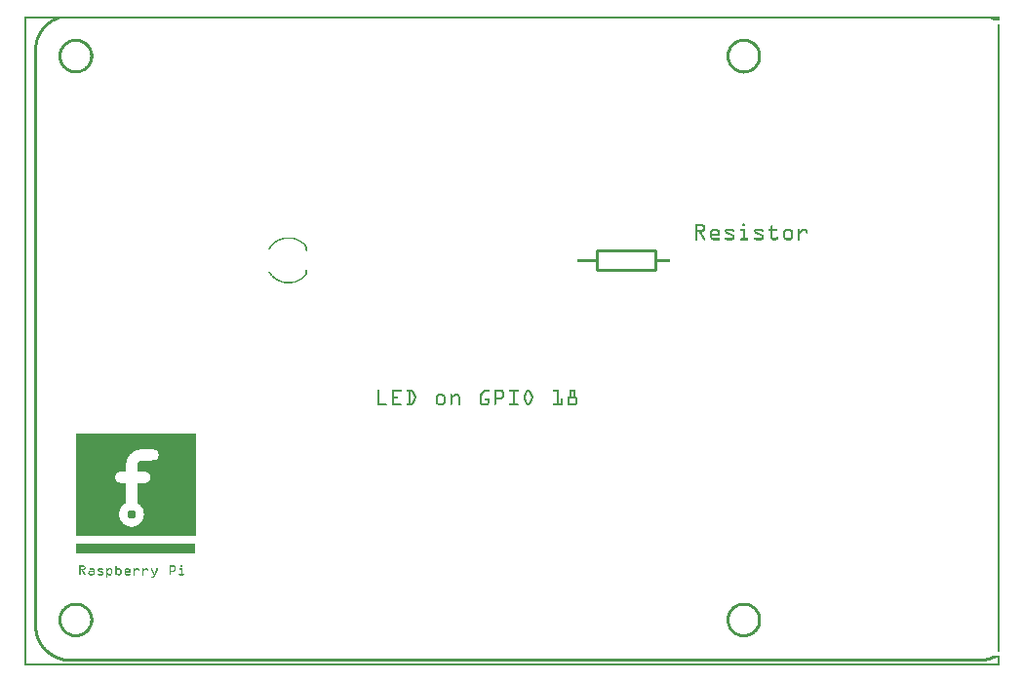
<source format=gto>
G04 MADE WITH FRITZING*
G04 WWW.FRITZING.ORG*
G04 DOUBLE SIDED*
G04 HOLES PLATED*
G04 CONTOUR ON CENTER OF CONTOUR VECTOR*
%ASAXBY*%
%FSLAX23Y23*%
%MOIN*%
%OFA0B0*%
%SFA1.0B1.0*%
%ADD10C,0.030989*%
%ADD11R,0.410111X0.036847*%
%ADD12C,0.010000*%
%ADD13R,0.001000X0.001000*%
%LNSILK1*%
G90*
G70*
G54D10*
X366Y519D03*
G54D11*
X381Y401D03*
G54D12*
X1957Y1420D02*
X2157Y1420D01*
D02*
X2157Y1420D02*
X2157Y1354D01*
D02*
X2157Y1354D02*
X1957Y1354D01*
D02*
X1957Y1354D02*
X1957Y1420D01*
G54D13*
X1Y2222D02*
X3333Y2222D01*
X1Y2221D02*
X3333Y2221D01*
X1Y2220D02*
X3333Y2220D01*
X1Y2219D02*
X3333Y2219D01*
X1Y2218D02*
X3333Y2218D01*
X1Y2217D02*
X3333Y2217D01*
X1Y2216D02*
X3333Y2216D01*
X1Y2215D02*
X3333Y2215D01*
X1Y2214D02*
X8Y2214D01*
X98Y2214D02*
X123Y2214D01*
X3300Y2214D02*
X3333Y2214D01*
X1Y2213D02*
X8Y2213D01*
X96Y2213D02*
X120Y2213D01*
X3303Y2213D02*
X3333Y2213D01*
X1Y2212D02*
X8Y2212D01*
X94Y2212D02*
X117Y2212D01*
X3306Y2212D02*
X3333Y2212D01*
X1Y2211D02*
X8Y2211D01*
X93Y2211D02*
X115Y2211D01*
X3308Y2211D02*
X3333Y2211D01*
X1Y2210D02*
X8Y2210D01*
X91Y2210D02*
X112Y2210D01*
X3311Y2210D02*
X3333Y2210D01*
X1Y2209D02*
X8Y2209D01*
X90Y2209D02*
X110Y2209D01*
X3313Y2209D02*
X3333Y2209D01*
X1Y2208D02*
X8Y2208D01*
X88Y2208D02*
X108Y2208D01*
X1Y2207D02*
X8Y2207D01*
X87Y2207D02*
X106Y2207D01*
X1Y2206D02*
X8Y2206D01*
X85Y2206D02*
X104Y2206D01*
X1Y2205D02*
X8Y2205D01*
X84Y2205D02*
X102Y2205D01*
X1Y2204D02*
X8Y2204D01*
X83Y2204D02*
X100Y2204D01*
X1Y2203D02*
X8Y2203D01*
X81Y2203D02*
X98Y2203D01*
X1Y2202D02*
X8Y2202D01*
X80Y2202D02*
X97Y2202D01*
X1Y2201D02*
X8Y2201D01*
X79Y2201D02*
X95Y2201D01*
X1Y2200D02*
X8Y2200D01*
X78Y2200D02*
X94Y2200D01*
X1Y2199D02*
X8Y2199D01*
X76Y2199D02*
X92Y2199D01*
X1Y2198D02*
X8Y2198D01*
X75Y2198D02*
X91Y2198D01*
X1Y2197D02*
X8Y2197D01*
X74Y2197D02*
X90Y2197D01*
X1Y2196D02*
X8Y2196D01*
X73Y2196D02*
X88Y2196D01*
X3326Y2196D02*
X3333Y2196D01*
X1Y2195D02*
X8Y2195D01*
X72Y2195D02*
X87Y2195D01*
X3326Y2195D02*
X3333Y2195D01*
X1Y2194D02*
X8Y2194D01*
X71Y2194D02*
X86Y2194D01*
X3326Y2194D02*
X3333Y2194D01*
X1Y2193D02*
X8Y2193D01*
X70Y2193D02*
X84Y2193D01*
X3326Y2193D02*
X3333Y2193D01*
X1Y2192D02*
X8Y2192D01*
X69Y2192D02*
X83Y2192D01*
X3326Y2192D02*
X3333Y2192D01*
X1Y2191D02*
X8Y2191D01*
X68Y2191D02*
X82Y2191D01*
X3326Y2191D02*
X3333Y2191D01*
X1Y2190D02*
X8Y2190D01*
X67Y2190D02*
X81Y2190D01*
X3326Y2190D02*
X3333Y2190D01*
X1Y2189D02*
X8Y2189D01*
X66Y2189D02*
X80Y2189D01*
X3326Y2189D02*
X3333Y2189D01*
X1Y2188D02*
X8Y2188D01*
X65Y2188D02*
X79Y2188D01*
X3326Y2188D02*
X3333Y2188D01*
X1Y2187D02*
X8Y2187D01*
X64Y2187D02*
X78Y2187D01*
X3326Y2187D02*
X3333Y2187D01*
X1Y2186D02*
X8Y2186D01*
X63Y2186D02*
X77Y2186D01*
X3326Y2186D02*
X3333Y2186D01*
X1Y2185D02*
X8Y2185D01*
X63Y2185D02*
X76Y2185D01*
X3326Y2185D02*
X3333Y2185D01*
X1Y2184D02*
X8Y2184D01*
X62Y2184D02*
X75Y2184D01*
X3326Y2184D02*
X3333Y2184D01*
X1Y2183D02*
X8Y2183D01*
X61Y2183D02*
X74Y2183D01*
X3326Y2183D02*
X3333Y2183D01*
X1Y2182D02*
X8Y2182D01*
X60Y2182D02*
X73Y2182D01*
X3326Y2182D02*
X3333Y2182D01*
X1Y2181D02*
X8Y2181D01*
X59Y2181D02*
X72Y2181D01*
X3326Y2181D02*
X3333Y2181D01*
X1Y2180D02*
X8Y2180D01*
X59Y2180D02*
X71Y2180D01*
X3326Y2180D02*
X3333Y2180D01*
X1Y2179D02*
X8Y2179D01*
X58Y2179D02*
X70Y2179D01*
X3326Y2179D02*
X3333Y2179D01*
X1Y2178D02*
X8Y2178D01*
X57Y2178D02*
X69Y2178D01*
X3326Y2178D02*
X3333Y2178D01*
X1Y2177D02*
X8Y2177D01*
X56Y2177D02*
X68Y2177D01*
X3326Y2177D02*
X3333Y2177D01*
X1Y2176D02*
X8Y2176D01*
X56Y2176D02*
X68Y2176D01*
X3326Y2176D02*
X3333Y2176D01*
X1Y2175D02*
X8Y2175D01*
X55Y2175D02*
X67Y2175D01*
X3326Y2175D02*
X3333Y2175D01*
X1Y2174D02*
X8Y2174D01*
X54Y2174D02*
X66Y2174D01*
X3326Y2174D02*
X3333Y2174D01*
X1Y2173D02*
X8Y2173D01*
X54Y2173D02*
X65Y2173D01*
X3326Y2173D02*
X3333Y2173D01*
X1Y2172D02*
X8Y2172D01*
X53Y2172D02*
X65Y2172D01*
X3326Y2172D02*
X3333Y2172D01*
X1Y2171D02*
X8Y2171D01*
X53Y2171D02*
X64Y2171D01*
X3326Y2171D02*
X3333Y2171D01*
X1Y2170D02*
X8Y2170D01*
X52Y2170D02*
X63Y2170D01*
X3326Y2170D02*
X3333Y2170D01*
X1Y2169D02*
X8Y2169D01*
X51Y2169D02*
X62Y2169D01*
X3326Y2169D02*
X3333Y2169D01*
X1Y2168D02*
X8Y2168D01*
X51Y2168D02*
X62Y2168D01*
X3326Y2168D02*
X3333Y2168D01*
X1Y2167D02*
X8Y2167D01*
X50Y2167D02*
X61Y2167D01*
X3326Y2167D02*
X3333Y2167D01*
X1Y2166D02*
X8Y2166D01*
X50Y2166D02*
X61Y2166D01*
X3326Y2166D02*
X3333Y2166D01*
X1Y2165D02*
X8Y2165D01*
X49Y2165D02*
X60Y2165D01*
X3326Y2165D02*
X3333Y2165D01*
X1Y2164D02*
X8Y2164D01*
X48Y2164D02*
X59Y2164D01*
X3326Y2164D02*
X3333Y2164D01*
X1Y2163D02*
X8Y2163D01*
X48Y2163D02*
X59Y2163D01*
X3326Y2163D02*
X3333Y2163D01*
X1Y2162D02*
X8Y2162D01*
X47Y2162D02*
X58Y2162D01*
X3326Y2162D02*
X3333Y2162D01*
X1Y2161D02*
X8Y2161D01*
X47Y2161D02*
X58Y2161D01*
X3326Y2161D02*
X3333Y2161D01*
X1Y2160D02*
X8Y2160D01*
X46Y2160D02*
X57Y2160D01*
X3326Y2160D02*
X3333Y2160D01*
X1Y2159D02*
X8Y2159D01*
X46Y2159D02*
X56Y2159D01*
X3326Y2159D02*
X3333Y2159D01*
X1Y2158D02*
X8Y2158D01*
X45Y2158D02*
X56Y2158D01*
X3326Y2158D02*
X3333Y2158D01*
X1Y2157D02*
X8Y2157D01*
X45Y2157D02*
X55Y2157D01*
X3326Y2157D02*
X3333Y2157D01*
X1Y2156D02*
X8Y2156D01*
X45Y2156D02*
X55Y2156D01*
X3326Y2156D02*
X3333Y2156D01*
X1Y2155D02*
X8Y2155D01*
X44Y2155D02*
X54Y2155D01*
X3326Y2155D02*
X3333Y2155D01*
X1Y2154D02*
X8Y2154D01*
X44Y2154D02*
X54Y2154D01*
X3326Y2154D02*
X3333Y2154D01*
X1Y2153D02*
X8Y2153D01*
X43Y2153D02*
X53Y2153D01*
X3326Y2153D02*
X3333Y2153D01*
X1Y2152D02*
X8Y2152D01*
X43Y2152D02*
X53Y2152D01*
X3326Y2152D02*
X3333Y2152D01*
X1Y2151D02*
X8Y2151D01*
X42Y2151D02*
X53Y2151D01*
X3326Y2151D02*
X3333Y2151D01*
X1Y2150D02*
X8Y2150D01*
X42Y2150D02*
X52Y2150D01*
X3326Y2150D02*
X3333Y2150D01*
X1Y2149D02*
X8Y2149D01*
X42Y2149D02*
X52Y2149D01*
X3326Y2149D02*
X3333Y2149D01*
X1Y2148D02*
X8Y2148D01*
X41Y2148D02*
X51Y2148D01*
X3326Y2148D02*
X3333Y2148D01*
X1Y2147D02*
X8Y2147D01*
X41Y2147D02*
X51Y2147D01*
X3326Y2147D02*
X3333Y2147D01*
X1Y2146D02*
X8Y2146D01*
X41Y2146D02*
X50Y2146D01*
X3326Y2146D02*
X3333Y2146D01*
X1Y2145D02*
X8Y2145D01*
X40Y2145D02*
X50Y2145D01*
X169Y2145D02*
X184Y2145D01*
X2452Y2145D02*
X2467Y2145D01*
X3326Y2145D02*
X3333Y2145D01*
X1Y2144D02*
X8Y2144D01*
X40Y2144D02*
X50Y2144D01*
X163Y2144D02*
X189Y2144D01*
X2447Y2144D02*
X2472Y2144D01*
X3326Y2144D02*
X3333Y2144D01*
X1Y2143D02*
X8Y2143D01*
X40Y2143D02*
X49Y2143D01*
X160Y2143D02*
X193Y2143D01*
X2443Y2143D02*
X2476Y2143D01*
X3326Y2143D02*
X3333Y2143D01*
X1Y2142D02*
X8Y2142D01*
X39Y2142D02*
X49Y2142D01*
X157Y2142D02*
X196Y2142D01*
X2440Y2142D02*
X2479Y2142D01*
X3326Y2142D02*
X3333Y2142D01*
X1Y2141D02*
X8Y2141D01*
X39Y2141D02*
X49Y2141D01*
X154Y2141D02*
X198Y2141D01*
X2437Y2141D02*
X2482Y2141D01*
X3326Y2141D02*
X3333Y2141D01*
X1Y2140D02*
X8Y2140D01*
X39Y2140D02*
X48Y2140D01*
X152Y2140D02*
X201Y2140D01*
X2435Y2140D02*
X2484Y2140D01*
X3326Y2140D02*
X3333Y2140D01*
X1Y2139D02*
X8Y2139D01*
X38Y2139D02*
X48Y2139D01*
X150Y2139D02*
X203Y2139D01*
X2433Y2139D02*
X2486Y2139D01*
X3326Y2139D02*
X3333Y2139D01*
X1Y2138D02*
X8Y2138D01*
X38Y2138D02*
X48Y2138D01*
X148Y2138D02*
X205Y2138D01*
X2431Y2138D02*
X2488Y2138D01*
X3326Y2138D02*
X3333Y2138D01*
X1Y2137D02*
X8Y2137D01*
X38Y2137D02*
X47Y2137D01*
X146Y2137D02*
X206Y2137D01*
X2429Y2137D02*
X2490Y2137D01*
X3326Y2137D02*
X3333Y2137D01*
X1Y2136D02*
X8Y2136D01*
X38Y2136D02*
X47Y2136D01*
X145Y2136D02*
X208Y2136D01*
X2428Y2136D02*
X2491Y2136D01*
X3326Y2136D02*
X3333Y2136D01*
X1Y2135D02*
X8Y2135D01*
X37Y2135D02*
X47Y2135D01*
X143Y2135D02*
X172Y2135D01*
X181Y2135D02*
X209Y2135D01*
X2426Y2135D02*
X2455Y2135D01*
X2464Y2135D02*
X2493Y2135D01*
X3326Y2135D02*
X3333Y2135D01*
X1Y2134D02*
X8Y2134D01*
X37Y2134D02*
X47Y2134D01*
X142Y2134D02*
X165Y2134D01*
X188Y2134D02*
X211Y2134D01*
X2425Y2134D02*
X2448Y2134D01*
X2471Y2134D02*
X2494Y2134D01*
X3326Y2134D02*
X3333Y2134D01*
X1Y2133D02*
X8Y2133D01*
X37Y2133D02*
X46Y2133D01*
X140Y2133D02*
X161Y2133D01*
X192Y2133D02*
X212Y2133D01*
X2424Y2133D02*
X2444Y2133D01*
X2475Y2133D02*
X2495Y2133D01*
X3326Y2133D02*
X3333Y2133D01*
X1Y2132D02*
X8Y2132D01*
X37Y2132D02*
X46Y2132D01*
X139Y2132D02*
X158Y2132D01*
X194Y2132D02*
X214Y2132D01*
X2422Y2132D02*
X2441Y2132D01*
X2478Y2132D02*
X2497Y2132D01*
X3326Y2132D02*
X3333Y2132D01*
X1Y2131D02*
X8Y2131D01*
X36Y2131D02*
X46Y2131D01*
X138Y2131D02*
X156Y2131D01*
X197Y2131D02*
X215Y2131D01*
X2421Y2131D02*
X2439Y2131D01*
X2480Y2131D02*
X2498Y2131D01*
X3326Y2131D02*
X3333Y2131D01*
X1Y2130D02*
X8Y2130D01*
X36Y2130D02*
X46Y2130D01*
X137Y2130D02*
X154Y2130D01*
X199Y2130D02*
X216Y2130D01*
X2420Y2130D02*
X2437Y2130D01*
X2482Y2130D02*
X2499Y2130D01*
X3326Y2130D02*
X3333Y2130D01*
X1Y2129D02*
X8Y2129D01*
X36Y2129D02*
X45Y2129D01*
X136Y2129D02*
X152Y2129D01*
X201Y2129D02*
X217Y2129D01*
X2419Y2129D02*
X2435Y2129D01*
X2484Y2129D02*
X2500Y2129D01*
X3326Y2129D02*
X3333Y2129D01*
X1Y2128D02*
X8Y2128D01*
X36Y2128D02*
X45Y2128D01*
X135Y2128D02*
X150Y2128D01*
X202Y2128D02*
X218Y2128D01*
X2418Y2128D02*
X2433Y2128D01*
X2486Y2128D02*
X2501Y2128D01*
X3326Y2128D02*
X3333Y2128D01*
X1Y2127D02*
X8Y2127D01*
X36Y2127D02*
X45Y2127D01*
X134Y2127D02*
X149Y2127D01*
X204Y2127D02*
X219Y2127D01*
X2417Y2127D02*
X2432Y2127D01*
X2487Y2127D02*
X2502Y2127D01*
X3326Y2127D02*
X3333Y2127D01*
X1Y2126D02*
X8Y2126D01*
X35Y2126D02*
X45Y2126D01*
X133Y2126D02*
X147Y2126D01*
X205Y2126D02*
X220Y2126D01*
X2416Y2126D02*
X2430Y2126D01*
X2489Y2126D02*
X2503Y2126D01*
X3326Y2126D02*
X3333Y2126D01*
X1Y2125D02*
X8Y2125D01*
X35Y2125D02*
X45Y2125D01*
X132Y2125D02*
X146Y2125D01*
X207Y2125D02*
X221Y2125D01*
X2415Y2125D02*
X2429Y2125D01*
X2490Y2125D02*
X2504Y2125D01*
X3326Y2125D02*
X3333Y2125D01*
X1Y2124D02*
X8Y2124D01*
X35Y2124D02*
X45Y2124D01*
X131Y2124D02*
X145Y2124D01*
X208Y2124D02*
X221Y2124D01*
X2414Y2124D02*
X2428Y2124D01*
X2491Y2124D02*
X2505Y2124D01*
X3326Y2124D02*
X3333Y2124D01*
X1Y2123D02*
X8Y2123D01*
X35Y2123D02*
X44Y2123D01*
X130Y2123D02*
X143Y2123D01*
X209Y2123D02*
X222Y2123D01*
X2414Y2123D02*
X2427Y2123D01*
X2492Y2123D02*
X2506Y2123D01*
X3326Y2123D02*
X3333Y2123D01*
X1Y2122D02*
X8Y2122D01*
X35Y2122D02*
X44Y2122D01*
X129Y2122D02*
X142Y2122D01*
X210Y2122D02*
X223Y2122D01*
X2413Y2122D02*
X2426Y2122D01*
X2493Y2122D02*
X2506Y2122D01*
X3326Y2122D02*
X3333Y2122D01*
X1Y2121D02*
X8Y2121D01*
X35Y2121D02*
X44Y2121D01*
X129Y2121D02*
X141Y2121D01*
X211Y2121D02*
X224Y2121D01*
X2412Y2121D02*
X2425Y2121D01*
X2494Y2121D02*
X2507Y2121D01*
X3326Y2121D02*
X3333Y2121D01*
X1Y2120D02*
X8Y2120D01*
X35Y2120D02*
X44Y2120D01*
X128Y2120D02*
X140Y2120D01*
X212Y2120D02*
X224Y2120D01*
X2411Y2120D02*
X2424Y2120D01*
X2495Y2120D02*
X2508Y2120D01*
X3326Y2120D02*
X3333Y2120D01*
X1Y2119D02*
X8Y2119D01*
X34Y2119D02*
X44Y2119D01*
X127Y2119D02*
X139Y2119D01*
X213Y2119D02*
X225Y2119D01*
X2411Y2119D02*
X2423Y2119D01*
X2496Y2119D02*
X2508Y2119D01*
X3326Y2119D02*
X3333Y2119D01*
X1Y2118D02*
X8Y2118D01*
X34Y2118D02*
X44Y2118D01*
X127Y2118D02*
X139Y2118D01*
X214Y2118D02*
X226Y2118D01*
X2410Y2118D02*
X2422Y2118D01*
X2497Y2118D02*
X2509Y2118D01*
X3326Y2118D02*
X3333Y2118D01*
X1Y2117D02*
X8Y2117D01*
X34Y2117D02*
X44Y2117D01*
X126Y2117D02*
X138Y2117D01*
X215Y2117D02*
X226Y2117D01*
X2409Y2117D02*
X2421Y2117D01*
X2498Y2117D02*
X2510Y2117D01*
X3326Y2117D02*
X3333Y2117D01*
X1Y2116D02*
X8Y2116D01*
X34Y2116D02*
X44Y2116D01*
X126Y2116D02*
X137Y2116D01*
X216Y2116D02*
X227Y2116D01*
X2409Y2116D02*
X2420Y2116D01*
X2499Y2116D02*
X2510Y2116D01*
X3326Y2116D02*
X3333Y2116D01*
X1Y2115D02*
X8Y2115D01*
X34Y2115D02*
X44Y2115D01*
X125Y2115D02*
X136Y2115D01*
X216Y2115D02*
X228Y2115D01*
X2408Y2115D02*
X2419Y2115D01*
X2500Y2115D02*
X2511Y2115D01*
X3326Y2115D02*
X3333Y2115D01*
X1Y2114D02*
X8Y2114D01*
X34Y2114D02*
X43Y2114D01*
X124Y2114D02*
X135Y2114D01*
X217Y2114D02*
X228Y2114D01*
X2408Y2114D02*
X2419Y2114D01*
X2500Y2114D02*
X2511Y2114D01*
X3326Y2114D02*
X3333Y2114D01*
X1Y2113D02*
X8Y2113D01*
X34Y2113D02*
X43Y2113D01*
X124Y2113D02*
X135Y2113D01*
X218Y2113D02*
X229Y2113D01*
X2407Y2113D02*
X2418Y2113D01*
X2501Y2113D02*
X2512Y2113D01*
X3326Y2113D02*
X3333Y2113D01*
X1Y2112D02*
X8Y2112D01*
X34Y2112D02*
X43Y2112D01*
X123Y2112D02*
X134Y2112D01*
X218Y2112D02*
X229Y2112D01*
X2407Y2112D02*
X2417Y2112D01*
X2502Y2112D02*
X2512Y2112D01*
X3326Y2112D02*
X3333Y2112D01*
X1Y2111D02*
X8Y2111D01*
X34Y2111D02*
X43Y2111D01*
X123Y2111D02*
X133Y2111D01*
X219Y2111D02*
X230Y2111D01*
X2406Y2111D02*
X2417Y2111D01*
X2502Y2111D02*
X2513Y2111D01*
X3326Y2111D02*
X3333Y2111D01*
X1Y2110D02*
X8Y2110D01*
X34Y2110D02*
X43Y2110D01*
X122Y2110D02*
X133Y2110D01*
X220Y2110D02*
X230Y2110D01*
X2406Y2110D02*
X2416Y2110D01*
X2503Y2110D02*
X2513Y2110D01*
X3326Y2110D02*
X3333Y2110D01*
X1Y2109D02*
X8Y2109D01*
X34Y2109D02*
X43Y2109D01*
X122Y2109D02*
X132Y2109D01*
X220Y2109D02*
X230Y2109D01*
X2405Y2109D02*
X2416Y2109D01*
X2503Y2109D02*
X2514Y2109D01*
X3326Y2109D02*
X3333Y2109D01*
X1Y2108D02*
X8Y2108D01*
X34Y2108D02*
X43Y2108D01*
X122Y2108D02*
X132Y2108D01*
X221Y2108D02*
X231Y2108D01*
X2405Y2108D02*
X2415Y2108D01*
X2504Y2108D02*
X2514Y2108D01*
X3326Y2108D02*
X3333Y2108D01*
X1Y2107D02*
X8Y2107D01*
X34Y2107D02*
X43Y2107D01*
X121Y2107D02*
X131Y2107D01*
X221Y2107D02*
X231Y2107D01*
X2405Y2107D02*
X2415Y2107D01*
X2504Y2107D02*
X2514Y2107D01*
X3326Y2107D02*
X3333Y2107D01*
X1Y2106D02*
X8Y2106D01*
X34Y2106D02*
X43Y2106D01*
X121Y2106D02*
X131Y2106D01*
X222Y2106D02*
X232Y2106D01*
X2404Y2106D02*
X2414Y2106D01*
X2505Y2106D02*
X2515Y2106D01*
X3326Y2106D02*
X3333Y2106D01*
X1Y2105D02*
X8Y2105D01*
X34Y2105D02*
X43Y2105D01*
X121Y2105D02*
X130Y2105D01*
X222Y2105D02*
X232Y2105D01*
X2404Y2105D02*
X2414Y2105D01*
X2505Y2105D02*
X2515Y2105D01*
X3326Y2105D02*
X3333Y2105D01*
X1Y2104D02*
X8Y2104D01*
X34Y2104D02*
X43Y2104D01*
X120Y2104D02*
X130Y2104D01*
X222Y2104D02*
X232Y2104D01*
X2403Y2104D02*
X2413Y2104D01*
X2506Y2104D02*
X2516Y2104D01*
X3326Y2104D02*
X3333Y2104D01*
X1Y2103D02*
X8Y2103D01*
X34Y2103D02*
X43Y2103D01*
X120Y2103D02*
X130Y2103D01*
X223Y2103D02*
X233Y2103D01*
X2403Y2103D02*
X2413Y2103D01*
X2506Y2103D02*
X2516Y2103D01*
X3326Y2103D02*
X3333Y2103D01*
X1Y2102D02*
X8Y2102D01*
X34Y2102D02*
X43Y2102D01*
X120Y2102D02*
X129Y2102D01*
X223Y2102D02*
X233Y2102D01*
X2403Y2102D02*
X2413Y2102D01*
X2506Y2102D02*
X2516Y2102D01*
X3326Y2102D02*
X3333Y2102D01*
X1Y2101D02*
X8Y2101D01*
X34Y2101D02*
X43Y2101D01*
X119Y2101D02*
X129Y2101D01*
X223Y2101D02*
X233Y2101D01*
X2403Y2101D02*
X2412Y2101D01*
X2507Y2101D02*
X2516Y2101D01*
X3326Y2101D02*
X3333Y2101D01*
X1Y2100D02*
X8Y2100D01*
X34Y2100D02*
X43Y2100D01*
X119Y2100D02*
X129Y2100D01*
X224Y2100D02*
X233Y2100D01*
X2402Y2100D02*
X2412Y2100D01*
X2507Y2100D02*
X2517Y2100D01*
X3326Y2100D02*
X3333Y2100D01*
X1Y2099D02*
X8Y2099D01*
X34Y2099D02*
X43Y2099D01*
X119Y2099D02*
X128Y2099D01*
X224Y2099D02*
X234Y2099D01*
X2402Y2099D02*
X2412Y2099D01*
X2507Y2099D02*
X2517Y2099D01*
X3326Y2099D02*
X3333Y2099D01*
X1Y2098D02*
X8Y2098D01*
X34Y2098D02*
X43Y2098D01*
X119Y2098D02*
X128Y2098D01*
X224Y2098D02*
X234Y2098D01*
X2402Y2098D02*
X2412Y2098D01*
X2508Y2098D02*
X2517Y2098D01*
X3326Y2098D02*
X3333Y2098D01*
X1Y2097D02*
X8Y2097D01*
X34Y2097D02*
X43Y2097D01*
X118Y2097D02*
X128Y2097D01*
X225Y2097D02*
X234Y2097D01*
X2402Y2097D02*
X2411Y2097D01*
X2508Y2097D02*
X2517Y2097D01*
X3326Y2097D02*
X3333Y2097D01*
X1Y2096D02*
X8Y2096D01*
X34Y2096D02*
X43Y2096D01*
X118Y2096D02*
X128Y2096D01*
X225Y2096D02*
X234Y2096D01*
X2402Y2096D02*
X2411Y2096D01*
X2508Y2096D02*
X2517Y2096D01*
X3326Y2096D02*
X3333Y2096D01*
X1Y2095D02*
X8Y2095D01*
X34Y2095D02*
X43Y2095D01*
X118Y2095D02*
X128Y2095D01*
X225Y2095D02*
X234Y2095D01*
X2401Y2095D02*
X2411Y2095D01*
X2508Y2095D02*
X2518Y2095D01*
X3326Y2095D02*
X3333Y2095D01*
X1Y2094D02*
X8Y2094D01*
X34Y2094D02*
X43Y2094D01*
X118Y2094D02*
X127Y2094D01*
X225Y2094D02*
X234Y2094D01*
X2401Y2094D02*
X2411Y2094D01*
X2508Y2094D02*
X2518Y2094D01*
X3326Y2094D02*
X3333Y2094D01*
X1Y2093D02*
X8Y2093D01*
X34Y2093D02*
X43Y2093D01*
X118Y2093D02*
X127Y2093D01*
X225Y2093D02*
X235Y2093D01*
X2401Y2093D02*
X2411Y2093D01*
X2508Y2093D02*
X2518Y2093D01*
X3326Y2093D02*
X3333Y2093D01*
X1Y2092D02*
X8Y2092D01*
X34Y2092D02*
X43Y2092D01*
X118Y2092D02*
X127Y2092D01*
X225Y2092D02*
X235Y2092D01*
X2401Y2092D02*
X2410Y2092D01*
X2509Y2092D02*
X2518Y2092D01*
X3326Y2092D02*
X3333Y2092D01*
X1Y2091D02*
X8Y2091D01*
X34Y2091D02*
X43Y2091D01*
X118Y2091D02*
X127Y2091D01*
X225Y2091D02*
X235Y2091D01*
X2401Y2091D02*
X2410Y2091D01*
X2509Y2091D02*
X2518Y2091D01*
X3326Y2091D02*
X3333Y2091D01*
X1Y2090D02*
X8Y2090D01*
X34Y2090D02*
X43Y2090D01*
X118Y2090D02*
X127Y2090D01*
X225Y2090D02*
X235Y2090D01*
X2401Y2090D02*
X2410Y2090D01*
X2509Y2090D02*
X2518Y2090D01*
X3326Y2090D02*
X3333Y2090D01*
X1Y2089D02*
X8Y2089D01*
X34Y2089D02*
X43Y2089D01*
X118Y2089D02*
X127Y2089D01*
X226Y2089D02*
X235Y2089D01*
X2401Y2089D02*
X2410Y2089D01*
X2509Y2089D02*
X2518Y2089D01*
X3326Y2089D02*
X3333Y2089D01*
X1Y2088D02*
X8Y2088D01*
X34Y2088D02*
X43Y2088D01*
X117Y2088D02*
X127Y2088D01*
X226Y2088D02*
X235Y2088D01*
X2401Y2088D02*
X2410Y2088D01*
X2509Y2088D02*
X2518Y2088D01*
X3326Y2088D02*
X3333Y2088D01*
X1Y2087D02*
X8Y2087D01*
X34Y2087D02*
X43Y2087D01*
X117Y2087D02*
X127Y2087D01*
X226Y2087D02*
X235Y2087D01*
X2401Y2087D02*
X2410Y2087D01*
X2509Y2087D02*
X2518Y2087D01*
X3326Y2087D02*
X3333Y2087D01*
X1Y2086D02*
X8Y2086D01*
X34Y2086D02*
X43Y2086D01*
X117Y2086D02*
X127Y2086D01*
X226Y2086D02*
X235Y2086D01*
X2401Y2086D02*
X2410Y2086D01*
X2509Y2086D02*
X2518Y2086D01*
X3326Y2086D02*
X3333Y2086D01*
X1Y2085D02*
X8Y2085D01*
X34Y2085D02*
X43Y2085D01*
X117Y2085D02*
X127Y2085D01*
X226Y2085D02*
X235Y2085D01*
X2401Y2085D02*
X2410Y2085D01*
X2509Y2085D02*
X2518Y2085D01*
X3326Y2085D02*
X3333Y2085D01*
X1Y2084D02*
X8Y2084D01*
X34Y2084D02*
X43Y2084D01*
X118Y2084D02*
X127Y2084D01*
X226Y2084D02*
X235Y2084D01*
X2401Y2084D02*
X2410Y2084D01*
X2509Y2084D02*
X2518Y2084D01*
X3326Y2084D02*
X3333Y2084D01*
X1Y2083D02*
X8Y2083D01*
X34Y2083D02*
X43Y2083D01*
X118Y2083D02*
X127Y2083D01*
X225Y2083D02*
X235Y2083D01*
X2401Y2083D02*
X2410Y2083D01*
X2509Y2083D02*
X2518Y2083D01*
X3326Y2083D02*
X3333Y2083D01*
X1Y2082D02*
X8Y2082D01*
X34Y2082D02*
X43Y2082D01*
X118Y2082D02*
X127Y2082D01*
X225Y2082D02*
X235Y2082D01*
X2401Y2082D02*
X2410Y2082D01*
X2509Y2082D02*
X2518Y2082D01*
X3326Y2082D02*
X3333Y2082D01*
X1Y2081D02*
X8Y2081D01*
X34Y2081D02*
X43Y2081D01*
X118Y2081D02*
X127Y2081D01*
X225Y2081D02*
X235Y2081D01*
X2401Y2081D02*
X2410Y2081D01*
X2509Y2081D02*
X2518Y2081D01*
X3326Y2081D02*
X3333Y2081D01*
X1Y2080D02*
X8Y2080D01*
X34Y2080D02*
X43Y2080D01*
X118Y2080D02*
X127Y2080D01*
X225Y2080D02*
X235Y2080D01*
X2401Y2080D02*
X2411Y2080D01*
X2508Y2080D02*
X2518Y2080D01*
X3326Y2080D02*
X3333Y2080D01*
X1Y2079D02*
X8Y2079D01*
X34Y2079D02*
X43Y2079D01*
X118Y2079D02*
X127Y2079D01*
X225Y2079D02*
X235Y2079D01*
X2401Y2079D02*
X2411Y2079D01*
X2508Y2079D02*
X2518Y2079D01*
X3326Y2079D02*
X3333Y2079D01*
X1Y2078D02*
X8Y2078D01*
X34Y2078D02*
X43Y2078D01*
X118Y2078D02*
X128Y2078D01*
X225Y2078D02*
X234Y2078D01*
X2401Y2078D02*
X2411Y2078D01*
X2508Y2078D02*
X2518Y2078D01*
X3326Y2078D02*
X3333Y2078D01*
X1Y2077D02*
X8Y2077D01*
X34Y2077D02*
X43Y2077D01*
X118Y2077D02*
X128Y2077D01*
X225Y2077D02*
X234Y2077D01*
X2402Y2077D02*
X2411Y2077D01*
X2508Y2077D02*
X2517Y2077D01*
X3326Y2077D02*
X3333Y2077D01*
X1Y2076D02*
X8Y2076D01*
X34Y2076D02*
X43Y2076D01*
X118Y2076D02*
X128Y2076D01*
X225Y2076D02*
X234Y2076D01*
X2402Y2076D02*
X2411Y2076D01*
X2508Y2076D02*
X2517Y2076D01*
X3326Y2076D02*
X3333Y2076D01*
X1Y2075D02*
X8Y2075D01*
X34Y2075D02*
X43Y2075D01*
X119Y2075D02*
X128Y2075D01*
X224Y2075D02*
X234Y2075D01*
X2402Y2075D02*
X2411Y2075D01*
X2508Y2075D02*
X2517Y2075D01*
X3326Y2075D02*
X3333Y2075D01*
X1Y2074D02*
X8Y2074D01*
X34Y2074D02*
X43Y2074D01*
X119Y2074D02*
X128Y2074D01*
X224Y2074D02*
X234Y2074D01*
X2402Y2074D02*
X2412Y2074D01*
X2507Y2074D02*
X2517Y2074D01*
X3326Y2074D02*
X3333Y2074D01*
X1Y2073D02*
X8Y2073D01*
X34Y2073D02*
X43Y2073D01*
X119Y2073D02*
X129Y2073D01*
X224Y2073D02*
X233Y2073D01*
X2402Y2073D02*
X2412Y2073D01*
X2507Y2073D02*
X2517Y2073D01*
X3326Y2073D02*
X3333Y2073D01*
X1Y2072D02*
X8Y2072D01*
X34Y2072D02*
X43Y2072D01*
X119Y2072D02*
X129Y2072D01*
X224Y2072D02*
X233Y2072D01*
X2403Y2072D02*
X2412Y2072D01*
X2507Y2072D02*
X2516Y2072D01*
X3326Y2072D02*
X3333Y2072D01*
X1Y2071D02*
X8Y2071D01*
X34Y2071D02*
X43Y2071D01*
X120Y2071D02*
X129Y2071D01*
X223Y2071D02*
X233Y2071D01*
X2403Y2071D02*
X2412Y2071D01*
X2507Y2071D02*
X2516Y2071D01*
X3326Y2071D02*
X3333Y2071D01*
X1Y2070D02*
X8Y2070D01*
X34Y2070D02*
X43Y2070D01*
X120Y2070D02*
X130Y2070D01*
X223Y2070D02*
X233Y2070D01*
X2403Y2070D02*
X2413Y2070D01*
X2506Y2070D02*
X2516Y2070D01*
X3326Y2070D02*
X3333Y2070D01*
X1Y2069D02*
X8Y2069D01*
X34Y2069D02*
X43Y2069D01*
X120Y2069D02*
X130Y2069D01*
X223Y2069D02*
X232Y2069D01*
X2403Y2069D02*
X2413Y2069D01*
X2506Y2069D02*
X2516Y2069D01*
X3326Y2069D02*
X3333Y2069D01*
X1Y2068D02*
X8Y2068D01*
X34Y2068D02*
X43Y2068D01*
X120Y2068D02*
X130Y2068D01*
X222Y2068D02*
X232Y2068D01*
X2404Y2068D02*
X2414Y2068D01*
X2505Y2068D02*
X2515Y2068D01*
X3326Y2068D02*
X3333Y2068D01*
X1Y2067D02*
X8Y2067D01*
X34Y2067D02*
X43Y2067D01*
X121Y2067D02*
X131Y2067D01*
X222Y2067D02*
X232Y2067D01*
X2404Y2067D02*
X2414Y2067D01*
X2505Y2067D02*
X2515Y2067D01*
X3326Y2067D02*
X3333Y2067D01*
X1Y2066D02*
X8Y2066D01*
X34Y2066D02*
X43Y2066D01*
X121Y2066D02*
X131Y2066D01*
X221Y2066D02*
X231Y2066D01*
X2404Y2066D02*
X2414Y2066D01*
X2505Y2066D02*
X2515Y2066D01*
X3326Y2066D02*
X3333Y2066D01*
X1Y2065D02*
X8Y2065D01*
X34Y2065D02*
X43Y2065D01*
X122Y2065D02*
X132Y2065D01*
X221Y2065D02*
X231Y2065D01*
X2405Y2065D02*
X2415Y2065D01*
X2504Y2065D02*
X2514Y2065D01*
X3326Y2065D02*
X3333Y2065D01*
X1Y2064D02*
X8Y2064D01*
X34Y2064D02*
X43Y2064D01*
X122Y2064D02*
X132Y2064D01*
X220Y2064D02*
X231Y2064D01*
X2405Y2064D02*
X2415Y2064D01*
X2504Y2064D02*
X2514Y2064D01*
X3326Y2064D02*
X3333Y2064D01*
X1Y2063D02*
X8Y2063D01*
X34Y2063D02*
X43Y2063D01*
X122Y2063D02*
X133Y2063D01*
X220Y2063D02*
X230Y2063D01*
X2406Y2063D02*
X2416Y2063D01*
X2503Y2063D02*
X2513Y2063D01*
X3326Y2063D02*
X3333Y2063D01*
X1Y2062D02*
X8Y2062D01*
X34Y2062D02*
X43Y2062D01*
X123Y2062D02*
X133Y2062D01*
X219Y2062D02*
X230Y2062D01*
X2406Y2062D02*
X2417Y2062D01*
X2502Y2062D02*
X2513Y2062D01*
X3326Y2062D02*
X3333Y2062D01*
X1Y2061D02*
X8Y2061D01*
X34Y2061D02*
X43Y2061D01*
X123Y2061D02*
X134Y2061D01*
X219Y2061D02*
X229Y2061D01*
X2407Y2061D02*
X2417Y2061D01*
X2502Y2061D02*
X2513Y2061D01*
X3326Y2061D02*
X3333Y2061D01*
X1Y2060D02*
X8Y2060D01*
X34Y2060D02*
X43Y2060D01*
X124Y2060D02*
X134Y2060D01*
X218Y2060D02*
X229Y2060D01*
X2407Y2060D02*
X2418Y2060D01*
X2501Y2060D02*
X2512Y2060D01*
X3326Y2060D02*
X3333Y2060D01*
X1Y2059D02*
X8Y2059D01*
X34Y2059D02*
X43Y2059D01*
X124Y2059D02*
X135Y2059D01*
X217Y2059D02*
X228Y2059D01*
X2407Y2059D02*
X2418Y2059D01*
X2501Y2059D02*
X2512Y2059D01*
X3326Y2059D02*
X3333Y2059D01*
X1Y2058D02*
X8Y2058D01*
X34Y2058D02*
X43Y2058D01*
X125Y2058D02*
X136Y2058D01*
X217Y2058D02*
X228Y2058D01*
X2408Y2058D02*
X2419Y2058D01*
X2500Y2058D02*
X2511Y2058D01*
X3326Y2058D02*
X3333Y2058D01*
X1Y2057D02*
X8Y2057D01*
X34Y2057D02*
X43Y2057D01*
X125Y2057D02*
X137Y2057D01*
X216Y2057D02*
X227Y2057D01*
X2409Y2057D02*
X2420Y2057D01*
X2499Y2057D02*
X2510Y2057D01*
X3326Y2057D02*
X3333Y2057D01*
X1Y2056D02*
X8Y2056D01*
X34Y2056D02*
X43Y2056D01*
X126Y2056D02*
X137Y2056D01*
X215Y2056D02*
X227Y2056D01*
X2409Y2056D02*
X2421Y2056D01*
X2498Y2056D02*
X2510Y2056D01*
X3326Y2056D02*
X3333Y2056D01*
X1Y2055D02*
X8Y2055D01*
X34Y2055D02*
X43Y2055D01*
X126Y2055D02*
X138Y2055D01*
X214Y2055D02*
X226Y2055D01*
X2410Y2055D02*
X2421Y2055D01*
X2498Y2055D02*
X2509Y2055D01*
X3326Y2055D02*
X3333Y2055D01*
X1Y2054D02*
X8Y2054D01*
X34Y2054D02*
X43Y2054D01*
X127Y2054D02*
X139Y2054D01*
X213Y2054D02*
X225Y2054D01*
X2410Y2054D02*
X2422Y2054D01*
X2497Y2054D02*
X2509Y2054D01*
X3326Y2054D02*
X3333Y2054D01*
X1Y2053D02*
X8Y2053D01*
X34Y2053D02*
X43Y2053D01*
X128Y2053D02*
X140Y2053D01*
X213Y2053D02*
X225Y2053D01*
X2411Y2053D02*
X2423Y2053D01*
X2496Y2053D02*
X2508Y2053D01*
X3326Y2053D02*
X3333Y2053D01*
X1Y2052D02*
X8Y2052D01*
X34Y2052D02*
X43Y2052D01*
X128Y2052D02*
X141Y2052D01*
X212Y2052D02*
X224Y2052D01*
X2412Y2052D02*
X2424Y2052D01*
X2495Y2052D02*
X2507Y2052D01*
X3326Y2052D02*
X3333Y2052D01*
X1Y2051D02*
X8Y2051D01*
X34Y2051D02*
X43Y2051D01*
X129Y2051D02*
X142Y2051D01*
X211Y2051D02*
X223Y2051D01*
X2412Y2051D02*
X2425Y2051D01*
X2494Y2051D02*
X2507Y2051D01*
X3326Y2051D02*
X3333Y2051D01*
X1Y2050D02*
X8Y2050D01*
X34Y2050D02*
X43Y2050D01*
X130Y2050D02*
X143Y2050D01*
X209Y2050D02*
X223Y2050D01*
X2413Y2050D02*
X2426Y2050D01*
X2493Y2050D02*
X2506Y2050D01*
X3326Y2050D02*
X3333Y2050D01*
X1Y2049D02*
X8Y2049D01*
X34Y2049D02*
X43Y2049D01*
X131Y2049D02*
X144Y2049D01*
X208Y2049D02*
X222Y2049D01*
X2414Y2049D02*
X2427Y2049D01*
X2492Y2049D02*
X2505Y2049D01*
X3326Y2049D02*
X3333Y2049D01*
X1Y2048D02*
X8Y2048D01*
X34Y2048D02*
X43Y2048D01*
X131Y2048D02*
X145Y2048D01*
X207Y2048D02*
X221Y2048D01*
X2415Y2048D02*
X2429Y2048D01*
X2490Y2048D02*
X2504Y2048D01*
X3326Y2048D02*
X3333Y2048D01*
X1Y2047D02*
X8Y2047D01*
X34Y2047D02*
X43Y2047D01*
X132Y2047D02*
X147Y2047D01*
X206Y2047D02*
X220Y2047D01*
X2416Y2047D02*
X2430Y2047D01*
X2489Y2047D02*
X2503Y2047D01*
X3326Y2047D02*
X3333Y2047D01*
X1Y2046D02*
X8Y2046D01*
X34Y2046D02*
X43Y2046D01*
X133Y2046D02*
X148Y2046D01*
X205Y2046D02*
X219Y2046D01*
X2417Y2046D02*
X2431Y2046D01*
X2488Y2046D02*
X2502Y2046D01*
X3326Y2046D02*
X3333Y2046D01*
X1Y2045D02*
X8Y2045D01*
X34Y2045D02*
X43Y2045D01*
X134Y2045D02*
X149Y2045D01*
X203Y2045D02*
X218Y2045D01*
X2417Y2045D02*
X2433Y2045D01*
X2486Y2045D02*
X2502Y2045D01*
X3326Y2045D02*
X3333Y2045D01*
X1Y2044D02*
X8Y2044D01*
X34Y2044D02*
X43Y2044D01*
X135Y2044D02*
X151Y2044D01*
X201Y2044D02*
X217Y2044D01*
X2418Y2044D02*
X2434Y2044D01*
X2485Y2044D02*
X2501Y2044D01*
X3326Y2044D02*
X3333Y2044D01*
X1Y2043D02*
X8Y2043D01*
X34Y2043D02*
X43Y2043D01*
X136Y2043D02*
X153Y2043D01*
X200Y2043D02*
X216Y2043D01*
X2420Y2043D02*
X2436Y2043D01*
X2483Y2043D02*
X2499Y2043D01*
X3326Y2043D02*
X3333Y2043D01*
X1Y2042D02*
X8Y2042D01*
X34Y2042D02*
X43Y2042D01*
X137Y2042D02*
X155Y2042D01*
X198Y2042D02*
X215Y2042D01*
X2421Y2042D02*
X2438Y2042D01*
X2481Y2042D02*
X2498Y2042D01*
X3326Y2042D02*
X3333Y2042D01*
X1Y2041D02*
X8Y2041D01*
X34Y2041D02*
X43Y2041D01*
X138Y2041D02*
X157Y2041D01*
X195Y2041D02*
X214Y2041D01*
X2422Y2041D02*
X2440Y2041D01*
X2479Y2041D02*
X2497Y2041D01*
X3326Y2041D02*
X3333Y2041D01*
X1Y2040D02*
X8Y2040D01*
X34Y2040D02*
X43Y2040D01*
X140Y2040D02*
X160Y2040D01*
X193Y2040D02*
X213Y2040D01*
X2423Y2040D02*
X2443Y2040D01*
X2476Y2040D02*
X2496Y2040D01*
X3326Y2040D02*
X3333Y2040D01*
X1Y2039D02*
X8Y2039D01*
X34Y2039D02*
X43Y2039D01*
X141Y2039D02*
X163Y2039D01*
X189Y2039D02*
X211Y2039D01*
X2424Y2039D02*
X2446Y2039D01*
X2473Y2039D02*
X2495Y2039D01*
X3326Y2039D02*
X3333Y2039D01*
X1Y2038D02*
X8Y2038D01*
X34Y2038D02*
X43Y2038D01*
X142Y2038D02*
X168Y2038D01*
X184Y2038D02*
X210Y2038D01*
X2426Y2038D02*
X2451Y2038D01*
X2468Y2038D02*
X2493Y2038D01*
X3326Y2038D02*
X3333Y2038D01*
X1Y2037D02*
X8Y2037D01*
X34Y2037D02*
X43Y2037D01*
X144Y2037D02*
X209Y2037D01*
X2427Y2037D02*
X2492Y2037D01*
X3326Y2037D02*
X3333Y2037D01*
X1Y2036D02*
X8Y2036D01*
X34Y2036D02*
X43Y2036D01*
X145Y2036D02*
X207Y2036D01*
X2429Y2036D02*
X2490Y2036D01*
X3326Y2036D02*
X3333Y2036D01*
X1Y2035D02*
X8Y2035D01*
X34Y2035D02*
X43Y2035D01*
X147Y2035D02*
X205Y2035D01*
X2430Y2035D02*
X2489Y2035D01*
X3326Y2035D02*
X3333Y2035D01*
X1Y2034D02*
X8Y2034D01*
X34Y2034D02*
X43Y2034D01*
X149Y2034D02*
X204Y2034D01*
X2432Y2034D02*
X2487Y2034D01*
X3326Y2034D02*
X3333Y2034D01*
X1Y2033D02*
X8Y2033D01*
X34Y2033D02*
X43Y2033D01*
X151Y2033D02*
X201Y2033D01*
X2434Y2033D02*
X2485Y2033D01*
X3326Y2033D02*
X3333Y2033D01*
X1Y2032D02*
X8Y2032D01*
X34Y2032D02*
X43Y2032D01*
X153Y2032D02*
X199Y2032D01*
X2436Y2032D02*
X2483Y2032D01*
X3326Y2032D02*
X3333Y2032D01*
X1Y2031D02*
X8Y2031D01*
X34Y2031D02*
X43Y2031D01*
X156Y2031D02*
X197Y2031D01*
X2439Y2031D02*
X2480Y2031D01*
X3326Y2031D02*
X3333Y2031D01*
X1Y2030D02*
X8Y2030D01*
X34Y2030D02*
X43Y2030D01*
X158Y2030D02*
X194Y2030D01*
X2442Y2030D02*
X2477Y2030D01*
X3326Y2030D02*
X3333Y2030D01*
X1Y2029D02*
X8Y2029D01*
X34Y2029D02*
X43Y2029D01*
X162Y2029D02*
X191Y2029D01*
X2445Y2029D02*
X2474Y2029D01*
X3326Y2029D02*
X3333Y2029D01*
X1Y2028D02*
X8Y2028D01*
X34Y2028D02*
X43Y2028D01*
X166Y2028D02*
X186Y2028D01*
X2449Y2028D02*
X2470Y2028D01*
X3326Y2028D02*
X3333Y2028D01*
X1Y2027D02*
X8Y2027D01*
X34Y2027D02*
X43Y2027D01*
X176Y2027D02*
X176Y2027D01*
X2459Y2027D02*
X2460Y2027D01*
X3326Y2027D02*
X3333Y2027D01*
X1Y2026D02*
X8Y2026D01*
X34Y2026D02*
X43Y2026D01*
X3326Y2026D02*
X3333Y2026D01*
X1Y2025D02*
X8Y2025D01*
X34Y2025D02*
X43Y2025D01*
X3326Y2025D02*
X3333Y2025D01*
X1Y2024D02*
X8Y2024D01*
X34Y2024D02*
X43Y2024D01*
X3326Y2024D02*
X3333Y2024D01*
X1Y2023D02*
X8Y2023D01*
X34Y2023D02*
X43Y2023D01*
X3326Y2023D02*
X3333Y2023D01*
X1Y2022D02*
X8Y2022D01*
X34Y2022D02*
X43Y2022D01*
X3326Y2022D02*
X3333Y2022D01*
X1Y2021D02*
X8Y2021D01*
X34Y2021D02*
X43Y2021D01*
X3326Y2021D02*
X3333Y2021D01*
X1Y2020D02*
X8Y2020D01*
X34Y2020D02*
X43Y2020D01*
X3326Y2020D02*
X3333Y2020D01*
X1Y2019D02*
X8Y2019D01*
X34Y2019D02*
X43Y2019D01*
X3326Y2019D02*
X3333Y2019D01*
X1Y2018D02*
X8Y2018D01*
X34Y2018D02*
X43Y2018D01*
X3326Y2018D02*
X3333Y2018D01*
X1Y2017D02*
X8Y2017D01*
X34Y2017D02*
X43Y2017D01*
X3326Y2017D02*
X3333Y2017D01*
X1Y2016D02*
X8Y2016D01*
X34Y2016D02*
X43Y2016D01*
X3326Y2016D02*
X3333Y2016D01*
X1Y2015D02*
X8Y2015D01*
X34Y2015D02*
X43Y2015D01*
X3326Y2015D02*
X3333Y2015D01*
X1Y2014D02*
X8Y2014D01*
X34Y2014D02*
X43Y2014D01*
X3326Y2014D02*
X3333Y2014D01*
X1Y2013D02*
X8Y2013D01*
X34Y2013D02*
X43Y2013D01*
X3326Y2013D02*
X3333Y2013D01*
X1Y2012D02*
X8Y2012D01*
X34Y2012D02*
X43Y2012D01*
X3326Y2012D02*
X3333Y2012D01*
X1Y2011D02*
X8Y2011D01*
X34Y2011D02*
X43Y2011D01*
X3326Y2011D02*
X3333Y2011D01*
X1Y2010D02*
X8Y2010D01*
X34Y2010D02*
X43Y2010D01*
X3326Y2010D02*
X3333Y2010D01*
X1Y2009D02*
X8Y2009D01*
X34Y2009D02*
X43Y2009D01*
X3326Y2009D02*
X3333Y2009D01*
X1Y2008D02*
X8Y2008D01*
X34Y2008D02*
X43Y2008D01*
X3326Y2008D02*
X3333Y2008D01*
X1Y2007D02*
X8Y2007D01*
X34Y2007D02*
X43Y2007D01*
X3326Y2007D02*
X3333Y2007D01*
X1Y2006D02*
X8Y2006D01*
X34Y2006D02*
X43Y2006D01*
X3326Y2006D02*
X3333Y2006D01*
X1Y2005D02*
X8Y2005D01*
X34Y2005D02*
X43Y2005D01*
X3326Y2005D02*
X3333Y2005D01*
X1Y2004D02*
X8Y2004D01*
X34Y2004D02*
X43Y2004D01*
X3326Y2004D02*
X3333Y2004D01*
X1Y2003D02*
X8Y2003D01*
X34Y2003D02*
X43Y2003D01*
X3326Y2003D02*
X3333Y2003D01*
X1Y2002D02*
X8Y2002D01*
X34Y2002D02*
X43Y2002D01*
X3326Y2002D02*
X3333Y2002D01*
X1Y2001D02*
X8Y2001D01*
X34Y2001D02*
X43Y2001D01*
X3326Y2001D02*
X3333Y2001D01*
X1Y2000D02*
X8Y2000D01*
X34Y2000D02*
X43Y2000D01*
X3326Y2000D02*
X3333Y2000D01*
X1Y1999D02*
X8Y1999D01*
X34Y1999D02*
X43Y1999D01*
X3326Y1999D02*
X3333Y1999D01*
X1Y1998D02*
X8Y1998D01*
X34Y1998D02*
X43Y1998D01*
X3326Y1998D02*
X3333Y1998D01*
X1Y1997D02*
X8Y1997D01*
X34Y1997D02*
X43Y1997D01*
X3326Y1997D02*
X3333Y1997D01*
X1Y1996D02*
X8Y1996D01*
X34Y1996D02*
X43Y1996D01*
X3326Y1996D02*
X3333Y1996D01*
X1Y1995D02*
X8Y1995D01*
X34Y1995D02*
X43Y1995D01*
X3326Y1995D02*
X3333Y1995D01*
X1Y1994D02*
X8Y1994D01*
X34Y1994D02*
X43Y1994D01*
X3326Y1994D02*
X3333Y1994D01*
X1Y1993D02*
X8Y1993D01*
X34Y1993D02*
X43Y1993D01*
X3326Y1993D02*
X3333Y1993D01*
X1Y1992D02*
X8Y1992D01*
X34Y1992D02*
X43Y1992D01*
X3326Y1992D02*
X3333Y1992D01*
X1Y1991D02*
X8Y1991D01*
X34Y1991D02*
X43Y1991D01*
X3326Y1991D02*
X3333Y1991D01*
X1Y1990D02*
X8Y1990D01*
X34Y1990D02*
X43Y1990D01*
X3326Y1990D02*
X3333Y1990D01*
X1Y1989D02*
X8Y1989D01*
X34Y1989D02*
X43Y1989D01*
X3326Y1989D02*
X3333Y1989D01*
X1Y1988D02*
X8Y1988D01*
X34Y1988D02*
X43Y1988D01*
X3326Y1988D02*
X3333Y1988D01*
X1Y1987D02*
X8Y1987D01*
X34Y1987D02*
X43Y1987D01*
X3326Y1987D02*
X3333Y1987D01*
X1Y1986D02*
X8Y1986D01*
X34Y1986D02*
X43Y1986D01*
X3326Y1986D02*
X3333Y1986D01*
X1Y1985D02*
X8Y1985D01*
X34Y1985D02*
X43Y1985D01*
X3326Y1985D02*
X3333Y1985D01*
X1Y1984D02*
X8Y1984D01*
X34Y1984D02*
X43Y1984D01*
X3326Y1984D02*
X3333Y1984D01*
X1Y1983D02*
X8Y1983D01*
X34Y1983D02*
X43Y1983D01*
X3326Y1983D02*
X3333Y1983D01*
X1Y1982D02*
X8Y1982D01*
X34Y1982D02*
X43Y1982D01*
X3326Y1982D02*
X3333Y1982D01*
X1Y1981D02*
X8Y1981D01*
X34Y1981D02*
X43Y1981D01*
X3326Y1981D02*
X3333Y1981D01*
X1Y1980D02*
X8Y1980D01*
X34Y1980D02*
X43Y1980D01*
X3326Y1980D02*
X3333Y1980D01*
X1Y1979D02*
X8Y1979D01*
X34Y1979D02*
X43Y1979D01*
X3326Y1979D02*
X3333Y1979D01*
X1Y1978D02*
X8Y1978D01*
X34Y1978D02*
X43Y1978D01*
X3326Y1978D02*
X3333Y1978D01*
X1Y1977D02*
X8Y1977D01*
X34Y1977D02*
X43Y1977D01*
X3326Y1977D02*
X3333Y1977D01*
X1Y1976D02*
X8Y1976D01*
X34Y1976D02*
X43Y1976D01*
X3326Y1976D02*
X3333Y1976D01*
X1Y1975D02*
X8Y1975D01*
X34Y1975D02*
X43Y1975D01*
X3326Y1975D02*
X3333Y1975D01*
X1Y1974D02*
X8Y1974D01*
X34Y1974D02*
X43Y1974D01*
X3326Y1974D02*
X3333Y1974D01*
X1Y1973D02*
X8Y1973D01*
X34Y1973D02*
X43Y1973D01*
X3326Y1973D02*
X3333Y1973D01*
X1Y1972D02*
X8Y1972D01*
X34Y1972D02*
X43Y1972D01*
X3326Y1972D02*
X3333Y1972D01*
X1Y1971D02*
X8Y1971D01*
X34Y1971D02*
X43Y1971D01*
X3326Y1971D02*
X3333Y1971D01*
X1Y1970D02*
X8Y1970D01*
X34Y1970D02*
X43Y1970D01*
X3326Y1970D02*
X3333Y1970D01*
X1Y1969D02*
X8Y1969D01*
X34Y1969D02*
X43Y1969D01*
X3326Y1969D02*
X3333Y1969D01*
X1Y1968D02*
X8Y1968D01*
X34Y1968D02*
X43Y1968D01*
X3326Y1968D02*
X3333Y1968D01*
X1Y1967D02*
X8Y1967D01*
X34Y1967D02*
X43Y1967D01*
X3326Y1967D02*
X3333Y1967D01*
X1Y1966D02*
X8Y1966D01*
X34Y1966D02*
X43Y1966D01*
X3326Y1966D02*
X3333Y1966D01*
X1Y1965D02*
X8Y1965D01*
X34Y1965D02*
X43Y1965D01*
X3326Y1965D02*
X3333Y1965D01*
X1Y1964D02*
X8Y1964D01*
X34Y1964D02*
X43Y1964D01*
X3326Y1964D02*
X3333Y1964D01*
X1Y1963D02*
X8Y1963D01*
X34Y1963D02*
X43Y1963D01*
X3326Y1963D02*
X3333Y1963D01*
X1Y1962D02*
X8Y1962D01*
X34Y1962D02*
X43Y1962D01*
X3326Y1962D02*
X3333Y1962D01*
X1Y1961D02*
X8Y1961D01*
X34Y1961D02*
X43Y1961D01*
X3326Y1961D02*
X3333Y1961D01*
X1Y1960D02*
X8Y1960D01*
X34Y1960D02*
X43Y1960D01*
X3326Y1960D02*
X3333Y1960D01*
X1Y1959D02*
X8Y1959D01*
X34Y1959D02*
X43Y1959D01*
X3326Y1959D02*
X3333Y1959D01*
X1Y1958D02*
X8Y1958D01*
X34Y1958D02*
X43Y1958D01*
X3326Y1958D02*
X3333Y1958D01*
X1Y1957D02*
X8Y1957D01*
X34Y1957D02*
X43Y1957D01*
X3326Y1957D02*
X3333Y1957D01*
X1Y1956D02*
X8Y1956D01*
X34Y1956D02*
X43Y1956D01*
X3326Y1956D02*
X3333Y1956D01*
X1Y1955D02*
X8Y1955D01*
X34Y1955D02*
X43Y1955D01*
X3326Y1955D02*
X3333Y1955D01*
X1Y1954D02*
X8Y1954D01*
X34Y1954D02*
X43Y1954D01*
X3326Y1954D02*
X3333Y1954D01*
X1Y1953D02*
X8Y1953D01*
X34Y1953D02*
X43Y1953D01*
X3326Y1953D02*
X3333Y1953D01*
X1Y1952D02*
X8Y1952D01*
X34Y1952D02*
X43Y1952D01*
X3326Y1952D02*
X3333Y1952D01*
X1Y1951D02*
X8Y1951D01*
X34Y1951D02*
X43Y1951D01*
X3326Y1951D02*
X3333Y1951D01*
X1Y1950D02*
X8Y1950D01*
X34Y1950D02*
X43Y1950D01*
X3326Y1950D02*
X3333Y1950D01*
X1Y1949D02*
X8Y1949D01*
X34Y1949D02*
X43Y1949D01*
X3326Y1949D02*
X3333Y1949D01*
X1Y1948D02*
X8Y1948D01*
X34Y1948D02*
X43Y1948D01*
X3326Y1948D02*
X3333Y1948D01*
X1Y1947D02*
X8Y1947D01*
X34Y1947D02*
X43Y1947D01*
X3326Y1947D02*
X3333Y1947D01*
X1Y1946D02*
X8Y1946D01*
X34Y1946D02*
X43Y1946D01*
X3326Y1946D02*
X3333Y1946D01*
X1Y1945D02*
X8Y1945D01*
X34Y1945D02*
X43Y1945D01*
X3326Y1945D02*
X3333Y1945D01*
X1Y1944D02*
X8Y1944D01*
X34Y1944D02*
X43Y1944D01*
X3326Y1944D02*
X3333Y1944D01*
X1Y1943D02*
X8Y1943D01*
X34Y1943D02*
X43Y1943D01*
X3326Y1943D02*
X3333Y1943D01*
X1Y1942D02*
X8Y1942D01*
X34Y1942D02*
X43Y1942D01*
X3326Y1942D02*
X3333Y1942D01*
X1Y1941D02*
X8Y1941D01*
X34Y1941D02*
X43Y1941D01*
X3326Y1941D02*
X3333Y1941D01*
X1Y1940D02*
X8Y1940D01*
X34Y1940D02*
X43Y1940D01*
X3326Y1940D02*
X3333Y1940D01*
X1Y1939D02*
X8Y1939D01*
X34Y1939D02*
X43Y1939D01*
X3326Y1939D02*
X3333Y1939D01*
X1Y1938D02*
X8Y1938D01*
X34Y1938D02*
X43Y1938D01*
X3326Y1938D02*
X3333Y1938D01*
X1Y1937D02*
X8Y1937D01*
X34Y1937D02*
X43Y1937D01*
X3326Y1937D02*
X3333Y1937D01*
X1Y1936D02*
X8Y1936D01*
X34Y1936D02*
X43Y1936D01*
X3326Y1936D02*
X3333Y1936D01*
X1Y1935D02*
X8Y1935D01*
X34Y1935D02*
X43Y1935D01*
X3326Y1935D02*
X3333Y1935D01*
X1Y1934D02*
X8Y1934D01*
X34Y1934D02*
X43Y1934D01*
X3326Y1934D02*
X3333Y1934D01*
X1Y1933D02*
X8Y1933D01*
X34Y1933D02*
X43Y1933D01*
X3326Y1933D02*
X3333Y1933D01*
X1Y1932D02*
X8Y1932D01*
X34Y1932D02*
X43Y1932D01*
X3326Y1932D02*
X3333Y1932D01*
X1Y1931D02*
X8Y1931D01*
X34Y1931D02*
X43Y1931D01*
X3326Y1931D02*
X3333Y1931D01*
X1Y1930D02*
X8Y1930D01*
X34Y1930D02*
X43Y1930D01*
X3326Y1930D02*
X3333Y1930D01*
X1Y1929D02*
X8Y1929D01*
X34Y1929D02*
X43Y1929D01*
X3326Y1929D02*
X3333Y1929D01*
X1Y1928D02*
X8Y1928D01*
X34Y1928D02*
X43Y1928D01*
X3326Y1928D02*
X3333Y1928D01*
X1Y1927D02*
X8Y1927D01*
X34Y1927D02*
X43Y1927D01*
X3326Y1927D02*
X3333Y1927D01*
X1Y1926D02*
X8Y1926D01*
X34Y1926D02*
X43Y1926D01*
X3326Y1926D02*
X3333Y1926D01*
X1Y1925D02*
X8Y1925D01*
X34Y1925D02*
X43Y1925D01*
X3326Y1925D02*
X3333Y1925D01*
X1Y1924D02*
X8Y1924D01*
X34Y1924D02*
X43Y1924D01*
X3326Y1924D02*
X3333Y1924D01*
X1Y1923D02*
X8Y1923D01*
X34Y1923D02*
X43Y1923D01*
X3326Y1923D02*
X3333Y1923D01*
X1Y1922D02*
X8Y1922D01*
X34Y1922D02*
X43Y1922D01*
X3326Y1922D02*
X3333Y1922D01*
X1Y1921D02*
X8Y1921D01*
X34Y1921D02*
X43Y1921D01*
X3326Y1921D02*
X3333Y1921D01*
X1Y1920D02*
X8Y1920D01*
X34Y1920D02*
X43Y1920D01*
X3326Y1920D02*
X3333Y1920D01*
X1Y1919D02*
X8Y1919D01*
X34Y1919D02*
X43Y1919D01*
X3326Y1919D02*
X3333Y1919D01*
X1Y1918D02*
X8Y1918D01*
X34Y1918D02*
X43Y1918D01*
X3326Y1918D02*
X3333Y1918D01*
X1Y1917D02*
X8Y1917D01*
X34Y1917D02*
X43Y1917D01*
X3326Y1917D02*
X3333Y1917D01*
X1Y1916D02*
X8Y1916D01*
X34Y1916D02*
X43Y1916D01*
X3326Y1916D02*
X3333Y1916D01*
X1Y1915D02*
X8Y1915D01*
X34Y1915D02*
X43Y1915D01*
X3326Y1915D02*
X3333Y1915D01*
X1Y1914D02*
X8Y1914D01*
X34Y1914D02*
X43Y1914D01*
X3326Y1914D02*
X3333Y1914D01*
X1Y1913D02*
X8Y1913D01*
X34Y1913D02*
X43Y1913D01*
X3326Y1913D02*
X3333Y1913D01*
X1Y1912D02*
X8Y1912D01*
X34Y1912D02*
X43Y1912D01*
X3326Y1912D02*
X3333Y1912D01*
X1Y1911D02*
X8Y1911D01*
X34Y1911D02*
X43Y1911D01*
X3326Y1911D02*
X3333Y1911D01*
X1Y1910D02*
X8Y1910D01*
X34Y1910D02*
X43Y1910D01*
X3326Y1910D02*
X3333Y1910D01*
X1Y1909D02*
X8Y1909D01*
X34Y1909D02*
X43Y1909D01*
X3326Y1909D02*
X3333Y1909D01*
X1Y1908D02*
X8Y1908D01*
X34Y1908D02*
X43Y1908D01*
X3326Y1908D02*
X3333Y1908D01*
X1Y1907D02*
X8Y1907D01*
X34Y1907D02*
X43Y1907D01*
X3326Y1907D02*
X3333Y1907D01*
X1Y1906D02*
X8Y1906D01*
X34Y1906D02*
X43Y1906D01*
X3326Y1906D02*
X3333Y1906D01*
X1Y1905D02*
X8Y1905D01*
X34Y1905D02*
X43Y1905D01*
X3326Y1905D02*
X3333Y1905D01*
X1Y1904D02*
X8Y1904D01*
X34Y1904D02*
X43Y1904D01*
X3326Y1904D02*
X3333Y1904D01*
X1Y1903D02*
X8Y1903D01*
X34Y1903D02*
X43Y1903D01*
X3326Y1903D02*
X3333Y1903D01*
X1Y1902D02*
X8Y1902D01*
X34Y1902D02*
X43Y1902D01*
X3326Y1902D02*
X3333Y1902D01*
X1Y1901D02*
X8Y1901D01*
X34Y1901D02*
X43Y1901D01*
X3326Y1901D02*
X3333Y1901D01*
X1Y1900D02*
X8Y1900D01*
X34Y1900D02*
X43Y1900D01*
X3326Y1900D02*
X3333Y1900D01*
X1Y1899D02*
X8Y1899D01*
X34Y1899D02*
X43Y1899D01*
X3326Y1899D02*
X3333Y1899D01*
X1Y1898D02*
X8Y1898D01*
X34Y1898D02*
X43Y1898D01*
X3326Y1898D02*
X3333Y1898D01*
X1Y1897D02*
X8Y1897D01*
X34Y1897D02*
X43Y1897D01*
X3326Y1897D02*
X3333Y1897D01*
X1Y1896D02*
X8Y1896D01*
X34Y1896D02*
X43Y1896D01*
X3326Y1896D02*
X3333Y1896D01*
X1Y1895D02*
X8Y1895D01*
X34Y1895D02*
X43Y1895D01*
X3326Y1895D02*
X3333Y1895D01*
X1Y1894D02*
X8Y1894D01*
X34Y1894D02*
X43Y1894D01*
X3326Y1894D02*
X3333Y1894D01*
X1Y1893D02*
X8Y1893D01*
X34Y1893D02*
X43Y1893D01*
X3326Y1893D02*
X3333Y1893D01*
X1Y1892D02*
X8Y1892D01*
X34Y1892D02*
X43Y1892D01*
X3326Y1892D02*
X3333Y1892D01*
X1Y1891D02*
X8Y1891D01*
X34Y1891D02*
X43Y1891D01*
X3326Y1891D02*
X3333Y1891D01*
X1Y1890D02*
X8Y1890D01*
X34Y1890D02*
X43Y1890D01*
X3326Y1890D02*
X3333Y1890D01*
X1Y1889D02*
X8Y1889D01*
X34Y1889D02*
X43Y1889D01*
X3326Y1889D02*
X3333Y1889D01*
X1Y1888D02*
X8Y1888D01*
X34Y1888D02*
X43Y1888D01*
X3326Y1888D02*
X3333Y1888D01*
X1Y1887D02*
X8Y1887D01*
X34Y1887D02*
X43Y1887D01*
X3326Y1887D02*
X3333Y1887D01*
X1Y1886D02*
X8Y1886D01*
X34Y1886D02*
X43Y1886D01*
X3326Y1886D02*
X3333Y1886D01*
X1Y1885D02*
X8Y1885D01*
X34Y1885D02*
X43Y1885D01*
X3326Y1885D02*
X3333Y1885D01*
X1Y1884D02*
X8Y1884D01*
X34Y1884D02*
X43Y1884D01*
X3326Y1884D02*
X3333Y1884D01*
X1Y1883D02*
X8Y1883D01*
X34Y1883D02*
X43Y1883D01*
X3326Y1883D02*
X3333Y1883D01*
X1Y1882D02*
X8Y1882D01*
X34Y1882D02*
X43Y1882D01*
X3326Y1882D02*
X3333Y1882D01*
X1Y1881D02*
X8Y1881D01*
X34Y1881D02*
X43Y1881D01*
X3326Y1881D02*
X3333Y1881D01*
X1Y1880D02*
X8Y1880D01*
X34Y1880D02*
X43Y1880D01*
X3326Y1880D02*
X3333Y1880D01*
X1Y1879D02*
X8Y1879D01*
X34Y1879D02*
X43Y1879D01*
X3326Y1879D02*
X3333Y1879D01*
X1Y1878D02*
X8Y1878D01*
X34Y1878D02*
X43Y1878D01*
X3326Y1878D02*
X3333Y1878D01*
X1Y1877D02*
X8Y1877D01*
X34Y1877D02*
X43Y1877D01*
X3326Y1877D02*
X3333Y1877D01*
X1Y1876D02*
X8Y1876D01*
X34Y1876D02*
X43Y1876D01*
X3326Y1876D02*
X3333Y1876D01*
X1Y1875D02*
X8Y1875D01*
X34Y1875D02*
X43Y1875D01*
X3326Y1875D02*
X3333Y1875D01*
X1Y1874D02*
X8Y1874D01*
X34Y1874D02*
X43Y1874D01*
X3326Y1874D02*
X3333Y1874D01*
X1Y1873D02*
X8Y1873D01*
X34Y1873D02*
X43Y1873D01*
X3326Y1873D02*
X3333Y1873D01*
X1Y1872D02*
X8Y1872D01*
X34Y1872D02*
X43Y1872D01*
X3326Y1872D02*
X3333Y1872D01*
X1Y1871D02*
X8Y1871D01*
X34Y1871D02*
X43Y1871D01*
X3326Y1871D02*
X3333Y1871D01*
X1Y1870D02*
X8Y1870D01*
X34Y1870D02*
X43Y1870D01*
X3326Y1870D02*
X3333Y1870D01*
X1Y1869D02*
X8Y1869D01*
X34Y1869D02*
X43Y1869D01*
X3326Y1869D02*
X3333Y1869D01*
X1Y1868D02*
X8Y1868D01*
X34Y1868D02*
X43Y1868D01*
X3326Y1868D02*
X3333Y1868D01*
X1Y1867D02*
X8Y1867D01*
X34Y1867D02*
X43Y1867D01*
X3326Y1867D02*
X3333Y1867D01*
X1Y1866D02*
X8Y1866D01*
X34Y1866D02*
X43Y1866D01*
X3326Y1866D02*
X3333Y1866D01*
X1Y1865D02*
X8Y1865D01*
X34Y1865D02*
X43Y1865D01*
X3326Y1865D02*
X3333Y1865D01*
X1Y1864D02*
X8Y1864D01*
X34Y1864D02*
X43Y1864D01*
X3326Y1864D02*
X3333Y1864D01*
X1Y1863D02*
X8Y1863D01*
X34Y1863D02*
X43Y1863D01*
X3326Y1863D02*
X3333Y1863D01*
X1Y1862D02*
X8Y1862D01*
X34Y1862D02*
X43Y1862D01*
X3326Y1862D02*
X3333Y1862D01*
X1Y1861D02*
X8Y1861D01*
X34Y1861D02*
X43Y1861D01*
X3326Y1861D02*
X3333Y1861D01*
X1Y1860D02*
X8Y1860D01*
X34Y1860D02*
X43Y1860D01*
X3326Y1860D02*
X3333Y1860D01*
X1Y1859D02*
X8Y1859D01*
X34Y1859D02*
X43Y1859D01*
X3326Y1859D02*
X3333Y1859D01*
X1Y1858D02*
X8Y1858D01*
X34Y1858D02*
X43Y1858D01*
X3326Y1858D02*
X3333Y1858D01*
X1Y1857D02*
X8Y1857D01*
X34Y1857D02*
X43Y1857D01*
X3326Y1857D02*
X3333Y1857D01*
X1Y1856D02*
X8Y1856D01*
X34Y1856D02*
X43Y1856D01*
X3326Y1856D02*
X3333Y1856D01*
X1Y1855D02*
X8Y1855D01*
X34Y1855D02*
X43Y1855D01*
X3326Y1855D02*
X3333Y1855D01*
X1Y1854D02*
X8Y1854D01*
X34Y1854D02*
X43Y1854D01*
X3326Y1854D02*
X3333Y1854D01*
X1Y1853D02*
X8Y1853D01*
X34Y1853D02*
X43Y1853D01*
X3326Y1853D02*
X3333Y1853D01*
X1Y1852D02*
X8Y1852D01*
X34Y1852D02*
X43Y1852D01*
X3326Y1852D02*
X3333Y1852D01*
X1Y1851D02*
X8Y1851D01*
X34Y1851D02*
X43Y1851D01*
X3326Y1851D02*
X3333Y1851D01*
X1Y1850D02*
X8Y1850D01*
X34Y1850D02*
X43Y1850D01*
X3326Y1850D02*
X3333Y1850D01*
X1Y1849D02*
X8Y1849D01*
X34Y1849D02*
X43Y1849D01*
X3326Y1849D02*
X3333Y1849D01*
X1Y1848D02*
X8Y1848D01*
X34Y1848D02*
X43Y1848D01*
X3326Y1848D02*
X3333Y1848D01*
X1Y1847D02*
X8Y1847D01*
X34Y1847D02*
X43Y1847D01*
X3326Y1847D02*
X3333Y1847D01*
X1Y1846D02*
X8Y1846D01*
X34Y1846D02*
X43Y1846D01*
X3326Y1846D02*
X3333Y1846D01*
X1Y1845D02*
X8Y1845D01*
X34Y1845D02*
X43Y1845D01*
X3326Y1845D02*
X3333Y1845D01*
X1Y1844D02*
X8Y1844D01*
X34Y1844D02*
X43Y1844D01*
X3326Y1844D02*
X3333Y1844D01*
X1Y1843D02*
X8Y1843D01*
X34Y1843D02*
X43Y1843D01*
X3326Y1843D02*
X3333Y1843D01*
X1Y1842D02*
X8Y1842D01*
X34Y1842D02*
X43Y1842D01*
X3326Y1842D02*
X3333Y1842D01*
X1Y1841D02*
X8Y1841D01*
X34Y1841D02*
X43Y1841D01*
X3326Y1841D02*
X3333Y1841D01*
X1Y1840D02*
X8Y1840D01*
X34Y1840D02*
X43Y1840D01*
X3326Y1840D02*
X3333Y1840D01*
X1Y1839D02*
X8Y1839D01*
X34Y1839D02*
X43Y1839D01*
X3326Y1839D02*
X3333Y1839D01*
X1Y1838D02*
X8Y1838D01*
X34Y1838D02*
X43Y1838D01*
X3326Y1838D02*
X3333Y1838D01*
X1Y1837D02*
X8Y1837D01*
X34Y1837D02*
X43Y1837D01*
X3326Y1837D02*
X3333Y1837D01*
X1Y1836D02*
X8Y1836D01*
X34Y1836D02*
X43Y1836D01*
X3326Y1836D02*
X3333Y1836D01*
X1Y1835D02*
X8Y1835D01*
X34Y1835D02*
X43Y1835D01*
X3326Y1835D02*
X3333Y1835D01*
X1Y1834D02*
X8Y1834D01*
X34Y1834D02*
X43Y1834D01*
X3326Y1834D02*
X3333Y1834D01*
X1Y1833D02*
X8Y1833D01*
X34Y1833D02*
X43Y1833D01*
X3326Y1833D02*
X3333Y1833D01*
X1Y1832D02*
X8Y1832D01*
X34Y1832D02*
X43Y1832D01*
X3326Y1832D02*
X3333Y1832D01*
X1Y1831D02*
X8Y1831D01*
X34Y1831D02*
X43Y1831D01*
X3326Y1831D02*
X3333Y1831D01*
X1Y1830D02*
X8Y1830D01*
X34Y1830D02*
X43Y1830D01*
X3326Y1830D02*
X3333Y1830D01*
X1Y1829D02*
X8Y1829D01*
X34Y1829D02*
X43Y1829D01*
X3326Y1829D02*
X3333Y1829D01*
X1Y1828D02*
X8Y1828D01*
X34Y1828D02*
X43Y1828D01*
X3326Y1828D02*
X3333Y1828D01*
X1Y1827D02*
X8Y1827D01*
X34Y1827D02*
X43Y1827D01*
X3326Y1827D02*
X3333Y1827D01*
X1Y1826D02*
X8Y1826D01*
X34Y1826D02*
X43Y1826D01*
X3326Y1826D02*
X3333Y1826D01*
X1Y1825D02*
X8Y1825D01*
X34Y1825D02*
X43Y1825D01*
X3326Y1825D02*
X3333Y1825D01*
X1Y1824D02*
X8Y1824D01*
X34Y1824D02*
X43Y1824D01*
X3326Y1824D02*
X3333Y1824D01*
X1Y1823D02*
X8Y1823D01*
X34Y1823D02*
X43Y1823D01*
X3326Y1823D02*
X3333Y1823D01*
X1Y1822D02*
X8Y1822D01*
X34Y1822D02*
X43Y1822D01*
X3326Y1822D02*
X3333Y1822D01*
X1Y1821D02*
X8Y1821D01*
X34Y1821D02*
X43Y1821D01*
X3326Y1821D02*
X3333Y1821D01*
X1Y1820D02*
X8Y1820D01*
X34Y1820D02*
X43Y1820D01*
X3326Y1820D02*
X3333Y1820D01*
X1Y1819D02*
X8Y1819D01*
X34Y1819D02*
X43Y1819D01*
X3326Y1819D02*
X3333Y1819D01*
X1Y1818D02*
X8Y1818D01*
X34Y1818D02*
X43Y1818D01*
X3326Y1818D02*
X3333Y1818D01*
X1Y1817D02*
X8Y1817D01*
X34Y1817D02*
X43Y1817D01*
X3326Y1817D02*
X3333Y1817D01*
X1Y1816D02*
X8Y1816D01*
X34Y1816D02*
X43Y1816D01*
X3326Y1816D02*
X3333Y1816D01*
X1Y1815D02*
X8Y1815D01*
X34Y1815D02*
X43Y1815D01*
X3326Y1815D02*
X3333Y1815D01*
X1Y1814D02*
X8Y1814D01*
X34Y1814D02*
X43Y1814D01*
X3326Y1814D02*
X3333Y1814D01*
X1Y1813D02*
X8Y1813D01*
X34Y1813D02*
X43Y1813D01*
X3326Y1813D02*
X3333Y1813D01*
X1Y1812D02*
X8Y1812D01*
X34Y1812D02*
X43Y1812D01*
X3326Y1812D02*
X3333Y1812D01*
X1Y1811D02*
X8Y1811D01*
X34Y1811D02*
X43Y1811D01*
X3326Y1811D02*
X3333Y1811D01*
X1Y1810D02*
X8Y1810D01*
X34Y1810D02*
X43Y1810D01*
X3326Y1810D02*
X3333Y1810D01*
X1Y1809D02*
X8Y1809D01*
X34Y1809D02*
X43Y1809D01*
X3326Y1809D02*
X3333Y1809D01*
X1Y1808D02*
X8Y1808D01*
X34Y1808D02*
X43Y1808D01*
X3326Y1808D02*
X3333Y1808D01*
X1Y1807D02*
X8Y1807D01*
X34Y1807D02*
X43Y1807D01*
X3326Y1807D02*
X3333Y1807D01*
X1Y1806D02*
X8Y1806D01*
X34Y1806D02*
X43Y1806D01*
X3326Y1806D02*
X3333Y1806D01*
X1Y1805D02*
X8Y1805D01*
X34Y1805D02*
X43Y1805D01*
X3326Y1805D02*
X3333Y1805D01*
X1Y1804D02*
X8Y1804D01*
X34Y1804D02*
X43Y1804D01*
X3326Y1804D02*
X3333Y1804D01*
X1Y1803D02*
X8Y1803D01*
X34Y1803D02*
X43Y1803D01*
X3326Y1803D02*
X3333Y1803D01*
X1Y1802D02*
X8Y1802D01*
X34Y1802D02*
X43Y1802D01*
X3326Y1802D02*
X3333Y1802D01*
X1Y1801D02*
X8Y1801D01*
X34Y1801D02*
X43Y1801D01*
X3326Y1801D02*
X3333Y1801D01*
X1Y1800D02*
X8Y1800D01*
X34Y1800D02*
X43Y1800D01*
X3326Y1800D02*
X3333Y1800D01*
X1Y1799D02*
X8Y1799D01*
X34Y1799D02*
X43Y1799D01*
X3326Y1799D02*
X3333Y1799D01*
X1Y1798D02*
X8Y1798D01*
X34Y1798D02*
X43Y1798D01*
X3326Y1798D02*
X3333Y1798D01*
X1Y1797D02*
X8Y1797D01*
X34Y1797D02*
X43Y1797D01*
X3326Y1797D02*
X3333Y1797D01*
X1Y1796D02*
X8Y1796D01*
X34Y1796D02*
X43Y1796D01*
X3326Y1796D02*
X3333Y1796D01*
X1Y1795D02*
X8Y1795D01*
X34Y1795D02*
X43Y1795D01*
X3326Y1795D02*
X3333Y1795D01*
X1Y1794D02*
X8Y1794D01*
X34Y1794D02*
X43Y1794D01*
X3326Y1794D02*
X3333Y1794D01*
X1Y1793D02*
X8Y1793D01*
X34Y1793D02*
X43Y1793D01*
X3326Y1793D02*
X3333Y1793D01*
X1Y1792D02*
X8Y1792D01*
X34Y1792D02*
X43Y1792D01*
X3326Y1792D02*
X3333Y1792D01*
X1Y1791D02*
X8Y1791D01*
X34Y1791D02*
X43Y1791D01*
X3326Y1791D02*
X3333Y1791D01*
X1Y1790D02*
X8Y1790D01*
X34Y1790D02*
X43Y1790D01*
X3326Y1790D02*
X3333Y1790D01*
X1Y1789D02*
X8Y1789D01*
X34Y1789D02*
X43Y1789D01*
X3326Y1789D02*
X3333Y1789D01*
X1Y1788D02*
X8Y1788D01*
X34Y1788D02*
X43Y1788D01*
X3326Y1788D02*
X3333Y1788D01*
X1Y1787D02*
X8Y1787D01*
X34Y1787D02*
X43Y1787D01*
X3326Y1787D02*
X3333Y1787D01*
X1Y1786D02*
X8Y1786D01*
X34Y1786D02*
X43Y1786D01*
X3326Y1786D02*
X3333Y1786D01*
X1Y1785D02*
X8Y1785D01*
X34Y1785D02*
X43Y1785D01*
X3326Y1785D02*
X3333Y1785D01*
X1Y1784D02*
X8Y1784D01*
X34Y1784D02*
X43Y1784D01*
X3326Y1784D02*
X3333Y1784D01*
X1Y1783D02*
X8Y1783D01*
X34Y1783D02*
X43Y1783D01*
X3326Y1783D02*
X3333Y1783D01*
X1Y1782D02*
X8Y1782D01*
X34Y1782D02*
X43Y1782D01*
X3326Y1782D02*
X3333Y1782D01*
X1Y1781D02*
X8Y1781D01*
X34Y1781D02*
X43Y1781D01*
X3326Y1781D02*
X3333Y1781D01*
X1Y1780D02*
X8Y1780D01*
X34Y1780D02*
X43Y1780D01*
X3326Y1780D02*
X3333Y1780D01*
X1Y1779D02*
X8Y1779D01*
X34Y1779D02*
X43Y1779D01*
X3326Y1779D02*
X3333Y1779D01*
X1Y1778D02*
X8Y1778D01*
X34Y1778D02*
X43Y1778D01*
X3326Y1778D02*
X3333Y1778D01*
X1Y1777D02*
X8Y1777D01*
X34Y1777D02*
X43Y1777D01*
X3326Y1777D02*
X3333Y1777D01*
X1Y1776D02*
X8Y1776D01*
X34Y1776D02*
X43Y1776D01*
X3326Y1776D02*
X3333Y1776D01*
X1Y1775D02*
X8Y1775D01*
X34Y1775D02*
X43Y1775D01*
X3326Y1775D02*
X3333Y1775D01*
X1Y1774D02*
X8Y1774D01*
X34Y1774D02*
X43Y1774D01*
X3326Y1774D02*
X3333Y1774D01*
X1Y1773D02*
X8Y1773D01*
X34Y1773D02*
X43Y1773D01*
X3326Y1773D02*
X3333Y1773D01*
X1Y1772D02*
X8Y1772D01*
X34Y1772D02*
X43Y1772D01*
X3326Y1772D02*
X3333Y1772D01*
X1Y1771D02*
X8Y1771D01*
X34Y1771D02*
X43Y1771D01*
X3326Y1771D02*
X3333Y1771D01*
X1Y1770D02*
X8Y1770D01*
X34Y1770D02*
X43Y1770D01*
X3326Y1770D02*
X3333Y1770D01*
X1Y1769D02*
X8Y1769D01*
X34Y1769D02*
X43Y1769D01*
X3326Y1769D02*
X3333Y1769D01*
X1Y1768D02*
X8Y1768D01*
X34Y1768D02*
X43Y1768D01*
X3326Y1768D02*
X3333Y1768D01*
X1Y1767D02*
X8Y1767D01*
X34Y1767D02*
X43Y1767D01*
X3326Y1767D02*
X3333Y1767D01*
X1Y1766D02*
X8Y1766D01*
X34Y1766D02*
X43Y1766D01*
X3326Y1766D02*
X3333Y1766D01*
X1Y1765D02*
X8Y1765D01*
X34Y1765D02*
X43Y1765D01*
X3326Y1765D02*
X3333Y1765D01*
X1Y1764D02*
X8Y1764D01*
X34Y1764D02*
X43Y1764D01*
X3326Y1764D02*
X3333Y1764D01*
X1Y1763D02*
X8Y1763D01*
X34Y1763D02*
X43Y1763D01*
X3326Y1763D02*
X3333Y1763D01*
X1Y1762D02*
X8Y1762D01*
X34Y1762D02*
X43Y1762D01*
X3326Y1762D02*
X3333Y1762D01*
X1Y1761D02*
X8Y1761D01*
X34Y1761D02*
X43Y1761D01*
X3326Y1761D02*
X3333Y1761D01*
X1Y1760D02*
X8Y1760D01*
X34Y1760D02*
X43Y1760D01*
X3326Y1760D02*
X3333Y1760D01*
X1Y1759D02*
X8Y1759D01*
X34Y1759D02*
X43Y1759D01*
X3326Y1759D02*
X3333Y1759D01*
X1Y1758D02*
X8Y1758D01*
X34Y1758D02*
X43Y1758D01*
X3326Y1758D02*
X3333Y1758D01*
X1Y1757D02*
X8Y1757D01*
X34Y1757D02*
X43Y1757D01*
X3326Y1757D02*
X3333Y1757D01*
X1Y1756D02*
X8Y1756D01*
X34Y1756D02*
X43Y1756D01*
X3326Y1756D02*
X3333Y1756D01*
X1Y1755D02*
X8Y1755D01*
X34Y1755D02*
X43Y1755D01*
X3326Y1755D02*
X3333Y1755D01*
X1Y1754D02*
X8Y1754D01*
X34Y1754D02*
X43Y1754D01*
X3326Y1754D02*
X3333Y1754D01*
X1Y1753D02*
X8Y1753D01*
X34Y1753D02*
X43Y1753D01*
X3326Y1753D02*
X3333Y1753D01*
X1Y1752D02*
X8Y1752D01*
X34Y1752D02*
X43Y1752D01*
X3326Y1752D02*
X3333Y1752D01*
X1Y1751D02*
X8Y1751D01*
X34Y1751D02*
X43Y1751D01*
X3326Y1751D02*
X3333Y1751D01*
X1Y1750D02*
X8Y1750D01*
X34Y1750D02*
X43Y1750D01*
X3326Y1750D02*
X3333Y1750D01*
X1Y1749D02*
X8Y1749D01*
X34Y1749D02*
X43Y1749D01*
X3326Y1749D02*
X3333Y1749D01*
X1Y1748D02*
X8Y1748D01*
X34Y1748D02*
X43Y1748D01*
X3326Y1748D02*
X3333Y1748D01*
X1Y1747D02*
X8Y1747D01*
X34Y1747D02*
X43Y1747D01*
X3326Y1747D02*
X3333Y1747D01*
X1Y1746D02*
X8Y1746D01*
X34Y1746D02*
X43Y1746D01*
X3326Y1746D02*
X3333Y1746D01*
X1Y1745D02*
X8Y1745D01*
X34Y1745D02*
X43Y1745D01*
X3326Y1745D02*
X3333Y1745D01*
X1Y1744D02*
X8Y1744D01*
X34Y1744D02*
X43Y1744D01*
X3326Y1744D02*
X3333Y1744D01*
X1Y1743D02*
X8Y1743D01*
X34Y1743D02*
X43Y1743D01*
X3326Y1743D02*
X3333Y1743D01*
X1Y1742D02*
X8Y1742D01*
X34Y1742D02*
X43Y1742D01*
X3326Y1742D02*
X3333Y1742D01*
X1Y1741D02*
X8Y1741D01*
X34Y1741D02*
X43Y1741D01*
X3326Y1741D02*
X3333Y1741D01*
X1Y1740D02*
X8Y1740D01*
X34Y1740D02*
X43Y1740D01*
X3326Y1740D02*
X3333Y1740D01*
X1Y1739D02*
X8Y1739D01*
X34Y1739D02*
X43Y1739D01*
X3326Y1739D02*
X3333Y1739D01*
X1Y1738D02*
X8Y1738D01*
X34Y1738D02*
X43Y1738D01*
X3326Y1738D02*
X3333Y1738D01*
X1Y1737D02*
X8Y1737D01*
X34Y1737D02*
X43Y1737D01*
X3326Y1737D02*
X3333Y1737D01*
X1Y1736D02*
X8Y1736D01*
X34Y1736D02*
X43Y1736D01*
X3326Y1736D02*
X3333Y1736D01*
X1Y1735D02*
X8Y1735D01*
X34Y1735D02*
X43Y1735D01*
X3326Y1735D02*
X3333Y1735D01*
X1Y1734D02*
X8Y1734D01*
X34Y1734D02*
X43Y1734D01*
X3326Y1734D02*
X3333Y1734D01*
X1Y1733D02*
X8Y1733D01*
X34Y1733D02*
X43Y1733D01*
X3326Y1733D02*
X3333Y1733D01*
X1Y1732D02*
X8Y1732D01*
X34Y1732D02*
X43Y1732D01*
X3326Y1732D02*
X3333Y1732D01*
X1Y1731D02*
X8Y1731D01*
X34Y1731D02*
X43Y1731D01*
X3326Y1731D02*
X3333Y1731D01*
X1Y1730D02*
X8Y1730D01*
X34Y1730D02*
X43Y1730D01*
X3326Y1730D02*
X3333Y1730D01*
X1Y1729D02*
X8Y1729D01*
X34Y1729D02*
X43Y1729D01*
X3326Y1729D02*
X3333Y1729D01*
X1Y1728D02*
X8Y1728D01*
X34Y1728D02*
X43Y1728D01*
X3326Y1728D02*
X3333Y1728D01*
X1Y1727D02*
X8Y1727D01*
X34Y1727D02*
X43Y1727D01*
X3326Y1727D02*
X3333Y1727D01*
X1Y1726D02*
X8Y1726D01*
X34Y1726D02*
X43Y1726D01*
X3326Y1726D02*
X3333Y1726D01*
X1Y1725D02*
X8Y1725D01*
X34Y1725D02*
X43Y1725D01*
X3326Y1725D02*
X3333Y1725D01*
X1Y1724D02*
X8Y1724D01*
X34Y1724D02*
X43Y1724D01*
X3326Y1724D02*
X3333Y1724D01*
X1Y1723D02*
X8Y1723D01*
X34Y1723D02*
X43Y1723D01*
X3326Y1723D02*
X3333Y1723D01*
X1Y1722D02*
X8Y1722D01*
X34Y1722D02*
X43Y1722D01*
X3326Y1722D02*
X3333Y1722D01*
X1Y1721D02*
X8Y1721D01*
X34Y1721D02*
X43Y1721D01*
X3326Y1721D02*
X3333Y1721D01*
X1Y1720D02*
X8Y1720D01*
X34Y1720D02*
X43Y1720D01*
X3326Y1720D02*
X3333Y1720D01*
X1Y1719D02*
X8Y1719D01*
X34Y1719D02*
X43Y1719D01*
X3326Y1719D02*
X3333Y1719D01*
X1Y1718D02*
X8Y1718D01*
X34Y1718D02*
X43Y1718D01*
X3326Y1718D02*
X3333Y1718D01*
X1Y1717D02*
X8Y1717D01*
X34Y1717D02*
X43Y1717D01*
X3326Y1717D02*
X3333Y1717D01*
X1Y1716D02*
X8Y1716D01*
X34Y1716D02*
X43Y1716D01*
X3326Y1716D02*
X3333Y1716D01*
X1Y1715D02*
X8Y1715D01*
X34Y1715D02*
X43Y1715D01*
X3326Y1715D02*
X3333Y1715D01*
X1Y1714D02*
X8Y1714D01*
X34Y1714D02*
X43Y1714D01*
X3326Y1714D02*
X3333Y1714D01*
X1Y1713D02*
X8Y1713D01*
X34Y1713D02*
X43Y1713D01*
X3326Y1713D02*
X3333Y1713D01*
X1Y1712D02*
X8Y1712D01*
X34Y1712D02*
X43Y1712D01*
X3326Y1712D02*
X3333Y1712D01*
X1Y1711D02*
X8Y1711D01*
X34Y1711D02*
X43Y1711D01*
X3326Y1711D02*
X3333Y1711D01*
X1Y1710D02*
X8Y1710D01*
X34Y1710D02*
X43Y1710D01*
X3326Y1710D02*
X3333Y1710D01*
X1Y1709D02*
X8Y1709D01*
X34Y1709D02*
X43Y1709D01*
X3326Y1709D02*
X3333Y1709D01*
X1Y1708D02*
X8Y1708D01*
X34Y1708D02*
X43Y1708D01*
X3326Y1708D02*
X3333Y1708D01*
X1Y1707D02*
X8Y1707D01*
X34Y1707D02*
X43Y1707D01*
X3326Y1707D02*
X3333Y1707D01*
X1Y1706D02*
X8Y1706D01*
X34Y1706D02*
X43Y1706D01*
X3326Y1706D02*
X3333Y1706D01*
X1Y1705D02*
X8Y1705D01*
X34Y1705D02*
X43Y1705D01*
X3326Y1705D02*
X3333Y1705D01*
X1Y1704D02*
X8Y1704D01*
X34Y1704D02*
X43Y1704D01*
X3326Y1704D02*
X3333Y1704D01*
X1Y1703D02*
X8Y1703D01*
X34Y1703D02*
X43Y1703D01*
X3326Y1703D02*
X3333Y1703D01*
X1Y1702D02*
X8Y1702D01*
X34Y1702D02*
X43Y1702D01*
X3326Y1702D02*
X3333Y1702D01*
X1Y1701D02*
X8Y1701D01*
X34Y1701D02*
X43Y1701D01*
X3326Y1701D02*
X3333Y1701D01*
X1Y1700D02*
X8Y1700D01*
X34Y1700D02*
X43Y1700D01*
X3326Y1700D02*
X3333Y1700D01*
X1Y1699D02*
X8Y1699D01*
X34Y1699D02*
X43Y1699D01*
X3326Y1699D02*
X3333Y1699D01*
X1Y1698D02*
X8Y1698D01*
X34Y1698D02*
X43Y1698D01*
X3326Y1698D02*
X3333Y1698D01*
X1Y1697D02*
X8Y1697D01*
X34Y1697D02*
X43Y1697D01*
X3326Y1697D02*
X3333Y1697D01*
X1Y1696D02*
X8Y1696D01*
X34Y1696D02*
X43Y1696D01*
X3326Y1696D02*
X3333Y1696D01*
X1Y1695D02*
X8Y1695D01*
X34Y1695D02*
X43Y1695D01*
X3326Y1695D02*
X3333Y1695D01*
X1Y1694D02*
X8Y1694D01*
X34Y1694D02*
X43Y1694D01*
X3326Y1694D02*
X3333Y1694D01*
X1Y1693D02*
X8Y1693D01*
X34Y1693D02*
X43Y1693D01*
X3326Y1693D02*
X3333Y1693D01*
X1Y1692D02*
X8Y1692D01*
X34Y1692D02*
X43Y1692D01*
X3326Y1692D02*
X3333Y1692D01*
X1Y1691D02*
X8Y1691D01*
X34Y1691D02*
X43Y1691D01*
X3326Y1691D02*
X3333Y1691D01*
X1Y1690D02*
X8Y1690D01*
X34Y1690D02*
X43Y1690D01*
X3326Y1690D02*
X3333Y1690D01*
X1Y1689D02*
X8Y1689D01*
X34Y1689D02*
X43Y1689D01*
X3326Y1689D02*
X3333Y1689D01*
X1Y1688D02*
X8Y1688D01*
X34Y1688D02*
X43Y1688D01*
X3326Y1688D02*
X3333Y1688D01*
X1Y1687D02*
X8Y1687D01*
X34Y1687D02*
X43Y1687D01*
X3326Y1687D02*
X3333Y1687D01*
X1Y1686D02*
X8Y1686D01*
X34Y1686D02*
X43Y1686D01*
X3326Y1686D02*
X3333Y1686D01*
X1Y1685D02*
X8Y1685D01*
X34Y1685D02*
X43Y1685D01*
X3326Y1685D02*
X3333Y1685D01*
X1Y1684D02*
X8Y1684D01*
X34Y1684D02*
X43Y1684D01*
X3326Y1684D02*
X3333Y1684D01*
X1Y1683D02*
X8Y1683D01*
X34Y1683D02*
X43Y1683D01*
X3326Y1683D02*
X3333Y1683D01*
X1Y1682D02*
X8Y1682D01*
X34Y1682D02*
X43Y1682D01*
X3326Y1682D02*
X3333Y1682D01*
X1Y1681D02*
X8Y1681D01*
X34Y1681D02*
X43Y1681D01*
X3326Y1681D02*
X3333Y1681D01*
X1Y1680D02*
X8Y1680D01*
X34Y1680D02*
X43Y1680D01*
X3326Y1680D02*
X3333Y1680D01*
X1Y1679D02*
X8Y1679D01*
X34Y1679D02*
X43Y1679D01*
X3326Y1679D02*
X3333Y1679D01*
X1Y1678D02*
X8Y1678D01*
X34Y1678D02*
X43Y1678D01*
X3326Y1678D02*
X3333Y1678D01*
X1Y1677D02*
X8Y1677D01*
X34Y1677D02*
X43Y1677D01*
X3326Y1677D02*
X3333Y1677D01*
X1Y1676D02*
X8Y1676D01*
X34Y1676D02*
X43Y1676D01*
X3326Y1676D02*
X3333Y1676D01*
X1Y1675D02*
X8Y1675D01*
X34Y1675D02*
X43Y1675D01*
X3326Y1675D02*
X3333Y1675D01*
X1Y1674D02*
X8Y1674D01*
X34Y1674D02*
X43Y1674D01*
X3326Y1674D02*
X3333Y1674D01*
X1Y1673D02*
X8Y1673D01*
X34Y1673D02*
X43Y1673D01*
X3326Y1673D02*
X3333Y1673D01*
X1Y1672D02*
X8Y1672D01*
X34Y1672D02*
X43Y1672D01*
X3326Y1672D02*
X3333Y1672D01*
X1Y1671D02*
X8Y1671D01*
X34Y1671D02*
X43Y1671D01*
X3326Y1671D02*
X3333Y1671D01*
X1Y1670D02*
X8Y1670D01*
X34Y1670D02*
X43Y1670D01*
X3326Y1670D02*
X3333Y1670D01*
X1Y1669D02*
X8Y1669D01*
X34Y1669D02*
X43Y1669D01*
X3326Y1669D02*
X3333Y1669D01*
X1Y1668D02*
X8Y1668D01*
X34Y1668D02*
X43Y1668D01*
X3326Y1668D02*
X3333Y1668D01*
X1Y1667D02*
X8Y1667D01*
X34Y1667D02*
X43Y1667D01*
X3326Y1667D02*
X3333Y1667D01*
X1Y1666D02*
X8Y1666D01*
X34Y1666D02*
X43Y1666D01*
X3326Y1666D02*
X3333Y1666D01*
X1Y1665D02*
X8Y1665D01*
X34Y1665D02*
X43Y1665D01*
X3326Y1665D02*
X3333Y1665D01*
X1Y1664D02*
X8Y1664D01*
X34Y1664D02*
X43Y1664D01*
X3326Y1664D02*
X3333Y1664D01*
X1Y1663D02*
X8Y1663D01*
X34Y1663D02*
X43Y1663D01*
X3326Y1663D02*
X3333Y1663D01*
X1Y1662D02*
X8Y1662D01*
X34Y1662D02*
X43Y1662D01*
X3326Y1662D02*
X3333Y1662D01*
X1Y1661D02*
X8Y1661D01*
X34Y1661D02*
X43Y1661D01*
X3326Y1661D02*
X3333Y1661D01*
X1Y1660D02*
X8Y1660D01*
X34Y1660D02*
X43Y1660D01*
X3326Y1660D02*
X3333Y1660D01*
X1Y1659D02*
X8Y1659D01*
X34Y1659D02*
X43Y1659D01*
X3326Y1659D02*
X3333Y1659D01*
X1Y1658D02*
X8Y1658D01*
X34Y1658D02*
X43Y1658D01*
X3326Y1658D02*
X3333Y1658D01*
X1Y1657D02*
X8Y1657D01*
X34Y1657D02*
X43Y1657D01*
X3326Y1657D02*
X3333Y1657D01*
X1Y1656D02*
X8Y1656D01*
X34Y1656D02*
X43Y1656D01*
X3326Y1656D02*
X3333Y1656D01*
X1Y1655D02*
X8Y1655D01*
X34Y1655D02*
X43Y1655D01*
X3326Y1655D02*
X3333Y1655D01*
X1Y1654D02*
X8Y1654D01*
X34Y1654D02*
X43Y1654D01*
X3326Y1654D02*
X3333Y1654D01*
X1Y1653D02*
X8Y1653D01*
X34Y1653D02*
X43Y1653D01*
X3326Y1653D02*
X3333Y1653D01*
X1Y1652D02*
X8Y1652D01*
X34Y1652D02*
X43Y1652D01*
X3326Y1652D02*
X3333Y1652D01*
X1Y1651D02*
X8Y1651D01*
X34Y1651D02*
X43Y1651D01*
X3326Y1651D02*
X3333Y1651D01*
X1Y1650D02*
X8Y1650D01*
X34Y1650D02*
X43Y1650D01*
X3326Y1650D02*
X3333Y1650D01*
X1Y1649D02*
X8Y1649D01*
X34Y1649D02*
X43Y1649D01*
X3326Y1649D02*
X3333Y1649D01*
X1Y1648D02*
X8Y1648D01*
X34Y1648D02*
X43Y1648D01*
X3326Y1648D02*
X3333Y1648D01*
X1Y1647D02*
X8Y1647D01*
X34Y1647D02*
X43Y1647D01*
X3326Y1647D02*
X3333Y1647D01*
X1Y1646D02*
X8Y1646D01*
X34Y1646D02*
X43Y1646D01*
X3326Y1646D02*
X3333Y1646D01*
X1Y1645D02*
X8Y1645D01*
X34Y1645D02*
X43Y1645D01*
X3326Y1645D02*
X3333Y1645D01*
X1Y1644D02*
X8Y1644D01*
X34Y1644D02*
X43Y1644D01*
X3326Y1644D02*
X3333Y1644D01*
X1Y1643D02*
X8Y1643D01*
X34Y1643D02*
X43Y1643D01*
X3326Y1643D02*
X3333Y1643D01*
X1Y1642D02*
X8Y1642D01*
X34Y1642D02*
X43Y1642D01*
X3326Y1642D02*
X3333Y1642D01*
X1Y1641D02*
X8Y1641D01*
X34Y1641D02*
X43Y1641D01*
X3326Y1641D02*
X3333Y1641D01*
X1Y1640D02*
X8Y1640D01*
X34Y1640D02*
X43Y1640D01*
X3326Y1640D02*
X3333Y1640D01*
X1Y1639D02*
X8Y1639D01*
X34Y1639D02*
X43Y1639D01*
X3326Y1639D02*
X3333Y1639D01*
X1Y1638D02*
X8Y1638D01*
X34Y1638D02*
X43Y1638D01*
X3326Y1638D02*
X3333Y1638D01*
X1Y1637D02*
X8Y1637D01*
X34Y1637D02*
X43Y1637D01*
X3326Y1637D02*
X3333Y1637D01*
X1Y1636D02*
X8Y1636D01*
X34Y1636D02*
X43Y1636D01*
X3326Y1636D02*
X3333Y1636D01*
X1Y1635D02*
X8Y1635D01*
X34Y1635D02*
X43Y1635D01*
X3326Y1635D02*
X3333Y1635D01*
X1Y1634D02*
X8Y1634D01*
X34Y1634D02*
X43Y1634D01*
X3326Y1634D02*
X3333Y1634D01*
X1Y1633D02*
X8Y1633D01*
X34Y1633D02*
X43Y1633D01*
X3326Y1633D02*
X3333Y1633D01*
X1Y1632D02*
X8Y1632D01*
X34Y1632D02*
X43Y1632D01*
X3326Y1632D02*
X3333Y1632D01*
X1Y1631D02*
X8Y1631D01*
X34Y1631D02*
X43Y1631D01*
X3326Y1631D02*
X3333Y1631D01*
X1Y1630D02*
X8Y1630D01*
X34Y1630D02*
X43Y1630D01*
X3326Y1630D02*
X3333Y1630D01*
X1Y1629D02*
X8Y1629D01*
X34Y1629D02*
X43Y1629D01*
X3326Y1629D02*
X3333Y1629D01*
X1Y1628D02*
X8Y1628D01*
X34Y1628D02*
X43Y1628D01*
X3326Y1628D02*
X3333Y1628D01*
X1Y1627D02*
X8Y1627D01*
X34Y1627D02*
X43Y1627D01*
X3326Y1627D02*
X3333Y1627D01*
X1Y1626D02*
X8Y1626D01*
X34Y1626D02*
X43Y1626D01*
X3326Y1626D02*
X3333Y1626D01*
X1Y1625D02*
X8Y1625D01*
X34Y1625D02*
X43Y1625D01*
X3326Y1625D02*
X3333Y1625D01*
X1Y1624D02*
X8Y1624D01*
X34Y1624D02*
X43Y1624D01*
X3326Y1624D02*
X3333Y1624D01*
X1Y1623D02*
X8Y1623D01*
X34Y1623D02*
X43Y1623D01*
X3326Y1623D02*
X3333Y1623D01*
X1Y1622D02*
X8Y1622D01*
X34Y1622D02*
X43Y1622D01*
X3326Y1622D02*
X3333Y1622D01*
X1Y1621D02*
X8Y1621D01*
X34Y1621D02*
X43Y1621D01*
X3326Y1621D02*
X3333Y1621D01*
X1Y1620D02*
X8Y1620D01*
X34Y1620D02*
X43Y1620D01*
X3326Y1620D02*
X3333Y1620D01*
X1Y1619D02*
X8Y1619D01*
X34Y1619D02*
X43Y1619D01*
X3326Y1619D02*
X3333Y1619D01*
X1Y1618D02*
X8Y1618D01*
X34Y1618D02*
X43Y1618D01*
X3326Y1618D02*
X3333Y1618D01*
X1Y1617D02*
X8Y1617D01*
X34Y1617D02*
X43Y1617D01*
X3326Y1617D02*
X3333Y1617D01*
X1Y1616D02*
X8Y1616D01*
X34Y1616D02*
X43Y1616D01*
X3326Y1616D02*
X3333Y1616D01*
X1Y1615D02*
X8Y1615D01*
X34Y1615D02*
X43Y1615D01*
X3326Y1615D02*
X3333Y1615D01*
X1Y1614D02*
X8Y1614D01*
X34Y1614D02*
X43Y1614D01*
X3326Y1614D02*
X3333Y1614D01*
X1Y1613D02*
X8Y1613D01*
X34Y1613D02*
X43Y1613D01*
X3326Y1613D02*
X3333Y1613D01*
X1Y1612D02*
X8Y1612D01*
X34Y1612D02*
X43Y1612D01*
X3326Y1612D02*
X3333Y1612D01*
X1Y1611D02*
X8Y1611D01*
X34Y1611D02*
X43Y1611D01*
X3326Y1611D02*
X3333Y1611D01*
X1Y1610D02*
X8Y1610D01*
X34Y1610D02*
X43Y1610D01*
X3326Y1610D02*
X3333Y1610D01*
X1Y1609D02*
X8Y1609D01*
X34Y1609D02*
X43Y1609D01*
X3326Y1609D02*
X3333Y1609D01*
X1Y1608D02*
X8Y1608D01*
X34Y1608D02*
X43Y1608D01*
X3326Y1608D02*
X3333Y1608D01*
X1Y1607D02*
X8Y1607D01*
X34Y1607D02*
X43Y1607D01*
X3326Y1607D02*
X3333Y1607D01*
X1Y1606D02*
X8Y1606D01*
X34Y1606D02*
X43Y1606D01*
X3326Y1606D02*
X3333Y1606D01*
X1Y1605D02*
X8Y1605D01*
X34Y1605D02*
X43Y1605D01*
X3326Y1605D02*
X3333Y1605D01*
X1Y1604D02*
X8Y1604D01*
X34Y1604D02*
X43Y1604D01*
X3326Y1604D02*
X3333Y1604D01*
X1Y1603D02*
X8Y1603D01*
X34Y1603D02*
X43Y1603D01*
X3326Y1603D02*
X3333Y1603D01*
X1Y1602D02*
X8Y1602D01*
X34Y1602D02*
X43Y1602D01*
X3326Y1602D02*
X3333Y1602D01*
X1Y1601D02*
X8Y1601D01*
X34Y1601D02*
X43Y1601D01*
X3326Y1601D02*
X3333Y1601D01*
X1Y1600D02*
X8Y1600D01*
X34Y1600D02*
X43Y1600D01*
X3326Y1600D02*
X3333Y1600D01*
X1Y1599D02*
X8Y1599D01*
X34Y1599D02*
X43Y1599D01*
X3326Y1599D02*
X3333Y1599D01*
X1Y1598D02*
X8Y1598D01*
X34Y1598D02*
X43Y1598D01*
X3326Y1598D02*
X3333Y1598D01*
X1Y1597D02*
X8Y1597D01*
X34Y1597D02*
X43Y1597D01*
X3326Y1597D02*
X3333Y1597D01*
X1Y1596D02*
X8Y1596D01*
X34Y1596D02*
X43Y1596D01*
X3326Y1596D02*
X3333Y1596D01*
X1Y1595D02*
X8Y1595D01*
X34Y1595D02*
X43Y1595D01*
X3326Y1595D02*
X3333Y1595D01*
X1Y1594D02*
X8Y1594D01*
X34Y1594D02*
X43Y1594D01*
X3326Y1594D02*
X3333Y1594D01*
X1Y1593D02*
X8Y1593D01*
X34Y1593D02*
X43Y1593D01*
X3326Y1593D02*
X3333Y1593D01*
X1Y1592D02*
X8Y1592D01*
X34Y1592D02*
X43Y1592D01*
X3326Y1592D02*
X3333Y1592D01*
X1Y1591D02*
X8Y1591D01*
X34Y1591D02*
X43Y1591D01*
X3326Y1591D02*
X3333Y1591D01*
X1Y1590D02*
X8Y1590D01*
X34Y1590D02*
X43Y1590D01*
X3326Y1590D02*
X3333Y1590D01*
X1Y1589D02*
X8Y1589D01*
X34Y1589D02*
X43Y1589D01*
X3326Y1589D02*
X3333Y1589D01*
X1Y1588D02*
X8Y1588D01*
X34Y1588D02*
X43Y1588D01*
X3326Y1588D02*
X3333Y1588D01*
X1Y1587D02*
X8Y1587D01*
X34Y1587D02*
X43Y1587D01*
X3326Y1587D02*
X3333Y1587D01*
X1Y1586D02*
X8Y1586D01*
X34Y1586D02*
X43Y1586D01*
X3326Y1586D02*
X3333Y1586D01*
X1Y1585D02*
X8Y1585D01*
X34Y1585D02*
X43Y1585D01*
X3326Y1585D02*
X3333Y1585D01*
X1Y1584D02*
X8Y1584D01*
X34Y1584D02*
X43Y1584D01*
X3326Y1584D02*
X3333Y1584D01*
X1Y1583D02*
X8Y1583D01*
X34Y1583D02*
X43Y1583D01*
X3326Y1583D02*
X3333Y1583D01*
X1Y1582D02*
X8Y1582D01*
X34Y1582D02*
X43Y1582D01*
X3326Y1582D02*
X3333Y1582D01*
X1Y1581D02*
X8Y1581D01*
X34Y1581D02*
X43Y1581D01*
X3326Y1581D02*
X3333Y1581D01*
X1Y1580D02*
X8Y1580D01*
X34Y1580D02*
X43Y1580D01*
X3326Y1580D02*
X3333Y1580D01*
X1Y1579D02*
X8Y1579D01*
X34Y1579D02*
X43Y1579D01*
X3326Y1579D02*
X3333Y1579D01*
X1Y1578D02*
X8Y1578D01*
X34Y1578D02*
X43Y1578D01*
X3326Y1578D02*
X3333Y1578D01*
X1Y1577D02*
X8Y1577D01*
X34Y1577D02*
X43Y1577D01*
X3326Y1577D02*
X3333Y1577D01*
X1Y1576D02*
X8Y1576D01*
X34Y1576D02*
X43Y1576D01*
X3326Y1576D02*
X3333Y1576D01*
X1Y1575D02*
X8Y1575D01*
X34Y1575D02*
X43Y1575D01*
X3326Y1575D02*
X3333Y1575D01*
X1Y1574D02*
X8Y1574D01*
X34Y1574D02*
X43Y1574D01*
X3326Y1574D02*
X3333Y1574D01*
X1Y1573D02*
X8Y1573D01*
X34Y1573D02*
X43Y1573D01*
X3326Y1573D02*
X3333Y1573D01*
X1Y1572D02*
X8Y1572D01*
X34Y1572D02*
X43Y1572D01*
X3326Y1572D02*
X3333Y1572D01*
X1Y1571D02*
X8Y1571D01*
X34Y1571D02*
X43Y1571D01*
X3326Y1571D02*
X3333Y1571D01*
X1Y1570D02*
X8Y1570D01*
X34Y1570D02*
X43Y1570D01*
X3326Y1570D02*
X3333Y1570D01*
X1Y1569D02*
X8Y1569D01*
X34Y1569D02*
X43Y1569D01*
X3326Y1569D02*
X3333Y1569D01*
X1Y1568D02*
X8Y1568D01*
X34Y1568D02*
X43Y1568D01*
X3326Y1568D02*
X3333Y1568D01*
X1Y1567D02*
X8Y1567D01*
X34Y1567D02*
X43Y1567D01*
X3326Y1567D02*
X3333Y1567D01*
X1Y1566D02*
X8Y1566D01*
X34Y1566D02*
X43Y1566D01*
X3326Y1566D02*
X3333Y1566D01*
X1Y1565D02*
X8Y1565D01*
X34Y1565D02*
X43Y1565D01*
X3326Y1565D02*
X3333Y1565D01*
X1Y1564D02*
X8Y1564D01*
X34Y1564D02*
X43Y1564D01*
X3326Y1564D02*
X3333Y1564D01*
X1Y1563D02*
X8Y1563D01*
X34Y1563D02*
X43Y1563D01*
X3326Y1563D02*
X3333Y1563D01*
X1Y1562D02*
X8Y1562D01*
X34Y1562D02*
X43Y1562D01*
X3326Y1562D02*
X3333Y1562D01*
X1Y1561D02*
X8Y1561D01*
X34Y1561D02*
X43Y1561D01*
X3326Y1561D02*
X3333Y1561D01*
X1Y1560D02*
X8Y1560D01*
X34Y1560D02*
X43Y1560D01*
X3326Y1560D02*
X3333Y1560D01*
X1Y1559D02*
X8Y1559D01*
X34Y1559D02*
X43Y1559D01*
X3326Y1559D02*
X3333Y1559D01*
X1Y1558D02*
X8Y1558D01*
X34Y1558D02*
X43Y1558D01*
X3326Y1558D02*
X3333Y1558D01*
X1Y1557D02*
X8Y1557D01*
X34Y1557D02*
X43Y1557D01*
X3326Y1557D02*
X3333Y1557D01*
X1Y1556D02*
X8Y1556D01*
X34Y1556D02*
X43Y1556D01*
X3326Y1556D02*
X3333Y1556D01*
X1Y1555D02*
X8Y1555D01*
X34Y1555D02*
X43Y1555D01*
X3326Y1555D02*
X3333Y1555D01*
X1Y1554D02*
X8Y1554D01*
X34Y1554D02*
X43Y1554D01*
X3326Y1554D02*
X3333Y1554D01*
X1Y1553D02*
X8Y1553D01*
X34Y1553D02*
X43Y1553D01*
X3326Y1553D02*
X3333Y1553D01*
X1Y1552D02*
X8Y1552D01*
X34Y1552D02*
X43Y1552D01*
X3326Y1552D02*
X3333Y1552D01*
X1Y1551D02*
X8Y1551D01*
X34Y1551D02*
X43Y1551D01*
X3326Y1551D02*
X3333Y1551D01*
X1Y1550D02*
X8Y1550D01*
X34Y1550D02*
X43Y1550D01*
X3326Y1550D02*
X3333Y1550D01*
X1Y1549D02*
X8Y1549D01*
X34Y1549D02*
X43Y1549D01*
X3326Y1549D02*
X3333Y1549D01*
X1Y1548D02*
X8Y1548D01*
X34Y1548D02*
X43Y1548D01*
X3326Y1548D02*
X3333Y1548D01*
X1Y1547D02*
X8Y1547D01*
X34Y1547D02*
X43Y1547D01*
X3326Y1547D02*
X3333Y1547D01*
X1Y1546D02*
X8Y1546D01*
X34Y1546D02*
X43Y1546D01*
X3326Y1546D02*
X3333Y1546D01*
X1Y1545D02*
X8Y1545D01*
X34Y1545D02*
X43Y1545D01*
X3326Y1545D02*
X3333Y1545D01*
X1Y1544D02*
X8Y1544D01*
X34Y1544D02*
X43Y1544D01*
X3326Y1544D02*
X3333Y1544D01*
X1Y1543D02*
X8Y1543D01*
X34Y1543D02*
X43Y1543D01*
X3326Y1543D02*
X3333Y1543D01*
X1Y1542D02*
X8Y1542D01*
X34Y1542D02*
X43Y1542D01*
X3326Y1542D02*
X3333Y1542D01*
X1Y1541D02*
X8Y1541D01*
X34Y1541D02*
X43Y1541D01*
X3326Y1541D02*
X3333Y1541D01*
X1Y1540D02*
X8Y1540D01*
X34Y1540D02*
X43Y1540D01*
X3326Y1540D02*
X3333Y1540D01*
X1Y1539D02*
X8Y1539D01*
X34Y1539D02*
X43Y1539D01*
X3326Y1539D02*
X3333Y1539D01*
X1Y1538D02*
X8Y1538D01*
X34Y1538D02*
X43Y1538D01*
X3326Y1538D02*
X3333Y1538D01*
X1Y1537D02*
X8Y1537D01*
X34Y1537D02*
X43Y1537D01*
X3326Y1537D02*
X3333Y1537D01*
X1Y1536D02*
X8Y1536D01*
X34Y1536D02*
X43Y1536D01*
X3326Y1536D02*
X3333Y1536D01*
X1Y1535D02*
X8Y1535D01*
X34Y1535D02*
X43Y1535D01*
X3326Y1535D02*
X3333Y1535D01*
X1Y1534D02*
X8Y1534D01*
X34Y1534D02*
X43Y1534D01*
X3326Y1534D02*
X3333Y1534D01*
X1Y1533D02*
X8Y1533D01*
X34Y1533D02*
X43Y1533D01*
X3326Y1533D02*
X3333Y1533D01*
X1Y1532D02*
X8Y1532D01*
X34Y1532D02*
X43Y1532D01*
X3326Y1532D02*
X3333Y1532D01*
X1Y1531D02*
X8Y1531D01*
X34Y1531D02*
X43Y1531D01*
X3326Y1531D02*
X3333Y1531D01*
X1Y1530D02*
X8Y1530D01*
X34Y1530D02*
X43Y1530D01*
X3326Y1530D02*
X3333Y1530D01*
X1Y1529D02*
X8Y1529D01*
X34Y1529D02*
X43Y1529D01*
X3326Y1529D02*
X3333Y1529D01*
X1Y1528D02*
X8Y1528D01*
X34Y1528D02*
X43Y1528D01*
X3326Y1528D02*
X3333Y1528D01*
X1Y1527D02*
X8Y1527D01*
X34Y1527D02*
X43Y1527D01*
X3326Y1527D02*
X3333Y1527D01*
X1Y1526D02*
X8Y1526D01*
X34Y1526D02*
X43Y1526D01*
X3326Y1526D02*
X3333Y1526D01*
X1Y1525D02*
X8Y1525D01*
X34Y1525D02*
X43Y1525D01*
X3326Y1525D02*
X3333Y1525D01*
X1Y1524D02*
X8Y1524D01*
X34Y1524D02*
X43Y1524D01*
X3326Y1524D02*
X3333Y1524D01*
X1Y1523D02*
X8Y1523D01*
X34Y1523D02*
X43Y1523D01*
X3326Y1523D02*
X3333Y1523D01*
X1Y1522D02*
X8Y1522D01*
X34Y1522D02*
X43Y1522D01*
X3326Y1522D02*
X3333Y1522D01*
X1Y1521D02*
X8Y1521D01*
X34Y1521D02*
X43Y1521D01*
X3326Y1521D02*
X3333Y1521D01*
X1Y1520D02*
X8Y1520D01*
X34Y1520D02*
X43Y1520D01*
X3326Y1520D02*
X3333Y1520D01*
X1Y1519D02*
X8Y1519D01*
X34Y1519D02*
X43Y1519D01*
X3326Y1519D02*
X3333Y1519D01*
X1Y1518D02*
X8Y1518D01*
X34Y1518D02*
X43Y1518D01*
X3326Y1518D02*
X3333Y1518D01*
X1Y1517D02*
X8Y1517D01*
X34Y1517D02*
X43Y1517D01*
X3326Y1517D02*
X3333Y1517D01*
X1Y1516D02*
X8Y1516D01*
X34Y1516D02*
X43Y1516D01*
X3326Y1516D02*
X3333Y1516D01*
X1Y1515D02*
X8Y1515D01*
X34Y1515D02*
X43Y1515D01*
X3326Y1515D02*
X3333Y1515D01*
X1Y1514D02*
X8Y1514D01*
X34Y1514D02*
X43Y1514D01*
X3326Y1514D02*
X3333Y1514D01*
X1Y1513D02*
X8Y1513D01*
X34Y1513D02*
X43Y1513D01*
X2457Y1513D02*
X2461Y1513D01*
X3326Y1513D02*
X3333Y1513D01*
X1Y1512D02*
X8Y1512D01*
X34Y1512D02*
X43Y1512D01*
X2455Y1512D02*
X2463Y1512D01*
X3326Y1512D02*
X3333Y1512D01*
X1Y1511D02*
X8Y1511D01*
X34Y1511D02*
X43Y1511D01*
X2455Y1511D02*
X2463Y1511D01*
X3326Y1511D02*
X3333Y1511D01*
X1Y1510D02*
X8Y1510D01*
X34Y1510D02*
X43Y1510D01*
X2294Y1510D02*
X2320Y1510D01*
X2454Y1510D02*
X2464Y1510D01*
X3326Y1510D02*
X3333Y1510D01*
X1Y1509D02*
X8Y1509D01*
X34Y1509D02*
X43Y1509D01*
X2294Y1509D02*
X2322Y1509D01*
X2454Y1509D02*
X2464Y1509D01*
X3326Y1509D02*
X3333Y1509D01*
X1Y1508D02*
X8Y1508D01*
X34Y1508D02*
X43Y1508D01*
X2294Y1508D02*
X2324Y1508D01*
X2454Y1508D02*
X2464Y1508D01*
X3326Y1508D02*
X3333Y1508D01*
X1Y1507D02*
X8Y1507D01*
X34Y1507D02*
X43Y1507D01*
X2294Y1507D02*
X2325Y1507D01*
X2454Y1507D02*
X2464Y1507D01*
X2553Y1507D02*
X2555Y1507D01*
X3326Y1507D02*
X3333Y1507D01*
X1Y1506D02*
X8Y1506D01*
X34Y1506D02*
X43Y1506D01*
X2294Y1506D02*
X2325Y1506D01*
X2454Y1506D02*
X2464Y1506D01*
X2552Y1506D02*
X2556Y1506D01*
X3326Y1506D02*
X3333Y1506D01*
X1Y1505D02*
X8Y1505D01*
X34Y1505D02*
X43Y1505D01*
X2294Y1505D02*
X2326Y1505D01*
X2455Y1505D02*
X2463Y1505D01*
X2551Y1505D02*
X2557Y1505D01*
X3326Y1505D02*
X3333Y1505D01*
X1Y1504D02*
X8Y1504D01*
X34Y1504D02*
X43Y1504D01*
X2294Y1504D02*
X2327Y1504D01*
X2456Y1504D02*
X2462Y1504D01*
X2551Y1504D02*
X2557Y1504D01*
X3326Y1504D02*
X3333Y1504D01*
X1Y1503D02*
X8Y1503D01*
X34Y1503D02*
X43Y1503D01*
X2294Y1503D02*
X2300Y1503D01*
X2319Y1503D02*
X2327Y1503D01*
X2551Y1503D02*
X2557Y1503D01*
X3326Y1503D02*
X3333Y1503D01*
X1Y1502D02*
X8Y1502D01*
X34Y1502D02*
X43Y1502D01*
X2294Y1502D02*
X2300Y1502D01*
X2321Y1502D02*
X2327Y1502D01*
X2551Y1502D02*
X2557Y1502D01*
X3326Y1502D02*
X3333Y1502D01*
X1Y1501D02*
X8Y1501D01*
X34Y1501D02*
X43Y1501D01*
X2294Y1501D02*
X2300Y1501D01*
X2321Y1501D02*
X2327Y1501D01*
X2551Y1501D02*
X2557Y1501D01*
X3326Y1501D02*
X3333Y1501D01*
X1Y1500D02*
X8Y1500D01*
X34Y1500D02*
X43Y1500D01*
X2294Y1500D02*
X2300Y1500D01*
X2322Y1500D02*
X2328Y1500D01*
X2551Y1500D02*
X2557Y1500D01*
X3326Y1500D02*
X3333Y1500D01*
X1Y1499D02*
X8Y1499D01*
X34Y1499D02*
X43Y1499D01*
X2294Y1499D02*
X2300Y1499D01*
X2322Y1499D02*
X2328Y1499D01*
X2551Y1499D02*
X2557Y1499D01*
X3326Y1499D02*
X3333Y1499D01*
X1Y1498D02*
X8Y1498D01*
X34Y1498D02*
X43Y1498D01*
X2294Y1498D02*
X2300Y1498D01*
X2322Y1498D02*
X2328Y1498D01*
X2551Y1498D02*
X2557Y1498D01*
X3326Y1498D02*
X3333Y1498D01*
X1Y1497D02*
X8Y1497D01*
X34Y1497D02*
X43Y1497D01*
X2294Y1497D02*
X2300Y1497D01*
X2322Y1497D02*
X2328Y1497D01*
X2551Y1497D02*
X2557Y1497D01*
X3326Y1497D02*
X3333Y1497D01*
X1Y1496D02*
X8Y1496D01*
X34Y1496D02*
X43Y1496D01*
X2294Y1496D02*
X2300Y1496D01*
X2322Y1496D02*
X2328Y1496D01*
X2551Y1496D02*
X2557Y1496D01*
X3326Y1496D02*
X3333Y1496D01*
X1Y1495D02*
X8Y1495D01*
X34Y1495D02*
X43Y1495D01*
X2294Y1495D02*
X2300Y1495D01*
X2321Y1495D02*
X2327Y1495D01*
X2353Y1495D02*
X2368Y1495D01*
X2400Y1495D02*
X2421Y1495D01*
X2449Y1495D02*
X2462Y1495D01*
X2500Y1495D02*
X2521Y1495D01*
X2546Y1495D02*
X2572Y1495D01*
X2603Y1495D02*
X2618Y1495D01*
X2646Y1495D02*
X2648Y1495D01*
X2659Y1495D02*
X2671Y1495D01*
X3326Y1495D02*
X3333Y1495D01*
X1Y1494D02*
X8Y1494D01*
X34Y1494D02*
X43Y1494D01*
X2294Y1494D02*
X2300Y1494D01*
X2321Y1494D02*
X2327Y1494D01*
X2351Y1494D02*
X2370Y1494D01*
X2399Y1494D02*
X2423Y1494D01*
X2448Y1494D02*
X2463Y1494D01*
X2499Y1494D02*
X2523Y1494D01*
X2545Y1494D02*
X2573Y1494D01*
X2601Y1494D02*
X2620Y1494D01*
X2645Y1494D02*
X2649Y1494D01*
X2658Y1494D02*
X2673Y1494D01*
X3326Y1494D02*
X3333Y1494D01*
X1Y1493D02*
X8Y1493D01*
X34Y1493D02*
X43Y1493D01*
X2294Y1493D02*
X2300Y1493D01*
X2319Y1493D02*
X2327Y1493D01*
X2350Y1493D02*
X2371Y1493D01*
X2397Y1493D02*
X2424Y1493D01*
X2448Y1493D02*
X2464Y1493D01*
X2497Y1493D02*
X2524Y1493D01*
X2544Y1493D02*
X2574Y1493D01*
X2600Y1493D02*
X2621Y1493D01*
X2644Y1493D02*
X2650Y1493D01*
X2657Y1493D02*
X2674Y1493D01*
X3326Y1493D02*
X3333Y1493D01*
X1Y1492D02*
X8Y1492D01*
X34Y1492D02*
X43Y1492D01*
X2294Y1492D02*
X2327Y1492D01*
X2349Y1492D02*
X2373Y1492D01*
X2397Y1492D02*
X2425Y1492D01*
X2447Y1492D02*
X2464Y1492D01*
X2497Y1492D02*
X2525Y1492D01*
X2544Y1492D02*
X2574Y1492D01*
X2599Y1492D02*
X2623Y1492D01*
X2644Y1492D02*
X2650Y1492D01*
X2656Y1492D02*
X2675Y1492D01*
X3326Y1492D02*
X3333Y1492D01*
X1Y1491D02*
X8Y1491D01*
X34Y1491D02*
X43Y1491D01*
X2294Y1491D02*
X2326Y1491D01*
X2348Y1491D02*
X2374Y1491D01*
X2396Y1491D02*
X2426Y1491D01*
X2448Y1491D02*
X2464Y1491D01*
X2496Y1491D02*
X2526Y1491D01*
X2544Y1491D02*
X2574Y1491D01*
X2598Y1491D02*
X2624Y1491D01*
X2644Y1491D02*
X2650Y1491D01*
X2654Y1491D02*
X2676Y1491D01*
X3326Y1491D02*
X3333Y1491D01*
X1Y1490D02*
X8Y1490D01*
X34Y1490D02*
X43Y1490D01*
X2294Y1490D02*
X2325Y1490D01*
X2347Y1490D02*
X2375Y1490D01*
X2395Y1490D02*
X2427Y1490D01*
X2448Y1490D02*
X2464Y1490D01*
X2495Y1490D02*
X2527Y1490D01*
X2545Y1490D02*
X2573Y1490D01*
X2597Y1490D02*
X2625Y1490D01*
X2644Y1490D02*
X2650Y1490D01*
X2653Y1490D02*
X2676Y1490D01*
X3326Y1490D02*
X3333Y1490D01*
X1Y1489D02*
X8Y1489D01*
X34Y1489D02*
X43Y1489D01*
X2294Y1489D02*
X2325Y1489D01*
X2346Y1489D02*
X2376Y1489D01*
X2395Y1489D02*
X2427Y1489D01*
X2449Y1489D02*
X2464Y1489D01*
X2495Y1489D02*
X2527Y1489D01*
X2546Y1489D02*
X2572Y1489D01*
X2596Y1489D02*
X2626Y1489D01*
X2644Y1489D02*
X2650Y1489D01*
X2652Y1489D02*
X2677Y1489D01*
X3326Y1489D02*
X3333Y1489D01*
X1Y1488D02*
X8Y1488D01*
X34Y1488D02*
X43Y1488D01*
X2294Y1488D02*
X2324Y1488D01*
X2345Y1488D02*
X2354Y1488D01*
X2368Y1488D02*
X2376Y1488D01*
X2395Y1488D02*
X2401Y1488D01*
X2420Y1488D02*
X2427Y1488D01*
X2458Y1488D02*
X2464Y1488D01*
X2495Y1488D02*
X2501Y1488D01*
X2520Y1488D02*
X2527Y1488D01*
X2551Y1488D02*
X2557Y1488D01*
X2595Y1488D02*
X2604Y1488D01*
X2618Y1488D02*
X2626Y1488D01*
X2644Y1488D02*
X2661Y1488D01*
X2670Y1488D02*
X2677Y1488D01*
X3326Y1488D02*
X3333Y1488D01*
X1Y1487D02*
X8Y1487D01*
X34Y1487D02*
X43Y1487D01*
X2294Y1487D02*
X2322Y1487D01*
X2345Y1487D02*
X2353Y1487D01*
X2369Y1487D02*
X2377Y1487D01*
X2395Y1487D02*
X2401Y1487D01*
X2422Y1487D02*
X2426Y1487D01*
X2458Y1487D02*
X2464Y1487D01*
X2495Y1487D02*
X2501Y1487D01*
X2522Y1487D02*
X2526Y1487D01*
X2551Y1487D02*
X2557Y1487D01*
X2595Y1487D02*
X2603Y1487D01*
X2619Y1487D02*
X2627Y1487D01*
X2644Y1487D02*
X2660Y1487D01*
X2671Y1487D02*
X2677Y1487D01*
X3326Y1487D02*
X3333Y1487D01*
X1Y1486D02*
X8Y1486D01*
X34Y1486D02*
X43Y1486D01*
X2294Y1486D02*
X2320Y1486D01*
X2344Y1486D02*
X2352Y1486D01*
X2370Y1486D02*
X2377Y1486D01*
X2395Y1486D02*
X2401Y1486D01*
X2423Y1486D02*
X2425Y1486D01*
X2458Y1486D02*
X2464Y1486D01*
X2495Y1486D02*
X2501Y1486D01*
X2523Y1486D02*
X2525Y1486D01*
X2551Y1486D02*
X2557Y1486D01*
X2594Y1486D02*
X2602Y1486D01*
X2620Y1486D02*
X2627Y1486D01*
X2644Y1486D02*
X2658Y1486D01*
X2671Y1486D02*
X2677Y1486D01*
X3326Y1486D02*
X3333Y1486D01*
X1Y1485D02*
X8Y1485D01*
X34Y1485D02*
X43Y1485D01*
X2294Y1485D02*
X2300Y1485D01*
X2306Y1485D02*
X2313Y1485D01*
X2344Y1485D02*
X2351Y1485D01*
X2371Y1485D02*
X2377Y1485D01*
X2395Y1485D02*
X2402Y1485D01*
X2458Y1485D02*
X2464Y1485D01*
X2495Y1485D02*
X2502Y1485D01*
X2551Y1485D02*
X2557Y1485D01*
X2594Y1485D02*
X2601Y1485D01*
X2621Y1485D02*
X2627Y1485D01*
X2644Y1485D02*
X2657Y1485D01*
X2672Y1485D02*
X2678Y1485D01*
X3326Y1485D02*
X3333Y1485D01*
X1Y1484D02*
X8Y1484D01*
X34Y1484D02*
X43Y1484D01*
X2294Y1484D02*
X2300Y1484D01*
X2307Y1484D02*
X2314Y1484D01*
X2344Y1484D02*
X2350Y1484D01*
X2371Y1484D02*
X2377Y1484D01*
X2395Y1484D02*
X2404Y1484D01*
X2458Y1484D02*
X2464Y1484D01*
X2495Y1484D02*
X2504Y1484D01*
X2551Y1484D02*
X2557Y1484D01*
X2594Y1484D02*
X2600Y1484D01*
X2621Y1484D02*
X2627Y1484D01*
X2644Y1484D02*
X2656Y1484D01*
X2672Y1484D02*
X2678Y1484D01*
X3326Y1484D02*
X3333Y1484D01*
X1Y1483D02*
X8Y1483D01*
X34Y1483D02*
X43Y1483D01*
X2294Y1483D02*
X2300Y1483D01*
X2307Y1483D02*
X2315Y1483D01*
X2344Y1483D02*
X2350Y1483D01*
X2372Y1483D02*
X2378Y1483D01*
X2396Y1483D02*
X2406Y1483D01*
X2458Y1483D02*
X2464Y1483D01*
X2496Y1483D02*
X2506Y1483D01*
X2551Y1483D02*
X2557Y1483D01*
X2594Y1483D02*
X2600Y1483D01*
X2622Y1483D02*
X2628Y1483D01*
X2644Y1483D02*
X2655Y1483D01*
X2672Y1483D02*
X2677Y1483D01*
X3326Y1483D02*
X3333Y1483D01*
X1Y1482D02*
X8Y1482D01*
X34Y1482D02*
X43Y1482D01*
X2294Y1482D02*
X2300Y1482D01*
X2308Y1482D02*
X2315Y1482D01*
X2344Y1482D02*
X2350Y1482D01*
X2372Y1482D02*
X2378Y1482D01*
X2396Y1482D02*
X2409Y1482D01*
X2458Y1482D02*
X2464Y1482D01*
X2496Y1482D02*
X2509Y1482D01*
X2551Y1482D02*
X2557Y1482D01*
X2594Y1482D02*
X2600Y1482D01*
X2622Y1482D02*
X2628Y1482D01*
X2644Y1482D02*
X2654Y1482D01*
X2672Y1482D02*
X2677Y1482D01*
X3326Y1482D02*
X3333Y1482D01*
X1Y1481D02*
X8Y1481D01*
X34Y1481D02*
X43Y1481D01*
X2294Y1481D02*
X2300Y1481D01*
X2308Y1481D02*
X2316Y1481D01*
X2344Y1481D02*
X2350Y1481D01*
X2372Y1481D02*
X2378Y1481D01*
X2397Y1481D02*
X2411Y1481D01*
X2458Y1481D02*
X2464Y1481D01*
X2497Y1481D02*
X2511Y1481D01*
X2551Y1481D02*
X2557Y1481D01*
X2594Y1481D02*
X2600Y1481D01*
X2622Y1481D02*
X2628Y1481D01*
X2644Y1481D02*
X2653Y1481D01*
X2672Y1481D02*
X2677Y1481D01*
X3326Y1481D02*
X3333Y1481D01*
X1Y1480D02*
X8Y1480D01*
X34Y1480D02*
X43Y1480D01*
X2294Y1480D02*
X2300Y1480D01*
X2309Y1480D02*
X2316Y1480D01*
X2344Y1480D02*
X2350Y1480D01*
X2372Y1480D02*
X2378Y1480D01*
X2398Y1480D02*
X2413Y1480D01*
X2458Y1480D02*
X2464Y1480D01*
X2498Y1480D02*
X2513Y1480D01*
X2551Y1480D02*
X2557Y1480D01*
X2594Y1480D02*
X2600Y1480D01*
X2622Y1480D02*
X2628Y1480D01*
X2644Y1480D02*
X2652Y1480D01*
X2674Y1480D02*
X2675Y1480D01*
X3326Y1480D02*
X3333Y1480D01*
X1Y1479D02*
X8Y1479D01*
X34Y1479D02*
X43Y1479D01*
X2294Y1479D02*
X2300Y1479D01*
X2310Y1479D02*
X2317Y1479D01*
X2344Y1479D02*
X2350Y1479D01*
X2372Y1479D02*
X2378Y1479D01*
X2399Y1479D02*
X2416Y1479D01*
X2458Y1479D02*
X2464Y1479D01*
X2499Y1479D02*
X2516Y1479D01*
X2551Y1479D02*
X2557Y1479D01*
X2594Y1479D02*
X2600Y1479D01*
X2622Y1479D02*
X2628Y1479D01*
X2644Y1479D02*
X2650Y1479D01*
X3326Y1479D02*
X3333Y1479D01*
X1Y1478D02*
X8Y1478D01*
X34Y1478D02*
X43Y1478D01*
X2294Y1478D02*
X2300Y1478D01*
X2310Y1478D02*
X2317Y1478D01*
X2344Y1478D02*
X2350Y1478D01*
X2371Y1478D02*
X2378Y1478D01*
X2401Y1478D02*
X2418Y1478D01*
X2458Y1478D02*
X2464Y1478D01*
X2501Y1478D02*
X2518Y1478D01*
X2551Y1478D02*
X2557Y1478D01*
X2594Y1478D02*
X2600Y1478D01*
X2622Y1478D02*
X2628Y1478D01*
X2644Y1478D02*
X2650Y1478D01*
X3326Y1478D02*
X3333Y1478D01*
X1Y1477D02*
X8Y1477D01*
X34Y1477D02*
X43Y1477D01*
X2294Y1477D02*
X2300Y1477D01*
X2311Y1477D02*
X2318Y1477D01*
X2344Y1477D02*
X2378Y1477D01*
X2404Y1477D02*
X2420Y1477D01*
X2458Y1477D02*
X2464Y1477D01*
X2504Y1477D02*
X2520Y1477D01*
X2551Y1477D02*
X2557Y1477D01*
X2594Y1477D02*
X2600Y1477D01*
X2622Y1477D02*
X2628Y1477D01*
X2644Y1477D02*
X2650Y1477D01*
X3326Y1477D02*
X3333Y1477D01*
X1Y1476D02*
X8Y1476D01*
X34Y1476D02*
X43Y1476D01*
X2294Y1476D02*
X2300Y1476D01*
X2311Y1476D02*
X2319Y1476D01*
X2344Y1476D02*
X2378Y1476D01*
X2406Y1476D02*
X2422Y1476D01*
X2458Y1476D02*
X2464Y1476D01*
X2506Y1476D02*
X2522Y1476D01*
X2551Y1476D02*
X2557Y1476D01*
X2594Y1476D02*
X2600Y1476D01*
X2622Y1476D02*
X2628Y1476D01*
X2644Y1476D02*
X2650Y1476D01*
X3326Y1476D02*
X3333Y1476D01*
X1Y1475D02*
X8Y1475D01*
X34Y1475D02*
X43Y1475D01*
X2294Y1475D02*
X2300Y1475D01*
X2312Y1475D02*
X2319Y1475D01*
X2344Y1475D02*
X2378Y1475D01*
X2408Y1475D02*
X2424Y1475D01*
X2458Y1475D02*
X2464Y1475D01*
X2508Y1475D02*
X2524Y1475D01*
X2551Y1475D02*
X2557Y1475D01*
X2594Y1475D02*
X2600Y1475D01*
X2622Y1475D02*
X2628Y1475D01*
X2644Y1475D02*
X2650Y1475D01*
X3326Y1475D02*
X3333Y1475D01*
X1Y1474D02*
X8Y1474D01*
X34Y1474D02*
X43Y1474D01*
X2294Y1474D02*
X2300Y1474D01*
X2313Y1474D02*
X2320Y1474D01*
X2344Y1474D02*
X2377Y1474D01*
X2411Y1474D02*
X2425Y1474D01*
X2458Y1474D02*
X2464Y1474D01*
X2511Y1474D02*
X2525Y1474D01*
X2551Y1474D02*
X2557Y1474D01*
X2594Y1474D02*
X2600Y1474D01*
X2622Y1474D02*
X2628Y1474D01*
X2644Y1474D02*
X2650Y1474D01*
X3326Y1474D02*
X3333Y1474D01*
X1Y1473D02*
X8Y1473D01*
X34Y1473D02*
X43Y1473D01*
X2294Y1473D02*
X2300Y1473D01*
X2313Y1473D02*
X2320Y1473D01*
X2344Y1473D02*
X2377Y1473D01*
X2413Y1473D02*
X2425Y1473D01*
X2458Y1473D02*
X2464Y1473D01*
X2513Y1473D02*
X2525Y1473D01*
X2551Y1473D02*
X2557Y1473D01*
X2594Y1473D02*
X2600Y1473D01*
X2622Y1473D02*
X2628Y1473D01*
X2644Y1473D02*
X2650Y1473D01*
X3326Y1473D02*
X3333Y1473D01*
X1Y1472D02*
X8Y1472D01*
X34Y1472D02*
X43Y1472D01*
X2294Y1472D02*
X2300Y1472D01*
X2314Y1472D02*
X2321Y1472D01*
X2344Y1472D02*
X2377Y1472D01*
X2415Y1472D02*
X2426Y1472D01*
X2458Y1472D02*
X2464Y1472D01*
X2515Y1472D02*
X2526Y1472D01*
X2551Y1472D02*
X2557Y1472D01*
X2594Y1472D02*
X2600Y1472D01*
X2622Y1472D02*
X2628Y1472D01*
X2644Y1472D02*
X2650Y1472D01*
X3326Y1472D02*
X3333Y1472D01*
X1Y1471D02*
X8Y1471D01*
X34Y1471D02*
X43Y1471D01*
X2294Y1471D02*
X2300Y1471D01*
X2314Y1471D02*
X2322Y1471D01*
X2344Y1471D02*
X2375Y1471D01*
X2417Y1471D02*
X2427Y1471D01*
X2458Y1471D02*
X2464Y1471D01*
X2517Y1471D02*
X2527Y1471D01*
X2551Y1471D02*
X2557Y1471D01*
X2594Y1471D02*
X2600Y1471D01*
X2622Y1471D02*
X2628Y1471D01*
X2644Y1471D02*
X2650Y1471D01*
X3326Y1471D02*
X3333Y1471D01*
X1Y1470D02*
X8Y1470D01*
X34Y1470D02*
X43Y1470D01*
X2294Y1470D02*
X2300Y1470D01*
X2315Y1470D02*
X2322Y1470D01*
X2344Y1470D02*
X2350Y1470D01*
X2420Y1470D02*
X2427Y1470D01*
X2458Y1470D02*
X2464Y1470D01*
X2520Y1470D02*
X2527Y1470D01*
X2551Y1470D02*
X2557Y1470D01*
X2594Y1470D02*
X2600Y1470D01*
X2622Y1470D02*
X2628Y1470D01*
X2644Y1470D02*
X2650Y1470D01*
X3326Y1470D02*
X3333Y1470D01*
X1Y1469D02*
X8Y1469D01*
X34Y1469D02*
X43Y1469D01*
X2294Y1469D02*
X2300Y1469D01*
X2315Y1469D02*
X2323Y1469D01*
X2344Y1469D02*
X2350Y1469D01*
X2421Y1469D02*
X2427Y1469D01*
X2458Y1469D02*
X2464Y1469D01*
X2521Y1469D02*
X2527Y1469D01*
X2551Y1469D02*
X2557Y1469D01*
X2574Y1469D02*
X2575Y1469D01*
X2594Y1469D02*
X2600Y1469D01*
X2622Y1469D02*
X2628Y1469D01*
X2644Y1469D02*
X2650Y1469D01*
X3326Y1469D02*
X3333Y1469D01*
X1Y1468D02*
X8Y1468D01*
X34Y1468D02*
X43Y1468D01*
X2294Y1468D02*
X2300Y1468D01*
X2316Y1468D02*
X2323Y1468D01*
X2344Y1468D02*
X2350Y1468D01*
X2421Y1468D02*
X2427Y1468D01*
X2458Y1468D02*
X2464Y1468D01*
X2521Y1468D02*
X2527Y1468D01*
X2551Y1468D02*
X2557Y1468D01*
X2573Y1468D02*
X2576Y1468D01*
X2594Y1468D02*
X2600Y1468D01*
X2621Y1468D02*
X2627Y1468D01*
X2644Y1468D02*
X2650Y1468D01*
X3326Y1468D02*
X3333Y1468D01*
X1Y1467D02*
X8Y1467D01*
X34Y1467D02*
X43Y1467D01*
X2294Y1467D02*
X2300Y1467D01*
X2317Y1467D02*
X2324Y1467D01*
X2344Y1467D02*
X2351Y1467D01*
X2421Y1467D02*
X2427Y1467D01*
X2458Y1467D02*
X2464Y1467D01*
X2521Y1467D02*
X2527Y1467D01*
X2551Y1467D02*
X2557Y1467D01*
X2572Y1467D02*
X2577Y1467D01*
X2594Y1467D02*
X2601Y1467D01*
X2621Y1467D02*
X2627Y1467D01*
X2644Y1467D02*
X2650Y1467D01*
X3326Y1467D02*
X3333Y1467D01*
X1Y1466D02*
X8Y1466D01*
X34Y1466D02*
X43Y1466D01*
X893Y1466D02*
X913Y1466D01*
X2294Y1466D02*
X2300Y1466D01*
X2317Y1466D02*
X2324Y1466D01*
X2344Y1466D02*
X2351Y1466D01*
X2397Y1466D02*
X2397Y1466D01*
X2421Y1466D02*
X2427Y1466D01*
X2458Y1466D02*
X2464Y1466D01*
X2497Y1466D02*
X2497Y1466D01*
X2521Y1466D02*
X2527Y1466D01*
X2551Y1466D02*
X2557Y1466D01*
X2572Y1466D02*
X2577Y1466D01*
X2594Y1466D02*
X2601Y1466D01*
X2620Y1466D02*
X2627Y1466D01*
X2644Y1466D02*
X2650Y1466D01*
X3326Y1466D02*
X3333Y1466D01*
X1Y1465D02*
X8Y1465D01*
X34Y1465D02*
X43Y1465D01*
X888Y1465D02*
X919Y1465D01*
X2294Y1465D02*
X2300Y1465D01*
X2318Y1465D02*
X2325Y1465D01*
X2345Y1465D02*
X2352Y1465D01*
X2395Y1465D02*
X2399Y1465D01*
X2421Y1465D02*
X2427Y1465D01*
X2458Y1465D02*
X2464Y1465D01*
X2495Y1465D02*
X2499Y1465D01*
X2521Y1465D02*
X2527Y1465D01*
X2551Y1465D02*
X2557Y1465D01*
X2571Y1465D02*
X2578Y1465D01*
X2595Y1465D02*
X2602Y1465D01*
X2619Y1465D02*
X2627Y1465D01*
X2644Y1465D02*
X2650Y1465D01*
X3326Y1465D02*
X3333Y1465D01*
X1Y1464D02*
X8Y1464D01*
X34Y1464D02*
X43Y1464D01*
X883Y1464D02*
X923Y1464D01*
X2294Y1464D02*
X2300Y1464D01*
X2318Y1464D02*
X2326Y1464D01*
X2345Y1464D02*
X2354Y1464D01*
X2394Y1464D02*
X2401Y1464D01*
X2420Y1464D02*
X2427Y1464D01*
X2458Y1464D02*
X2464Y1464D01*
X2494Y1464D02*
X2501Y1464D01*
X2520Y1464D02*
X2527Y1464D01*
X2551Y1464D02*
X2558Y1464D01*
X2570Y1464D02*
X2577Y1464D01*
X2595Y1464D02*
X2604Y1464D01*
X2618Y1464D02*
X2626Y1464D01*
X2644Y1464D02*
X2650Y1464D01*
X3326Y1464D02*
X3333Y1464D01*
X1Y1463D02*
X8Y1463D01*
X34Y1463D02*
X43Y1463D01*
X880Y1463D02*
X926Y1463D01*
X2294Y1463D02*
X2300Y1463D01*
X2319Y1463D02*
X2326Y1463D01*
X2346Y1463D02*
X2375Y1463D01*
X2394Y1463D02*
X2427Y1463D01*
X2450Y1463D02*
X2472Y1463D01*
X2494Y1463D02*
X2527Y1463D01*
X2552Y1463D02*
X2577Y1463D01*
X2596Y1463D02*
X2626Y1463D01*
X2644Y1463D02*
X2650Y1463D01*
X3326Y1463D02*
X3333Y1463D01*
X1Y1462D02*
X8Y1462D01*
X34Y1462D02*
X43Y1462D01*
X877Y1462D02*
X930Y1462D01*
X2294Y1462D02*
X2300Y1462D01*
X2320Y1462D02*
X2327Y1462D01*
X2346Y1462D02*
X2377Y1462D01*
X2394Y1462D02*
X2426Y1462D01*
X2448Y1462D02*
X2473Y1462D01*
X2494Y1462D02*
X2526Y1462D01*
X2552Y1462D02*
X2576Y1462D01*
X2596Y1462D02*
X2625Y1462D01*
X2644Y1462D02*
X2650Y1462D01*
X3326Y1462D02*
X3333Y1462D01*
X1Y1461D02*
X8Y1461D01*
X34Y1461D02*
X43Y1461D01*
X874Y1461D02*
X891Y1461D01*
X915Y1461D02*
X932Y1461D01*
X2294Y1461D02*
X2300Y1461D01*
X2320Y1461D02*
X2327Y1461D01*
X2347Y1461D02*
X2377Y1461D01*
X2394Y1461D02*
X2426Y1461D01*
X2448Y1461D02*
X2474Y1461D01*
X2494Y1461D02*
X2526Y1461D01*
X2553Y1461D02*
X2576Y1461D01*
X2597Y1461D02*
X2624Y1461D01*
X2644Y1461D02*
X2650Y1461D01*
X3326Y1461D02*
X3333Y1461D01*
X1Y1460D02*
X8Y1460D01*
X34Y1460D02*
X43Y1460D01*
X872Y1460D02*
X886Y1460D01*
X920Y1460D02*
X934Y1460D01*
X2294Y1460D02*
X2300Y1460D01*
X2321Y1460D02*
X2327Y1460D01*
X2349Y1460D02*
X2378Y1460D01*
X2395Y1460D02*
X2425Y1460D01*
X2447Y1460D02*
X2474Y1460D01*
X2495Y1460D02*
X2525Y1460D01*
X2553Y1460D02*
X2575Y1460D01*
X2599Y1460D02*
X2623Y1460D01*
X2644Y1460D02*
X2650Y1460D01*
X3326Y1460D02*
X3333Y1460D01*
X1Y1459D02*
X8Y1459D01*
X34Y1459D02*
X43Y1459D01*
X869Y1459D02*
X882Y1459D01*
X924Y1459D02*
X937Y1459D01*
X2294Y1459D02*
X2300Y1459D01*
X2321Y1459D02*
X2327Y1459D01*
X2350Y1459D02*
X2377Y1459D01*
X2396Y1459D02*
X2424Y1459D01*
X2448Y1459D02*
X2474Y1459D01*
X2496Y1459D02*
X2524Y1459D01*
X2554Y1459D02*
X2574Y1459D01*
X2600Y1459D02*
X2622Y1459D01*
X2644Y1459D02*
X2650Y1459D01*
X3326Y1459D02*
X3333Y1459D01*
X1Y1458D02*
X8Y1458D01*
X34Y1458D02*
X43Y1458D01*
X867Y1458D02*
X879Y1458D01*
X927Y1458D02*
X939Y1458D01*
X2294Y1458D02*
X2300Y1458D01*
X2322Y1458D02*
X2327Y1458D01*
X2351Y1458D02*
X2377Y1458D01*
X2398Y1458D02*
X2423Y1458D01*
X2448Y1458D02*
X2474Y1458D01*
X2498Y1458D02*
X2523Y1458D01*
X2555Y1458D02*
X2573Y1458D01*
X2601Y1458D02*
X2620Y1458D01*
X2644Y1458D02*
X2649Y1458D01*
X3326Y1458D02*
X3333Y1458D01*
X1Y1457D02*
X8Y1457D01*
X34Y1457D02*
X43Y1457D01*
X865Y1457D02*
X876Y1457D01*
X930Y1457D02*
X941Y1457D01*
X2295Y1457D02*
X2299Y1457D01*
X2323Y1457D02*
X2326Y1457D01*
X2353Y1457D02*
X2376Y1457D01*
X2400Y1457D02*
X2421Y1457D01*
X2449Y1457D02*
X2473Y1457D01*
X2500Y1457D02*
X2521Y1457D01*
X2557Y1457D02*
X2571Y1457D01*
X2603Y1457D02*
X2619Y1457D01*
X2645Y1457D02*
X2649Y1457D01*
X3326Y1457D02*
X3333Y1457D01*
X1Y1456D02*
X8Y1456D01*
X34Y1456D02*
X43Y1456D01*
X864Y1456D02*
X874Y1456D01*
X932Y1456D02*
X942Y1456D01*
X3326Y1456D02*
X3333Y1456D01*
X1Y1455D02*
X8Y1455D01*
X34Y1455D02*
X43Y1455D01*
X862Y1455D02*
X871Y1455D01*
X934Y1455D02*
X944Y1455D01*
X3326Y1455D02*
X3333Y1455D01*
X1Y1454D02*
X8Y1454D01*
X34Y1454D02*
X43Y1454D01*
X860Y1454D02*
X869Y1454D01*
X936Y1454D02*
X946Y1454D01*
X3326Y1454D02*
X3333Y1454D01*
X1Y1453D02*
X8Y1453D01*
X34Y1453D02*
X43Y1453D01*
X859Y1453D02*
X867Y1453D01*
X938Y1453D02*
X947Y1453D01*
X3326Y1453D02*
X3333Y1453D01*
X1Y1452D02*
X8Y1452D01*
X34Y1452D02*
X43Y1452D01*
X857Y1452D02*
X865Y1452D01*
X940Y1452D02*
X949Y1452D01*
X3326Y1452D02*
X3333Y1452D01*
X1Y1451D02*
X8Y1451D01*
X34Y1451D02*
X43Y1451D01*
X856Y1451D02*
X864Y1451D01*
X942Y1451D02*
X950Y1451D01*
X3326Y1451D02*
X3333Y1451D01*
X1Y1450D02*
X8Y1450D01*
X34Y1450D02*
X43Y1450D01*
X855Y1450D02*
X862Y1450D01*
X943Y1450D02*
X951Y1450D01*
X3326Y1450D02*
X3333Y1450D01*
X1Y1449D02*
X8Y1449D01*
X34Y1449D02*
X43Y1449D01*
X853Y1449D02*
X861Y1449D01*
X945Y1449D02*
X952Y1449D01*
X3326Y1449D02*
X3333Y1449D01*
X1Y1448D02*
X8Y1448D01*
X34Y1448D02*
X43Y1448D01*
X852Y1448D02*
X859Y1448D01*
X946Y1448D02*
X954Y1448D01*
X3326Y1448D02*
X3333Y1448D01*
X1Y1447D02*
X8Y1447D01*
X34Y1447D02*
X43Y1447D01*
X851Y1447D02*
X858Y1447D01*
X948Y1447D02*
X955Y1447D01*
X3326Y1447D02*
X3333Y1447D01*
X1Y1446D02*
X8Y1446D01*
X34Y1446D02*
X43Y1446D01*
X850Y1446D02*
X857Y1446D01*
X949Y1446D02*
X956Y1446D01*
X3326Y1446D02*
X3333Y1446D01*
X1Y1445D02*
X8Y1445D01*
X34Y1445D02*
X43Y1445D01*
X849Y1445D02*
X856Y1445D01*
X950Y1445D02*
X957Y1445D01*
X3326Y1445D02*
X3333Y1445D01*
X1Y1444D02*
X8Y1444D01*
X34Y1444D02*
X43Y1444D01*
X848Y1444D02*
X854Y1444D01*
X952Y1444D02*
X958Y1444D01*
X3326Y1444D02*
X3333Y1444D01*
X1Y1443D02*
X8Y1443D01*
X34Y1443D02*
X43Y1443D01*
X847Y1443D02*
X853Y1443D01*
X953Y1443D02*
X959Y1443D01*
X3326Y1443D02*
X3333Y1443D01*
X1Y1442D02*
X8Y1442D01*
X34Y1442D02*
X43Y1442D01*
X846Y1442D02*
X852Y1442D01*
X954Y1442D02*
X960Y1442D01*
X3326Y1442D02*
X3333Y1442D01*
X1Y1441D02*
X8Y1441D01*
X34Y1441D02*
X43Y1441D01*
X845Y1441D02*
X851Y1441D01*
X955Y1441D02*
X961Y1441D01*
X3326Y1441D02*
X3333Y1441D01*
X1Y1440D02*
X8Y1440D01*
X34Y1440D02*
X43Y1440D01*
X844Y1440D02*
X850Y1440D01*
X956Y1440D02*
X962Y1440D01*
X3326Y1440D02*
X3333Y1440D01*
X1Y1439D02*
X8Y1439D01*
X34Y1439D02*
X43Y1439D01*
X843Y1439D02*
X849Y1439D01*
X957Y1439D02*
X963Y1439D01*
X3326Y1439D02*
X3333Y1439D01*
X1Y1438D02*
X8Y1438D01*
X34Y1438D02*
X43Y1438D01*
X842Y1438D02*
X848Y1438D01*
X958Y1438D02*
X964Y1438D01*
X3326Y1438D02*
X3333Y1438D01*
X1Y1437D02*
X8Y1437D01*
X34Y1437D02*
X43Y1437D01*
X842Y1437D02*
X847Y1437D01*
X959Y1437D02*
X964Y1437D01*
X3326Y1437D02*
X3333Y1437D01*
X1Y1436D02*
X8Y1436D01*
X34Y1436D02*
X43Y1436D01*
X841Y1436D02*
X846Y1436D01*
X960Y1436D02*
X965Y1436D01*
X3326Y1436D02*
X3333Y1436D01*
X1Y1435D02*
X8Y1435D01*
X34Y1435D02*
X43Y1435D01*
X840Y1435D02*
X846Y1435D01*
X960Y1435D02*
X966Y1435D01*
X3326Y1435D02*
X3333Y1435D01*
X1Y1434D02*
X8Y1434D01*
X34Y1434D02*
X43Y1434D01*
X839Y1434D02*
X845Y1434D01*
X961Y1434D02*
X966Y1434D01*
X3326Y1434D02*
X3333Y1434D01*
X1Y1433D02*
X8Y1433D01*
X34Y1433D02*
X43Y1433D01*
X838Y1433D02*
X844Y1433D01*
X962Y1433D02*
X966Y1433D01*
X3326Y1433D02*
X3333Y1433D01*
X1Y1432D02*
X8Y1432D01*
X34Y1432D02*
X43Y1432D01*
X838Y1432D02*
X843Y1432D01*
X962Y1432D02*
X966Y1432D01*
X3326Y1432D02*
X3333Y1432D01*
X1Y1431D02*
X8Y1431D01*
X34Y1431D02*
X43Y1431D01*
X837Y1431D02*
X842Y1431D01*
X962Y1431D02*
X966Y1431D01*
X3326Y1431D02*
X3333Y1431D01*
X1Y1430D02*
X8Y1430D01*
X34Y1430D02*
X43Y1430D01*
X836Y1430D02*
X842Y1430D01*
X962Y1430D02*
X966Y1430D01*
X3326Y1430D02*
X3333Y1430D01*
X1Y1429D02*
X8Y1429D01*
X34Y1429D02*
X43Y1429D01*
X836Y1429D02*
X841Y1429D01*
X962Y1429D02*
X966Y1429D01*
X3326Y1429D02*
X3333Y1429D01*
X1Y1428D02*
X8Y1428D01*
X34Y1428D02*
X43Y1428D01*
X835Y1428D02*
X840Y1428D01*
X962Y1428D02*
X966Y1428D01*
X3326Y1428D02*
X3333Y1428D01*
X1Y1427D02*
X8Y1427D01*
X34Y1427D02*
X43Y1427D01*
X835Y1427D02*
X840Y1427D01*
X962Y1427D02*
X966Y1427D01*
X3326Y1427D02*
X3333Y1427D01*
X1Y1426D02*
X8Y1426D01*
X34Y1426D02*
X43Y1426D01*
X834Y1426D02*
X839Y1426D01*
X962Y1426D02*
X966Y1426D01*
X3326Y1426D02*
X3333Y1426D01*
X1Y1425D02*
X8Y1425D01*
X34Y1425D02*
X43Y1425D01*
X834Y1425D02*
X838Y1425D01*
X962Y1425D02*
X966Y1425D01*
X3326Y1425D02*
X3333Y1425D01*
X1Y1424D02*
X8Y1424D01*
X34Y1424D02*
X43Y1424D01*
X835Y1424D02*
X838Y1424D01*
X962Y1424D02*
X966Y1424D01*
X3326Y1424D02*
X3333Y1424D01*
X1Y1423D02*
X8Y1423D01*
X34Y1423D02*
X43Y1423D01*
X962Y1423D02*
X966Y1423D01*
X3326Y1423D02*
X3333Y1423D01*
X1Y1422D02*
X8Y1422D01*
X34Y1422D02*
X43Y1422D01*
X962Y1422D02*
X966Y1422D01*
X3326Y1422D02*
X3333Y1422D01*
X1Y1421D02*
X8Y1421D01*
X34Y1421D02*
X43Y1421D01*
X963Y1421D02*
X966Y1421D01*
X3326Y1421D02*
X3333Y1421D01*
X1Y1420D02*
X8Y1420D01*
X34Y1420D02*
X43Y1420D01*
X965Y1420D02*
X966Y1420D01*
X3326Y1420D02*
X3333Y1420D01*
X1Y1419D02*
X8Y1419D01*
X34Y1419D02*
X43Y1419D01*
X3326Y1419D02*
X3333Y1419D01*
X1Y1418D02*
X8Y1418D01*
X34Y1418D02*
X43Y1418D01*
X3326Y1418D02*
X3333Y1418D01*
X1Y1417D02*
X8Y1417D01*
X34Y1417D02*
X43Y1417D01*
X3326Y1417D02*
X3333Y1417D01*
X1Y1416D02*
X8Y1416D01*
X34Y1416D02*
X43Y1416D01*
X3326Y1416D02*
X3333Y1416D01*
X1Y1415D02*
X8Y1415D01*
X34Y1415D02*
X43Y1415D01*
X3326Y1415D02*
X3333Y1415D01*
X1Y1414D02*
X8Y1414D01*
X34Y1414D02*
X43Y1414D01*
X3326Y1414D02*
X3333Y1414D01*
X1Y1413D02*
X8Y1413D01*
X34Y1413D02*
X43Y1413D01*
X3326Y1413D02*
X3333Y1413D01*
X1Y1412D02*
X8Y1412D01*
X34Y1412D02*
X43Y1412D01*
X3326Y1412D02*
X3333Y1412D01*
X1Y1411D02*
X8Y1411D01*
X34Y1411D02*
X43Y1411D01*
X3326Y1411D02*
X3333Y1411D01*
X1Y1410D02*
X8Y1410D01*
X34Y1410D02*
X43Y1410D01*
X3326Y1410D02*
X3333Y1410D01*
X1Y1409D02*
X8Y1409D01*
X34Y1409D02*
X43Y1409D01*
X3326Y1409D02*
X3333Y1409D01*
X1Y1408D02*
X8Y1408D01*
X34Y1408D02*
X43Y1408D01*
X3326Y1408D02*
X3333Y1408D01*
X1Y1407D02*
X8Y1407D01*
X34Y1407D02*
X43Y1407D01*
X3326Y1407D02*
X3333Y1407D01*
X1Y1406D02*
X8Y1406D01*
X34Y1406D02*
X43Y1406D01*
X3326Y1406D02*
X3333Y1406D01*
X1Y1405D02*
X8Y1405D01*
X34Y1405D02*
X43Y1405D01*
X3326Y1405D02*
X3333Y1405D01*
X1Y1404D02*
X8Y1404D01*
X34Y1404D02*
X43Y1404D01*
X3326Y1404D02*
X3333Y1404D01*
X1Y1403D02*
X8Y1403D01*
X34Y1403D02*
X43Y1403D01*
X3326Y1403D02*
X3333Y1403D01*
X1Y1402D02*
X8Y1402D01*
X34Y1402D02*
X43Y1402D01*
X3326Y1402D02*
X3333Y1402D01*
X1Y1401D02*
X8Y1401D01*
X34Y1401D02*
X43Y1401D01*
X3326Y1401D02*
X3333Y1401D01*
X1Y1400D02*
X8Y1400D01*
X34Y1400D02*
X43Y1400D01*
X3326Y1400D02*
X3333Y1400D01*
X1Y1399D02*
X8Y1399D01*
X34Y1399D02*
X43Y1399D01*
X3326Y1399D02*
X3333Y1399D01*
X1Y1398D02*
X8Y1398D01*
X34Y1398D02*
X43Y1398D01*
X3326Y1398D02*
X3333Y1398D01*
X1Y1397D02*
X8Y1397D01*
X34Y1397D02*
X43Y1397D01*
X3326Y1397D02*
X3333Y1397D01*
X1Y1396D02*
X8Y1396D01*
X34Y1396D02*
X43Y1396D01*
X3326Y1396D02*
X3333Y1396D01*
X1Y1395D02*
X8Y1395D01*
X34Y1395D02*
X43Y1395D01*
X3326Y1395D02*
X3333Y1395D01*
X1Y1394D02*
X8Y1394D01*
X34Y1394D02*
X43Y1394D01*
X3326Y1394D02*
X3333Y1394D01*
X1Y1393D02*
X8Y1393D01*
X34Y1393D02*
X43Y1393D01*
X3326Y1393D02*
X3333Y1393D01*
X1Y1392D02*
X8Y1392D01*
X34Y1392D02*
X43Y1392D01*
X1891Y1392D02*
X1957Y1392D01*
X2158Y1392D02*
X2205Y1392D01*
X3326Y1392D02*
X3333Y1392D01*
X1Y1391D02*
X8Y1391D01*
X34Y1391D02*
X43Y1391D01*
X1891Y1391D02*
X1957Y1391D01*
X2158Y1391D02*
X2205Y1391D01*
X3326Y1391D02*
X3333Y1391D01*
X1Y1390D02*
X8Y1390D01*
X34Y1390D02*
X43Y1390D01*
X1891Y1390D02*
X1957Y1390D01*
X2158Y1390D02*
X2205Y1390D01*
X3326Y1390D02*
X3333Y1390D01*
X1Y1389D02*
X8Y1389D01*
X34Y1389D02*
X43Y1389D01*
X1891Y1389D02*
X1957Y1389D01*
X2158Y1389D02*
X2205Y1389D01*
X3326Y1389D02*
X3333Y1389D01*
X1Y1388D02*
X8Y1388D01*
X34Y1388D02*
X43Y1388D01*
X1891Y1388D02*
X1957Y1388D01*
X2158Y1388D02*
X2205Y1388D01*
X3326Y1388D02*
X3333Y1388D01*
X1Y1387D02*
X8Y1387D01*
X34Y1387D02*
X43Y1387D01*
X1891Y1387D02*
X1957Y1387D01*
X2158Y1387D02*
X2205Y1387D01*
X3326Y1387D02*
X3333Y1387D01*
X1Y1386D02*
X8Y1386D01*
X34Y1386D02*
X43Y1386D01*
X1891Y1386D02*
X1957Y1386D01*
X2158Y1386D02*
X2205Y1386D01*
X3326Y1386D02*
X3333Y1386D01*
X1Y1385D02*
X8Y1385D01*
X34Y1385D02*
X43Y1385D01*
X1891Y1385D02*
X1957Y1385D01*
X2158Y1385D02*
X2205Y1385D01*
X3326Y1385D02*
X3333Y1385D01*
X1Y1384D02*
X8Y1384D01*
X34Y1384D02*
X43Y1384D01*
X1891Y1384D02*
X1957Y1384D01*
X2158Y1384D02*
X2205Y1384D01*
X3326Y1384D02*
X3333Y1384D01*
X1Y1383D02*
X8Y1383D01*
X34Y1383D02*
X43Y1383D01*
X1891Y1383D02*
X1957Y1383D01*
X2158Y1383D02*
X2205Y1383D01*
X3326Y1383D02*
X3333Y1383D01*
X1Y1382D02*
X8Y1382D01*
X34Y1382D02*
X43Y1382D01*
X3326Y1382D02*
X3333Y1382D01*
X1Y1381D02*
X8Y1381D01*
X34Y1381D02*
X43Y1381D01*
X3326Y1381D02*
X3333Y1381D01*
X1Y1380D02*
X8Y1380D01*
X34Y1380D02*
X43Y1380D01*
X3326Y1380D02*
X3333Y1380D01*
X1Y1379D02*
X8Y1379D01*
X34Y1379D02*
X43Y1379D01*
X3326Y1379D02*
X3333Y1379D01*
X1Y1378D02*
X8Y1378D01*
X34Y1378D02*
X43Y1378D01*
X3326Y1378D02*
X3333Y1378D01*
X1Y1377D02*
X8Y1377D01*
X34Y1377D02*
X43Y1377D01*
X3326Y1377D02*
X3333Y1377D01*
X1Y1376D02*
X8Y1376D01*
X34Y1376D02*
X43Y1376D01*
X3326Y1376D02*
X3333Y1376D01*
X1Y1375D02*
X8Y1375D01*
X34Y1375D02*
X43Y1375D01*
X3326Y1375D02*
X3333Y1375D01*
X1Y1374D02*
X8Y1374D01*
X34Y1374D02*
X43Y1374D01*
X3326Y1374D02*
X3333Y1374D01*
X1Y1373D02*
X8Y1373D01*
X34Y1373D02*
X43Y1373D01*
X3326Y1373D02*
X3333Y1373D01*
X1Y1372D02*
X8Y1372D01*
X34Y1372D02*
X43Y1372D01*
X3326Y1372D02*
X3333Y1372D01*
X1Y1371D02*
X8Y1371D01*
X34Y1371D02*
X43Y1371D01*
X3326Y1371D02*
X3333Y1371D01*
X1Y1370D02*
X8Y1370D01*
X34Y1370D02*
X43Y1370D01*
X3326Y1370D02*
X3333Y1370D01*
X1Y1369D02*
X8Y1369D01*
X34Y1369D02*
X43Y1369D01*
X3326Y1369D02*
X3333Y1369D01*
X1Y1368D02*
X8Y1368D01*
X34Y1368D02*
X43Y1368D01*
X3326Y1368D02*
X3333Y1368D01*
X1Y1367D02*
X8Y1367D01*
X34Y1367D02*
X43Y1367D01*
X3326Y1367D02*
X3333Y1367D01*
X1Y1366D02*
X8Y1366D01*
X34Y1366D02*
X43Y1366D01*
X3326Y1366D02*
X3333Y1366D01*
X1Y1365D02*
X8Y1365D01*
X34Y1365D02*
X43Y1365D01*
X3326Y1365D02*
X3333Y1365D01*
X1Y1364D02*
X8Y1364D01*
X34Y1364D02*
X43Y1364D01*
X3326Y1364D02*
X3333Y1364D01*
X1Y1363D02*
X8Y1363D01*
X34Y1363D02*
X43Y1363D01*
X3326Y1363D02*
X3333Y1363D01*
X1Y1362D02*
X8Y1362D01*
X34Y1362D02*
X43Y1362D01*
X3326Y1362D02*
X3333Y1362D01*
X1Y1361D02*
X8Y1361D01*
X34Y1361D02*
X43Y1361D01*
X3326Y1361D02*
X3333Y1361D01*
X1Y1360D02*
X8Y1360D01*
X34Y1360D02*
X43Y1360D01*
X3326Y1360D02*
X3333Y1360D01*
X1Y1359D02*
X8Y1359D01*
X34Y1359D02*
X43Y1359D01*
X3326Y1359D02*
X3333Y1359D01*
X1Y1358D02*
X8Y1358D01*
X34Y1358D02*
X43Y1358D01*
X3326Y1358D02*
X3333Y1358D01*
X1Y1357D02*
X8Y1357D01*
X34Y1357D02*
X43Y1357D01*
X3326Y1357D02*
X3333Y1357D01*
X1Y1356D02*
X8Y1356D01*
X34Y1356D02*
X43Y1356D01*
X3326Y1356D02*
X3333Y1356D01*
X1Y1355D02*
X8Y1355D01*
X34Y1355D02*
X43Y1355D01*
X965Y1355D02*
X966Y1355D01*
X3326Y1355D02*
X3333Y1355D01*
X1Y1354D02*
X8Y1354D01*
X34Y1354D02*
X43Y1354D01*
X963Y1354D02*
X966Y1354D01*
X3326Y1354D02*
X3333Y1354D01*
X1Y1353D02*
X8Y1353D01*
X34Y1353D02*
X43Y1353D01*
X962Y1353D02*
X966Y1353D01*
X3326Y1353D02*
X3333Y1353D01*
X1Y1352D02*
X8Y1352D01*
X34Y1352D02*
X43Y1352D01*
X962Y1352D02*
X966Y1352D01*
X3326Y1352D02*
X3333Y1352D01*
X1Y1351D02*
X8Y1351D01*
X34Y1351D02*
X43Y1351D01*
X962Y1351D02*
X966Y1351D01*
X3326Y1351D02*
X3333Y1351D01*
X1Y1350D02*
X8Y1350D01*
X34Y1350D02*
X43Y1350D01*
X836Y1350D02*
X838Y1350D01*
X962Y1350D02*
X966Y1350D01*
X3326Y1350D02*
X3333Y1350D01*
X1Y1349D02*
X8Y1349D01*
X34Y1349D02*
X43Y1349D01*
X835Y1349D02*
X839Y1349D01*
X962Y1349D02*
X966Y1349D01*
X3326Y1349D02*
X3333Y1349D01*
X1Y1348D02*
X8Y1348D01*
X34Y1348D02*
X43Y1348D01*
X835Y1348D02*
X840Y1348D01*
X962Y1348D02*
X966Y1348D01*
X3326Y1348D02*
X3333Y1348D01*
X1Y1347D02*
X8Y1347D01*
X34Y1347D02*
X43Y1347D01*
X835Y1347D02*
X840Y1347D01*
X962Y1347D02*
X966Y1347D01*
X3326Y1347D02*
X3333Y1347D01*
X1Y1346D02*
X8Y1346D01*
X34Y1346D02*
X43Y1346D01*
X836Y1346D02*
X841Y1346D01*
X962Y1346D02*
X966Y1346D01*
X3326Y1346D02*
X3333Y1346D01*
X1Y1345D02*
X8Y1345D01*
X34Y1345D02*
X43Y1345D01*
X836Y1345D02*
X842Y1345D01*
X962Y1345D02*
X966Y1345D01*
X3326Y1345D02*
X3333Y1345D01*
X1Y1344D02*
X8Y1344D01*
X34Y1344D02*
X43Y1344D01*
X837Y1344D02*
X842Y1344D01*
X962Y1344D02*
X966Y1344D01*
X3326Y1344D02*
X3333Y1344D01*
X1Y1343D02*
X8Y1343D01*
X34Y1343D02*
X43Y1343D01*
X838Y1343D02*
X843Y1343D01*
X962Y1343D02*
X966Y1343D01*
X3326Y1343D02*
X3333Y1343D01*
X1Y1342D02*
X8Y1342D01*
X34Y1342D02*
X43Y1342D01*
X838Y1342D02*
X844Y1342D01*
X962Y1342D02*
X966Y1342D01*
X3326Y1342D02*
X3333Y1342D01*
X1Y1341D02*
X8Y1341D01*
X34Y1341D02*
X43Y1341D01*
X839Y1341D02*
X845Y1341D01*
X961Y1341D02*
X966Y1341D01*
X3326Y1341D02*
X3333Y1341D01*
X1Y1340D02*
X8Y1340D01*
X34Y1340D02*
X43Y1340D01*
X840Y1340D02*
X845Y1340D01*
X960Y1340D02*
X966Y1340D01*
X3326Y1340D02*
X3333Y1340D01*
X1Y1339D02*
X8Y1339D01*
X34Y1339D02*
X43Y1339D01*
X841Y1339D02*
X846Y1339D01*
X960Y1339D02*
X965Y1339D01*
X3326Y1339D02*
X3333Y1339D01*
X1Y1338D02*
X8Y1338D01*
X34Y1338D02*
X43Y1338D01*
X842Y1338D02*
X847Y1338D01*
X959Y1338D02*
X964Y1338D01*
X3326Y1338D02*
X3333Y1338D01*
X1Y1337D02*
X8Y1337D01*
X34Y1337D02*
X43Y1337D01*
X842Y1337D02*
X848Y1337D01*
X958Y1337D02*
X964Y1337D01*
X3326Y1337D02*
X3333Y1337D01*
X1Y1336D02*
X8Y1336D01*
X34Y1336D02*
X43Y1336D01*
X843Y1336D02*
X849Y1336D01*
X957Y1336D02*
X963Y1336D01*
X3326Y1336D02*
X3333Y1336D01*
X1Y1335D02*
X8Y1335D01*
X34Y1335D02*
X43Y1335D01*
X844Y1335D02*
X850Y1335D01*
X956Y1335D02*
X962Y1335D01*
X3326Y1335D02*
X3333Y1335D01*
X1Y1334D02*
X8Y1334D01*
X34Y1334D02*
X43Y1334D01*
X845Y1334D02*
X851Y1334D01*
X955Y1334D02*
X961Y1334D01*
X3326Y1334D02*
X3333Y1334D01*
X1Y1333D02*
X8Y1333D01*
X34Y1333D02*
X43Y1333D01*
X846Y1333D02*
X852Y1333D01*
X954Y1333D02*
X960Y1333D01*
X3326Y1333D02*
X3333Y1333D01*
X1Y1332D02*
X8Y1332D01*
X34Y1332D02*
X43Y1332D01*
X847Y1332D02*
X853Y1332D01*
X953Y1332D02*
X959Y1332D01*
X3326Y1332D02*
X3333Y1332D01*
X1Y1331D02*
X8Y1331D01*
X34Y1331D02*
X43Y1331D01*
X848Y1331D02*
X854Y1331D01*
X952Y1331D02*
X958Y1331D01*
X3326Y1331D02*
X3333Y1331D01*
X1Y1330D02*
X8Y1330D01*
X34Y1330D02*
X43Y1330D01*
X849Y1330D02*
X856Y1330D01*
X950Y1330D02*
X957Y1330D01*
X3326Y1330D02*
X3333Y1330D01*
X1Y1329D02*
X8Y1329D01*
X34Y1329D02*
X43Y1329D01*
X850Y1329D02*
X857Y1329D01*
X949Y1329D02*
X956Y1329D01*
X3326Y1329D02*
X3333Y1329D01*
X1Y1328D02*
X8Y1328D01*
X34Y1328D02*
X43Y1328D01*
X851Y1328D02*
X858Y1328D01*
X948Y1328D02*
X955Y1328D01*
X3326Y1328D02*
X3333Y1328D01*
X1Y1327D02*
X8Y1327D01*
X34Y1327D02*
X43Y1327D01*
X852Y1327D02*
X860Y1327D01*
X947Y1327D02*
X954Y1327D01*
X3326Y1327D02*
X3333Y1327D01*
X1Y1326D02*
X8Y1326D01*
X34Y1326D02*
X43Y1326D01*
X853Y1326D02*
X861Y1326D01*
X945Y1326D02*
X952Y1326D01*
X3326Y1326D02*
X3333Y1326D01*
X1Y1325D02*
X8Y1325D01*
X34Y1325D02*
X43Y1325D01*
X855Y1325D02*
X862Y1325D01*
X944Y1325D02*
X951Y1325D01*
X3326Y1325D02*
X3333Y1325D01*
X1Y1324D02*
X8Y1324D01*
X34Y1324D02*
X43Y1324D01*
X856Y1324D02*
X864Y1324D01*
X942Y1324D02*
X950Y1324D01*
X3326Y1324D02*
X3333Y1324D01*
X1Y1323D02*
X8Y1323D01*
X34Y1323D02*
X43Y1323D01*
X857Y1323D02*
X866Y1323D01*
X940Y1323D02*
X949Y1323D01*
X3326Y1323D02*
X3333Y1323D01*
X1Y1322D02*
X8Y1322D01*
X34Y1322D02*
X43Y1322D01*
X859Y1322D02*
X868Y1322D01*
X939Y1322D02*
X947Y1322D01*
X3326Y1322D02*
X3333Y1322D01*
X1Y1321D02*
X8Y1321D01*
X34Y1321D02*
X43Y1321D01*
X860Y1321D02*
X869Y1321D01*
X937Y1321D02*
X945Y1321D01*
X3326Y1321D02*
X3333Y1321D01*
X1Y1320D02*
X8Y1320D01*
X34Y1320D02*
X43Y1320D01*
X862Y1320D02*
X872Y1320D01*
X935Y1320D02*
X944Y1320D01*
X3326Y1320D02*
X3333Y1320D01*
X1Y1319D02*
X8Y1319D01*
X34Y1319D02*
X43Y1319D01*
X863Y1319D02*
X874Y1319D01*
X932Y1319D02*
X942Y1319D01*
X3326Y1319D02*
X3333Y1319D01*
X1Y1318D02*
X8Y1318D01*
X34Y1318D02*
X43Y1318D01*
X865Y1318D02*
X876Y1318D01*
X930Y1318D02*
X940Y1318D01*
X3326Y1318D02*
X3333Y1318D01*
X1Y1317D02*
X8Y1317D01*
X34Y1317D02*
X43Y1317D01*
X867Y1317D02*
X879Y1317D01*
X927Y1317D02*
X938Y1317D01*
X3326Y1317D02*
X3333Y1317D01*
X1Y1316D02*
X8Y1316D01*
X34Y1316D02*
X43Y1316D01*
X869Y1316D02*
X882Y1316D01*
X924Y1316D02*
X936Y1316D01*
X3326Y1316D02*
X3333Y1316D01*
X1Y1315D02*
X8Y1315D01*
X34Y1315D02*
X43Y1315D01*
X871Y1315D02*
X886Y1315D01*
X920Y1315D02*
X934Y1315D01*
X3326Y1315D02*
X3333Y1315D01*
X1Y1314D02*
X8Y1314D01*
X34Y1314D02*
X43Y1314D01*
X874Y1314D02*
X891Y1314D01*
X915Y1314D02*
X932Y1314D01*
X3326Y1314D02*
X3333Y1314D01*
X1Y1313D02*
X8Y1313D01*
X34Y1313D02*
X43Y1313D01*
X876Y1313D02*
X929Y1313D01*
X3326Y1313D02*
X3333Y1313D01*
X1Y1312D02*
X8Y1312D01*
X34Y1312D02*
X43Y1312D01*
X879Y1312D02*
X926Y1312D01*
X3326Y1312D02*
X3333Y1312D01*
X1Y1311D02*
X8Y1311D01*
X34Y1311D02*
X43Y1311D01*
X883Y1311D02*
X923Y1311D01*
X3326Y1311D02*
X3333Y1311D01*
X1Y1310D02*
X8Y1310D01*
X34Y1310D02*
X43Y1310D01*
X887Y1310D02*
X918Y1310D01*
X3326Y1310D02*
X3333Y1310D01*
X1Y1309D02*
X8Y1309D01*
X34Y1309D02*
X43Y1309D01*
X893Y1309D02*
X912Y1309D01*
X3326Y1309D02*
X3333Y1309D01*
X1Y1308D02*
X8Y1308D01*
X34Y1308D02*
X43Y1308D01*
X3326Y1308D02*
X3333Y1308D01*
X1Y1307D02*
X8Y1307D01*
X34Y1307D02*
X43Y1307D01*
X3326Y1307D02*
X3333Y1307D01*
X1Y1306D02*
X8Y1306D01*
X34Y1306D02*
X43Y1306D01*
X3326Y1306D02*
X3333Y1306D01*
X1Y1305D02*
X8Y1305D01*
X34Y1305D02*
X43Y1305D01*
X3326Y1305D02*
X3333Y1305D01*
X1Y1304D02*
X8Y1304D01*
X34Y1304D02*
X43Y1304D01*
X3326Y1304D02*
X3333Y1304D01*
X1Y1303D02*
X8Y1303D01*
X34Y1303D02*
X43Y1303D01*
X3326Y1303D02*
X3333Y1303D01*
X1Y1302D02*
X8Y1302D01*
X34Y1302D02*
X43Y1302D01*
X3326Y1302D02*
X3333Y1302D01*
X1Y1301D02*
X8Y1301D01*
X34Y1301D02*
X43Y1301D01*
X3326Y1301D02*
X3333Y1301D01*
X1Y1300D02*
X8Y1300D01*
X34Y1300D02*
X43Y1300D01*
X3326Y1300D02*
X3333Y1300D01*
X1Y1299D02*
X8Y1299D01*
X34Y1299D02*
X43Y1299D01*
X3326Y1299D02*
X3333Y1299D01*
X1Y1298D02*
X8Y1298D01*
X34Y1298D02*
X43Y1298D01*
X3326Y1298D02*
X3333Y1298D01*
X1Y1297D02*
X8Y1297D01*
X34Y1297D02*
X43Y1297D01*
X3326Y1297D02*
X3333Y1297D01*
X1Y1296D02*
X8Y1296D01*
X34Y1296D02*
X43Y1296D01*
X3326Y1296D02*
X3333Y1296D01*
X1Y1295D02*
X8Y1295D01*
X34Y1295D02*
X43Y1295D01*
X3326Y1295D02*
X3333Y1295D01*
X1Y1294D02*
X8Y1294D01*
X34Y1294D02*
X43Y1294D01*
X3326Y1294D02*
X3333Y1294D01*
X1Y1293D02*
X8Y1293D01*
X34Y1293D02*
X43Y1293D01*
X3326Y1293D02*
X3333Y1293D01*
X1Y1292D02*
X8Y1292D01*
X34Y1292D02*
X43Y1292D01*
X3326Y1292D02*
X3333Y1292D01*
X1Y1291D02*
X8Y1291D01*
X34Y1291D02*
X43Y1291D01*
X3326Y1291D02*
X3333Y1291D01*
X1Y1290D02*
X8Y1290D01*
X34Y1290D02*
X43Y1290D01*
X3326Y1290D02*
X3333Y1290D01*
X1Y1289D02*
X8Y1289D01*
X34Y1289D02*
X43Y1289D01*
X3326Y1289D02*
X3333Y1289D01*
X1Y1288D02*
X8Y1288D01*
X34Y1288D02*
X43Y1288D01*
X3326Y1288D02*
X3333Y1288D01*
X1Y1287D02*
X8Y1287D01*
X34Y1287D02*
X43Y1287D01*
X3326Y1287D02*
X3333Y1287D01*
X1Y1286D02*
X8Y1286D01*
X34Y1286D02*
X43Y1286D01*
X3326Y1286D02*
X3333Y1286D01*
X1Y1285D02*
X8Y1285D01*
X34Y1285D02*
X43Y1285D01*
X3326Y1285D02*
X3333Y1285D01*
X1Y1284D02*
X8Y1284D01*
X34Y1284D02*
X43Y1284D01*
X3326Y1284D02*
X3333Y1284D01*
X1Y1283D02*
X8Y1283D01*
X34Y1283D02*
X43Y1283D01*
X3326Y1283D02*
X3333Y1283D01*
X1Y1282D02*
X8Y1282D01*
X34Y1282D02*
X43Y1282D01*
X3326Y1282D02*
X3333Y1282D01*
X1Y1281D02*
X8Y1281D01*
X34Y1281D02*
X43Y1281D01*
X3326Y1281D02*
X3333Y1281D01*
X1Y1280D02*
X8Y1280D01*
X34Y1280D02*
X43Y1280D01*
X3326Y1280D02*
X3333Y1280D01*
X1Y1279D02*
X8Y1279D01*
X34Y1279D02*
X43Y1279D01*
X3326Y1279D02*
X3333Y1279D01*
X1Y1278D02*
X8Y1278D01*
X34Y1278D02*
X43Y1278D01*
X3326Y1278D02*
X3333Y1278D01*
X1Y1277D02*
X8Y1277D01*
X34Y1277D02*
X43Y1277D01*
X3326Y1277D02*
X3333Y1277D01*
X1Y1276D02*
X8Y1276D01*
X34Y1276D02*
X43Y1276D01*
X3326Y1276D02*
X3333Y1276D01*
X1Y1275D02*
X8Y1275D01*
X34Y1275D02*
X43Y1275D01*
X3326Y1275D02*
X3333Y1275D01*
X1Y1274D02*
X8Y1274D01*
X34Y1274D02*
X43Y1274D01*
X3326Y1274D02*
X3333Y1274D01*
X1Y1273D02*
X8Y1273D01*
X34Y1273D02*
X43Y1273D01*
X3326Y1273D02*
X3333Y1273D01*
X1Y1272D02*
X8Y1272D01*
X34Y1272D02*
X43Y1272D01*
X3326Y1272D02*
X3333Y1272D01*
X1Y1271D02*
X8Y1271D01*
X34Y1271D02*
X43Y1271D01*
X3326Y1271D02*
X3333Y1271D01*
X1Y1270D02*
X8Y1270D01*
X34Y1270D02*
X43Y1270D01*
X3326Y1270D02*
X3333Y1270D01*
X1Y1269D02*
X8Y1269D01*
X34Y1269D02*
X43Y1269D01*
X3326Y1269D02*
X3333Y1269D01*
X1Y1268D02*
X8Y1268D01*
X34Y1268D02*
X43Y1268D01*
X3326Y1268D02*
X3333Y1268D01*
X1Y1267D02*
X8Y1267D01*
X34Y1267D02*
X43Y1267D01*
X3326Y1267D02*
X3333Y1267D01*
X1Y1266D02*
X8Y1266D01*
X34Y1266D02*
X43Y1266D01*
X3326Y1266D02*
X3333Y1266D01*
X1Y1265D02*
X8Y1265D01*
X34Y1265D02*
X43Y1265D01*
X3326Y1265D02*
X3333Y1265D01*
X1Y1264D02*
X8Y1264D01*
X34Y1264D02*
X43Y1264D01*
X3326Y1264D02*
X3333Y1264D01*
X1Y1263D02*
X8Y1263D01*
X34Y1263D02*
X43Y1263D01*
X3326Y1263D02*
X3333Y1263D01*
X1Y1262D02*
X8Y1262D01*
X34Y1262D02*
X43Y1262D01*
X3326Y1262D02*
X3333Y1262D01*
X1Y1261D02*
X8Y1261D01*
X34Y1261D02*
X43Y1261D01*
X3326Y1261D02*
X3333Y1261D01*
X1Y1260D02*
X8Y1260D01*
X34Y1260D02*
X43Y1260D01*
X3326Y1260D02*
X3333Y1260D01*
X1Y1259D02*
X8Y1259D01*
X34Y1259D02*
X43Y1259D01*
X3326Y1259D02*
X3333Y1259D01*
X1Y1258D02*
X8Y1258D01*
X34Y1258D02*
X43Y1258D01*
X3326Y1258D02*
X3333Y1258D01*
X1Y1257D02*
X8Y1257D01*
X34Y1257D02*
X43Y1257D01*
X3326Y1257D02*
X3333Y1257D01*
X1Y1256D02*
X8Y1256D01*
X34Y1256D02*
X43Y1256D01*
X3326Y1256D02*
X3333Y1256D01*
X1Y1255D02*
X8Y1255D01*
X34Y1255D02*
X43Y1255D01*
X3326Y1255D02*
X3333Y1255D01*
X1Y1254D02*
X8Y1254D01*
X34Y1254D02*
X43Y1254D01*
X3326Y1254D02*
X3333Y1254D01*
X1Y1253D02*
X8Y1253D01*
X34Y1253D02*
X43Y1253D01*
X3326Y1253D02*
X3333Y1253D01*
X1Y1252D02*
X8Y1252D01*
X34Y1252D02*
X43Y1252D01*
X3326Y1252D02*
X3333Y1252D01*
X1Y1251D02*
X8Y1251D01*
X34Y1251D02*
X43Y1251D01*
X3326Y1251D02*
X3333Y1251D01*
X1Y1250D02*
X8Y1250D01*
X34Y1250D02*
X43Y1250D01*
X3326Y1250D02*
X3333Y1250D01*
X1Y1249D02*
X8Y1249D01*
X34Y1249D02*
X43Y1249D01*
X3326Y1249D02*
X3333Y1249D01*
X1Y1248D02*
X8Y1248D01*
X34Y1248D02*
X43Y1248D01*
X3326Y1248D02*
X3333Y1248D01*
X1Y1247D02*
X8Y1247D01*
X34Y1247D02*
X43Y1247D01*
X3326Y1247D02*
X3333Y1247D01*
X1Y1246D02*
X8Y1246D01*
X34Y1246D02*
X43Y1246D01*
X3326Y1246D02*
X3333Y1246D01*
X1Y1245D02*
X8Y1245D01*
X34Y1245D02*
X43Y1245D01*
X3326Y1245D02*
X3333Y1245D01*
X1Y1244D02*
X8Y1244D01*
X34Y1244D02*
X43Y1244D01*
X3326Y1244D02*
X3333Y1244D01*
X1Y1243D02*
X8Y1243D01*
X34Y1243D02*
X43Y1243D01*
X3326Y1243D02*
X3333Y1243D01*
X1Y1242D02*
X8Y1242D01*
X34Y1242D02*
X43Y1242D01*
X3326Y1242D02*
X3333Y1242D01*
X1Y1241D02*
X8Y1241D01*
X34Y1241D02*
X43Y1241D01*
X3326Y1241D02*
X3333Y1241D01*
X1Y1240D02*
X8Y1240D01*
X34Y1240D02*
X43Y1240D01*
X3326Y1240D02*
X3333Y1240D01*
X1Y1239D02*
X8Y1239D01*
X34Y1239D02*
X43Y1239D01*
X3326Y1239D02*
X3333Y1239D01*
X1Y1238D02*
X8Y1238D01*
X34Y1238D02*
X43Y1238D01*
X3326Y1238D02*
X3333Y1238D01*
X1Y1237D02*
X8Y1237D01*
X34Y1237D02*
X43Y1237D01*
X3326Y1237D02*
X3333Y1237D01*
X1Y1236D02*
X8Y1236D01*
X34Y1236D02*
X43Y1236D01*
X3326Y1236D02*
X3333Y1236D01*
X1Y1235D02*
X8Y1235D01*
X34Y1235D02*
X43Y1235D01*
X3326Y1235D02*
X3333Y1235D01*
X1Y1234D02*
X8Y1234D01*
X34Y1234D02*
X43Y1234D01*
X3326Y1234D02*
X3333Y1234D01*
X1Y1233D02*
X8Y1233D01*
X34Y1233D02*
X43Y1233D01*
X3326Y1233D02*
X3333Y1233D01*
X1Y1232D02*
X8Y1232D01*
X34Y1232D02*
X43Y1232D01*
X3326Y1232D02*
X3333Y1232D01*
X1Y1231D02*
X8Y1231D01*
X34Y1231D02*
X43Y1231D01*
X3326Y1231D02*
X3333Y1231D01*
X1Y1230D02*
X8Y1230D01*
X34Y1230D02*
X43Y1230D01*
X3326Y1230D02*
X3333Y1230D01*
X1Y1229D02*
X8Y1229D01*
X34Y1229D02*
X43Y1229D01*
X3326Y1229D02*
X3333Y1229D01*
X1Y1228D02*
X8Y1228D01*
X34Y1228D02*
X43Y1228D01*
X3326Y1228D02*
X3333Y1228D01*
X1Y1227D02*
X8Y1227D01*
X34Y1227D02*
X43Y1227D01*
X3326Y1227D02*
X3333Y1227D01*
X1Y1226D02*
X8Y1226D01*
X34Y1226D02*
X43Y1226D01*
X3326Y1226D02*
X3333Y1226D01*
X1Y1225D02*
X8Y1225D01*
X34Y1225D02*
X43Y1225D01*
X3326Y1225D02*
X3333Y1225D01*
X1Y1224D02*
X8Y1224D01*
X34Y1224D02*
X43Y1224D01*
X3326Y1224D02*
X3333Y1224D01*
X1Y1223D02*
X8Y1223D01*
X34Y1223D02*
X43Y1223D01*
X3326Y1223D02*
X3333Y1223D01*
X1Y1222D02*
X8Y1222D01*
X34Y1222D02*
X43Y1222D01*
X3326Y1222D02*
X3333Y1222D01*
X1Y1221D02*
X8Y1221D01*
X34Y1221D02*
X43Y1221D01*
X3326Y1221D02*
X3333Y1221D01*
X1Y1220D02*
X8Y1220D01*
X34Y1220D02*
X43Y1220D01*
X3326Y1220D02*
X3333Y1220D01*
X1Y1219D02*
X8Y1219D01*
X34Y1219D02*
X43Y1219D01*
X3326Y1219D02*
X3333Y1219D01*
X1Y1218D02*
X8Y1218D01*
X34Y1218D02*
X43Y1218D01*
X3326Y1218D02*
X3333Y1218D01*
X1Y1217D02*
X8Y1217D01*
X34Y1217D02*
X43Y1217D01*
X3326Y1217D02*
X3333Y1217D01*
X1Y1216D02*
X8Y1216D01*
X34Y1216D02*
X43Y1216D01*
X3326Y1216D02*
X3333Y1216D01*
X1Y1215D02*
X8Y1215D01*
X34Y1215D02*
X43Y1215D01*
X3326Y1215D02*
X3333Y1215D01*
X1Y1214D02*
X8Y1214D01*
X34Y1214D02*
X43Y1214D01*
X3326Y1214D02*
X3333Y1214D01*
X1Y1213D02*
X8Y1213D01*
X34Y1213D02*
X43Y1213D01*
X3326Y1213D02*
X3333Y1213D01*
X1Y1212D02*
X8Y1212D01*
X34Y1212D02*
X43Y1212D01*
X3326Y1212D02*
X3333Y1212D01*
X1Y1211D02*
X8Y1211D01*
X34Y1211D02*
X43Y1211D01*
X3326Y1211D02*
X3333Y1211D01*
X1Y1210D02*
X8Y1210D01*
X34Y1210D02*
X43Y1210D01*
X3326Y1210D02*
X3333Y1210D01*
X1Y1209D02*
X8Y1209D01*
X34Y1209D02*
X43Y1209D01*
X3326Y1209D02*
X3333Y1209D01*
X1Y1208D02*
X8Y1208D01*
X34Y1208D02*
X43Y1208D01*
X3326Y1208D02*
X3333Y1208D01*
X1Y1207D02*
X8Y1207D01*
X34Y1207D02*
X43Y1207D01*
X3326Y1207D02*
X3333Y1207D01*
X1Y1206D02*
X8Y1206D01*
X34Y1206D02*
X43Y1206D01*
X3326Y1206D02*
X3333Y1206D01*
X1Y1205D02*
X8Y1205D01*
X34Y1205D02*
X43Y1205D01*
X3326Y1205D02*
X3333Y1205D01*
X1Y1204D02*
X8Y1204D01*
X34Y1204D02*
X43Y1204D01*
X3326Y1204D02*
X3333Y1204D01*
X1Y1203D02*
X8Y1203D01*
X34Y1203D02*
X43Y1203D01*
X3326Y1203D02*
X3333Y1203D01*
X1Y1202D02*
X8Y1202D01*
X34Y1202D02*
X43Y1202D01*
X3326Y1202D02*
X3333Y1202D01*
X1Y1201D02*
X8Y1201D01*
X34Y1201D02*
X43Y1201D01*
X3326Y1201D02*
X3333Y1201D01*
X1Y1200D02*
X8Y1200D01*
X34Y1200D02*
X43Y1200D01*
X3326Y1200D02*
X3333Y1200D01*
X1Y1199D02*
X8Y1199D01*
X34Y1199D02*
X43Y1199D01*
X3326Y1199D02*
X3333Y1199D01*
X1Y1198D02*
X8Y1198D01*
X34Y1198D02*
X43Y1198D01*
X3326Y1198D02*
X3333Y1198D01*
X1Y1197D02*
X8Y1197D01*
X34Y1197D02*
X43Y1197D01*
X3326Y1197D02*
X3333Y1197D01*
X1Y1196D02*
X8Y1196D01*
X34Y1196D02*
X43Y1196D01*
X3326Y1196D02*
X3333Y1196D01*
X1Y1195D02*
X8Y1195D01*
X34Y1195D02*
X43Y1195D01*
X3326Y1195D02*
X3333Y1195D01*
X1Y1194D02*
X8Y1194D01*
X34Y1194D02*
X43Y1194D01*
X3326Y1194D02*
X3333Y1194D01*
X1Y1193D02*
X8Y1193D01*
X34Y1193D02*
X43Y1193D01*
X3326Y1193D02*
X3333Y1193D01*
X1Y1192D02*
X8Y1192D01*
X34Y1192D02*
X43Y1192D01*
X3326Y1192D02*
X3333Y1192D01*
X1Y1191D02*
X8Y1191D01*
X34Y1191D02*
X43Y1191D01*
X3326Y1191D02*
X3333Y1191D01*
X1Y1190D02*
X8Y1190D01*
X34Y1190D02*
X43Y1190D01*
X3326Y1190D02*
X3333Y1190D01*
X1Y1189D02*
X8Y1189D01*
X34Y1189D02*
X43Y1189D01*
X3326Y1189D02*
X3333Y1189D01*
X1Y1188D02*
X8Y1188D01*
X34Y1188D02*
X43Y1188D01*
X3326Y1188D02*
X3333Y1188D01*
X1Y1187D02*
X8Y1187D01*
X34Y1187D02*
X43Y1187D01*
X3326Y1187D02*
X3333Y1187D01*
X1Y1186D02*
X8Y1186D01*
X34Y1186D02*
X43Y1186D01*
X3326Y1186D02*
X3333Y1186D01*
X1Y1185D02*
X8Y1185D01*
X34Y1185D02*
X43Y1185D01*
X3326Y1185D02*
X3333Y1185D01*
X1Y1184D02*
X8Y1184D01*
X34Y1184D02*
X43Y1184D01*
X3326Y1184D02*
X3333Y1184D01*
X1Y1183D02*
X8Y1183D01*
X34Y1183D02*
X43Y1183D01*
X3326Y1183D02*
X3333Y1183D01*
X1Y1182D02*
X8Y1182D01*
X34Y1182D02*
X43Y1182D01*
X3326Y1182D02*
X3333Y1182D01*
X1Y1181D02*
X8Y1181D01*
X34Y1181D02*
X43Y1181D01*
X3326Y1181D02*
X3333Y1181D01*
X1Y1180D02*
X8Y1180D01*
X34Y1180D02*
X43Y1180D01*
X3326Y1180D02*
X3333Y1180D01*
X1Y1179D02*
X8Y1179D01*
X34Y1179D02*
X43Y1179D01*
X3326Y1179D02*
X3333Y1179D01*
X1Y1178D02*
X8Y1178D01*
X34Y1178D02*
X43Y1178D01*
X3326Y1178D02*
X3333Y1178D01*
X1Y1177D02*
X8Y1177D01*
X34Y1177D02*
X43Y1177D01*
X3326Y1177D02*
X3333Y1177D01*
X1Y1176D02*
X8Y1176D01*
X34Y1176D02*
X43Y1176D01*
X3326Y1176D02*
X3333Y1176D01*
X1Y1175D02*
X8Y1175D01*
X34Y1175D02*
X43Y1175D01*
X3326Y1175D02*
X3333Y1175D01*
X1Y1174D02*
X8Y1174D01*
X34Y1174D02*
X43Y1174D01*
X3326Y1174D02*
X3333Y1174D01*
X1Y1173D02*
X8Y1173D01*
X34Y1173D02*
X43Y1173D01*
X3326Y1173D02*
X3333Y1173D01*
X1Y1172D02*
X8Y1172D01*
X34Y1172D02*
X43Y1172D01*
X3326Y1172D02*
X3333Y1172D01*
X1Y1171D02*
X8Y1171D01*
X34Y1171D02*
X43Y1171D01*
X3326Y1171D02*
X3333Y1171D01*
X1Y1170D02*
X8Y1170D01*
X34Y1170D02*
X43Y1170D01*
X3326Y1170D02*
X3333Y1170D01*
X1Y1169D02*
X8Y1169D01*
X34Y1169D02*
X43Y1169D01*
X3326Y1169D02*
X3333Y1169D01*
X1Y1168D02*
X8Y1168D01*
X34Y1168D02*
X43Y1168D01*
X3326Y1168D02*
X3333Y1168D01*
X1Y1167D02*
X8Y1167D01*
X34Y1167D02*
X43Y1167D01*
X3326Y1167D02*
X3333Y1167D01*
X1Y1166D02*
X8Y1166D01*
X34Y1166D02*
X43Y1166D01*
X3326Y1166D02*
X3333Y1166D01*
X1Y1165D02*
X8Y1165D01*
X34Y1165D02*
X43Y1165D01*
X3326Y1165D02*
X3333Y1165D01*
X1Y1164D02*
X8Y1164D01*
X34Y1164D02*
X43Y1164D01*
X3326Y1164D02*
X3333Y1164D01*
X1Y1163D02*
X8Y1163D01*
X34Y1163D02*
X43Y1163D01*
X3326Y1163D02*
X3333Y1163D01*
X1Y1162D02*
X8Y1162D01*
X34Y1162D02*
X43Y1162D01*
X3326Y1162D02*
X3333Y1162D01*
X1Y1161D02*
X8Y1161D01*
X34Y1161D02*
X43Y1161D01*
X3326Y1161D02*
X3333Y1161D01*
X1Y1160D02*
X8Y1160D01*
X34Y1160D02*
X43Y1160D01*
X3326Y1160D02*
X3333Y1160D01*
X1Y1159D02*
X8Y1159D01*
X34Y1159D02*
X43Y1159D01*
X3326Y1159D02*
X3333Y1159D01*
X1Y1158D02*
X8Y1158D01*
X34Y1158D02*
X43Y1158D01*
X3326Y1158D02*
X3333Y1158D01*
X1Y1157D02*
X8Y1157D01*
X34Y1157D02*
X43Y1157D01*
X3326Y1157D02*
X3333Y1157D01*
X1Y1156D02*
X8Y1156D01*
X34Y1156D02*
X43Y1156D01*
X3326Y1156D02*
X3333Y1156D01*
X1Y1155D02*
X8Y1155D01*
X34Y1155D02*
X43Y1155D01*
X3326Y1155D02*
X3333Y1155D01*
X1Y1154D02*
X8Y1154D01*
X34Y1154D02*
X43Y1154D01*
X3326Y1154D02*
X3333Y1154D01*
X1Y1153D02*
X8Y1153D01*
X34Y1153D02*
X43Y1153D01*
X3326Y1153D02*
X3333Y1153D01*
X1Y1152D02*
X8Y1152D01*
X34Y1152D02*
X43Y1152D01*
X3326Y1152D02*
X3333Y1152D01*
X1Y1151D02*
X8Y1151D01*
X34Y1151D02*
X43Y1151D01*
X3326Y1151D02*
X3333Y1151D01*
X1Y1150D02*
X8Y1150D01*
X34Y1150D02*
X43Y1150D01*
X3326Y1150D02*
X3333Y1150D01*
X1Y1149D02*
X8Y1149D01*
X34Y1149D02*
X43Y1149D01*
X3326Y1149D02*
X3333Y1149D01*
X1Y1148D02*
X8Y1148D01*
X34Y1148D02*
X43Y1148D01*
X3326Y1148D02*
X3333Y1148D01*
X1Y1147D02*
X8Y1147D01*
X34Y1147D02*
X43Y1147D01*
X3326Y1147D02*
X3333Y1147D01*
X1Y1146D02*
X8Y1146D01*
X34Y1146D02*
X43Y1146D01*
X3326Y1146D02*
X3333Y1146D01*
X1Y1145D02*
X8Y1145D01*
X34Y1145D02*
X43Y1145D01*
X3326Y1145D02*
X3333Y1145D01*
X1Y1144D02*
X8Y1144D01*
X34Y1144D02*
X43Y1144D01*
X3326Y1144D02*
X3333Y1144D01*
X1Y1143D02*
X8Y1143D01*
X34Y1143D02*
X43Y1143D01*
X3326Y1143D02*
X3333Y1143D01*
X1Y1142D02*
X8Y1142D01*
X34Y1142D02*
X43Y1142D01*
X3326Y1142D02*
X3333Y1142D01*
X1Y1141D02*
X8Y1141D01*
X34Y1141D02*
X43Y1141D01*
X3326Y1141D02*
X3333Y1141D01*
X1Y1140D02*
X8Y1140D01*
X34Y1140D02*
X43Y1140D01*
X3326Y1140D02*
X3333Y1140D01*
X1Y1139D02*
X8Y1139D01*
X34Y1139D02*
X43Y1139D01*
X3326Y1139D02*
X3333Y1139D01*
X1Y1138D02*
X8Y1138D01*
X34Y1138D02*
X43Y1138D01*
X3326Y1138D02*
X3333Y1138D01*
X1Y1137D02*
X8Y1137D01*
X34Y1137D02*
X43Y1137D01*
X3326Y1137D02*
X3333Y1137D01*
X1Y1136D02*
X8Y1136D01*
X34Y1136D02*
X43Y1136D01*
X3326Y1136D02*
X3333Y1136D01*
X1Y1135D02*
X8Y1135D01*
X34Y1135D02*
X43Y1135D01*
X3326Y1135D02*
X3333Y1135D01*
X1Y1134D02*
X8Y1134D01*
X34Y1134D02*
X43Y1134D01*
X3326Y1134D02*
X3333Y1134D01*
X1Y1133D02*
X8Y1133D01*
X34Y1133D02*
X43Y1133D01*
X3326Y1133D02*
X3333Y1133D01*
X1Y1132D02*
X8Y1132D01*
X34Y1132D02*
X43Y1132D01*
X3326Y1132D02*
X3333Y1132D01*
X1Y1131D02*
X8Y1131D01*
X34Y1131D02*
X43Y1131D01*
X3326Y1131D02*
X3333Y1131D01*
X1Y1130D02*
X8Y1130D01*
X34Y1130D02*
X43Y1130D01*
X3326Y1130D02*
X3333Y1130D01*
X1Y1129D02*
X8Y1129D01*
X34Y1129D02*
X43Y1129D01*
X3326Y1129D02*
X3333Y1129D01*
X1Y1128D02*
X8Y1128D01*
X34Y1128D02*
X43Y1128D01*
X3326Y1128D02*
X3333Y1128D01*
X1Y1127D02*
X8Y1127D01*
X34Y1127D02*
X43Y1127D01*
X3326Y1127D02*
X3333Y1127D01*
X1Y1126D02*
X8Y1126D01*
X34Y1126D02*
X43Y1126D01*
X3326Y1126D02*
X3333Y1126D01*
X1Y1125D02*
X8Y1125D01*
X34Y1125D02*
X43Y1125D01*
X3326Y1125D02*
X3333Y1125D01*
X1Y1124D02*
X8Y1124D01*
X34Y1124D02*
X43Y1124D01*
X3326Y1124D02*
X3333Y1124D01*
X1Y1123D02*
X8Y1123D01*
X34Y1123D02*
X43Y1123D01*
X3326Y1123D02*
X3333Y1123D01*
X1Y1122D02*
X8Y1122D01*
X34Y1122D02*
X43Y1122D01*
X3326Y1122D02*
X3333Y1122D01*
X1Y1121D02*
X8Y1121D01*
X34Y1121D02*
X43Y1121D01*
X3326Y1121D02*
X3333Y1121D01*
X1Y1120D02*
X8Y1120D01*
X34Y1120D02*
X43Y1120D01*
X3326Y1120D02*
X3333Y1120D01*
X1Y1119D02*
X8Y1119D01*
X34Y1119D02*
X43Y1119D01*
X3326Y1119D02*
X3333Y1119D01*
X1Y1118D02*
X8Y1118D01*
X34Y1118D02*
X43Y1118D01*
X3326Y1118D02*
X3333Y1118D01*
X1Y1117D02*
X8Y1117D01*
X34Y1117D02*
X43Y1117D01*
X3326Y1117D02*
X3333Y1117D01*
X1Y1116D02*
X8Y1116D01*
X34Y1116D02*
X43Y1116D01*
X3326Y1116D02*
X3333Y1116D01*
X1Y1115D02*
X8Y1115D01*
X34Y1115D02*
X43Y1115D01*
X3326Y1115D02*
X3333Y1115D01*
X1Y1114D02*
X8Y1114D01*
X34Y1114D02*
X43Y1114D01*
X3326Y1114D02*
X3333Y1114D01*
X1Y1113D02*
X8Y1113D01*
X34Y1113D02*
X43Y1113D01*
X3326Y1113D02*
X3333Y1113D01*
X1Y1112D02*
X8Y1112D01*
X34Y1112D02*
X43Y1112D01*
X3326Y1112D02*
X3333Y1112D01*
X1Y1111D02*
X8Y1111D01*
X34Y1111D02*
X43Y1111D01*
X3326Y1111D02*
X3333Y1111D01*
X1Y1110D02*
X8Y1110D01*
X34Y1110D02*
X43Y1110D01*
X3326Y1110D02*
X3333Y1110D01*
X1Y1109D02*
X8Y1109D01*
X34Y1109D02*
X43Y1109D01*
X3326Y1109D02*
X3333Y1109D01*
X1Y1108D02*
X8Y1108D01*
X34Y1108D02*
X43Y1108D01*
X3326Y1108D02*
X3333Y1108D01*
X1Y1107D02*
X8Y1107D01*
X34Y1107D02*
X43Y1107D01*
X3326Y1107D02*
X3333Y1107D01*
X1Y1106D02*
X8Y1106D01*
X34Y1106D02*
X43Y1106D01*
X3326Y1106D02*
X3333Y1106D01*
X1Y1105D02*
X8Y1105D01*
X34Y1105D02*
X43Y1105D01*
X3326Y1105D02*
X3333Y1105D01*
X1Y1104D02*
X8Y1104D01*
X34Y1104D02*
X43Y1104D01*
X3326Y1104D02*
X3333Y1104D01*
X1Y1103D02*
X8Y1103D01*
X34Y1103D02*
X43Y1103D01*
X3326Y1103D02*
X3333Y1103D01*
X1Y1102D02*
X8Y1102D01*
X34Y1102D02*
X43Y1102D01*
X3326Y1102D02*
X3333Y1102D01*
X1Y1101D02*
X8Y1101D01*
X34Y1101D02*
X43Y1101D01*
X3326Y1101D02*
X3333Y1101D01*
X1Y1100D02*
X8Y1100D01*
X34Y1100D02*
X43Y1100D01*
X3326Y1100D02*
X3333Y1100D01*
X1Y1099D02*
X8Y1099D01*
X34Y1099D02*
X43Y1099D01*
X3326Y1099D02*
X3333Y1099D01*
X1Y1098D02*
X8Y1098D01*
X34Y1098D02*
X43Y1098D01*
X3326Y1098D02*
X3333Y1098D01*
X1Y1097D02*
X8Y1097D01*
X34Y1097D02*
X43Y1097D01*
X3326Y1097D02*
X3333Y1097D01*
X1Y1096D02*
X8Y1096D01*
X34Y1096D02*
X43Y1096D01*
X3326Y1096D02*
X3333Y1096D01*
X1Y1095D02*
X8Y1095D01*
X34Y1095D02*
X43Y1095D01*
X3326Y1095D02*
X3333Y1095D01*
X1Y1094D02*
X8Y1094D01*
X34Y1094D02*
X43Y1094D01*
X3326Y1094D02*
X3333Y1094D01*
X1Y1093D02*
X8Y1093D01*
X34Y1093D02*
X43Y1093D01*
X3326Y1093D02*
X3333Y1093D01*
X1Y1092D02*
X8Y1092D01*
X34Y1092D02*
X43Y1092D01*
X3326Y1092D02*
X3333Y1092D01*
X1Y1091D02*
X8Y1091D01*
X34Y1091D02*
X43Y1091D01*
X3326Y1091D02*
X3333Y1091D01*
X1Y1090D02*
X8Y1090D01*
X34Y1090D02*
X43Y1090D01*
X3326Y1090D02*
X3333Y1090D01*
X1Y1089D02*
X8Y1089D01*
X34Y1089D02*
X43Y1089D01*
X3326Y1089D02*
X3333Y1089D01*
X1Y1088D02*
X8Y1088D01*
X34Y1088D02*
X43Y1088D01*
X3326Y1088D02*
X3333Y1088D01*
X1Y1087D02*
X8Y1087D01*
X34Y1087D02*
X43Y1087D01*
X3326Y1087D02*
X3333Y1087D01*
X1Y1086D02*
X8Y1086D01*
X34Y1086D02*
X43Y1086D01*
X3326Y1086D02*
X3333Y1086D01*
X1Y1085D02*
X8Y1085D01*
X34Y1085D02*
X43Y1085D01*
X3326Y1085D02*
X3333Y1085D01*
X1Y1084D02*
X8Y1084D01*
X34Y1084D02*
X43Y1084D01*
X3326Y1084D02*
X3333Y1084D01*
X1Y1083D02*
X8Y1083D01*
X34Y1083D02*
X43Y1083D01*
X3326Y1083D02*
X3333Y1083D01*
X1Y1082D02*
X8Y1082D01*
X34Y1082D02*
X43Y1082D01*
X3326Y1082D02*
X3333Y1082D01*
X1Y1081D02*
X8Y1081D01*
X34Y1081D02*
X43Y1081D01*
X3326Y1081D02*
X3333Y1081D01*
X1Y1080D02*
X8Y1080D01*
X34Y1080D02*
X43Y1080D01*
X3326Y1080D02*
X3333Y1080D01*
X1Y1079D02*
X8Y1079D01*
X34Y1079D02*
X43Y1079D01*
X3326Y1079D02*
X3333Y1079D01*
X1Y1078D02*
X8Y1078D01*
X34Y1078D02*
X43Y1078D01*
X3326Y1078D02*
X3333Y1078D01*
X1Y1077D02*
X8Y1077D01*
X34Y1077D02*
X43Y1077D01*
X3326Y1077D02*
X3333Y1077D01*
X1Y1076D02*
X8Y1076D01*
X34Y1076D02*
X43Y1076D01*
X3326Y1076D02*
X3333Y1076D01*
X1Y1075D02*
X8Y1075D01*
X34Y1075D02*
X43Y1075D01*
X3326Y1075D02*
X3333Y1075D01*
X1Y1074D02*
X8Y1074D01*
X34Y1074D02*
X43Y1074D01*
X3326Y1074D02*
X3333Y1074D01*
X1Y1073D02*
X8Y1073D01*
X34Y1073D02*
X43Y1073D01*
X3326Y1073D02*
X3333Y1073D01*
X1Y1072D02*
X8Y1072D01*
X34Y1072D02*
X43Y1072D01*
X3326Y1072D02*
X3333Y1072D01*
X1Y1071D02*
X8Y1071D01*
X34Y1071D02*
X43Y1071D01*
X3326Y1071D02*
X3333Y1071D01*
X1Y1070D02*
X8Y1070D01*
X34Y1070D02*
X43Y1070D01*
X3326Y1070D02*
X3333Y1070D01*
X1Y1069D02*
X8Y1069D01*
X34Y1069D02*
X43Y1069D01*
X3326Y1069D02*
X3333Y1069D01*
X1Y1068D02*
X8Y1068D01*
X34Y1068D02*
X43Y1068D01*
X3326Y1068D02*
X3333Y1068D01*
X1Y1067D02*
X8Y1067D01*
X34Y1067D02*
X43Y1067D01*
X3326Y1067D02*
X3333Y1067D01*
X1Y1066D02*
X8Y1066D01*
X34Y1066D02*
X43Y1066D01*
X3326Y1066D02*
X3333Y1066D01*
X1Y1065D02*
X8Y1065D01*
X34Y1065D02*
X43Y1065D01*
X3326Y1065D02*
X3333Y1065D01*
X1Y1064D02*
X8Y1064D01*
X34Y1064D02*
X43Y1064D01*
X3326Y1064D02*
X3333Y1064D01*
X1Y1063D02*
X8Y1063D01*
X34Y1063D02*
X43Y1063D01*
X3326Y1063D02*
X3333Y1063D01*
X1Y1062D02*
X8Y1062D01*
X34Y1062D02*
X43Y1062D01*
X3326Y1062D02*
X3333Y1062D01*
X1Y1061D02*
X8Y1061D01*
X34Y1061D02*
X43Y1061D01*
X3326Y1061D02*
X3333Y1061D01*
X1Y1060D02*
X8Y1060D01*
X34Y1060D02*
X43Y1060D01*
X3326Y1060D02*
X3333Y1060D01*
X1Y1059D02*
X8Y1059D01*
X34Y1059D02*
X43Y1059D01*
X3326Y1059D02*
X3333Y1059D01*
X1Y1058D02*
X8Y1058D01*
X34Y1058D02*
X43Y1058D01*
X3326Y1058D02*
X3333Y1058D01*
X1Y1057D02*
X8Y1057D01*
X34Y1057D02*
X43Y1057D01*
X3326Y1057D02*
X3333Y1057D01*
X1Y1056D02*
X8Y1056D01*
X34Y1056D02*
X43Y1056D01*
X3326Y1056D02*
X3333Y1056D01*
X1Y1055D02*
X8Y1055D01*
X34Y1055D02*
X43Y1055D01*
X3326Y1055D02*
X3333Y1055D01*
X1Y1054D02*
X8Y1054D01*
X34Y1054D02*
X43Y1054D01*
X3326Y1054D02*
X3333Y1054D01*
X1Y1053D02*
X8Y1053D01*
X34Y1053D02*
X43Y1053D01*
X3326Y1053D02*
X3333Y1053D01*
X1Y1052D02*
X8Y1052D01*
X34Y1052D02*
X43Y1052D01*
X3326Y1052D02*
X3333Y1052D01*
X1Y1051D02*
X8Y1051D01*
X34Y1051D02*
X43Y1051D01*
X3326Y1051D02*
X3333Y1051D01*
X1Y1050D02*
X8Y1050D01*
X34Y1050D02*
X43Y1050D01*
X3326Y1050D02*
X3333Y1050D01*
X1Y1049D02*
X8Y1049D01*
X34Y1049D02*
X43Y1049D01*
X3326Y1049D02*
X3333Y1049D01*
X1Y1048D02*
X8Y1048D01*
X34Y1048D02*
X43Y1048D01*
X3326Y1048D02*
X3333Y1048D01*
X1Y1047D02*
X8Y1047D01*
X34Y1047D02*
X43Y1047D01*
X3326Y1047D02*
X3333Y1047D01*
X1Y1046D02*
X8Y1046D01*
X34Y1046D02*
X43Y1046D01*
X3326Y1046D02*
X3333Y1046D01*
X1Y1045D02*
X8Y1045D01*
X34Y1045D02*
X43Y1045D01*
X3326Y1045D02*
X3333Y1045D01*
X1Y1044D02*
X8Y1044D01*
X34Y1044D02*
X43Y1044D01*
X3326Y1044D02*
X3333Y1044D01*
X1Y1043D02*
X8Y1043D01*
X34Y1043D02*
X43Y1043D01*
X3326Y1043D02*
X3333Y1043D01*
X1Y1042D02*
X8Y1042D01*
X34Y1042D02*
X43Y1042D01*
X3326Y1042D02*
X3333Y1042D01*
X1Y1041D02*
X8Y1041D01*
X34Y1041D02*
X43Y1041D01*
X3326Y1041D02*
X3333Y1041D01*
X1Y1040D02*
X8Y1040D01*
X34Y1040D02*
X43Y1040D01*
X3326Y1040D02*
X3333Y1040D01*
X1Y1039D02*
X8Y1039D01*
X34Y1039D02*
X43Y1039D01*
X3326Y1039D02*
X3333Y1039D01*
X1Y1038D02*
X8Y1038D01*
X34Y1038D02*
X43Y1038D01*
X3326Y1038D02*
X3333Y1038D01*
X1Y1037D02*
X8Y1037D01*
X34Y1037D02*
X43Y1037D01*
X3326Y1037D02*
X3333Y1037D01*
X1Y1036D02*
X8Y1036D01*
X34Y1036D02*
X43Y1036D01*
X3326Y1036D02*
X3333Y1036D01*
X1Y1035D02*
X8Y1035D01*
X34Y1035D02*
X43Y1035D01*
X3326Y1035D02*
X3333Y1035D01*
X1Y1034D02*
X8Y1034D01*
X34Y1034D02*
X43Y1034D01*
X3326Y1034D02*
X3333Y1034D01*
X1Y1033D02*
X8Y1033D01*
X34Y1033D02*
X43Y1033D01*
X3326Y1033D02*
X3333Y1033D01*
X1Y1032D02*
X8Y1032D01*
X34Y1032D02*
X43Y1032D01*
X3326Y1032D02*
X3333Y1032D01*
X1Y1031D02*
X8Y1031D01*
X34Y1031D02*
X43Y1031D01*
X3326Y1031D02*
X3333Y1031D01*
X1Y1030D02*
X8Y1030D01*
X34Y1030D02*
X43Y1030D01*
X3326Y1030D02*
X3333Y1030D01*
X1Y1029D02*
X8Y1029D01*
X34Y1029D02*
X43Y1029D01*
X3326Y1029D02*
X3333Y1029D01*
X1Y1028D02*
X8Y1028D01*
X34Y1028D02*
X43Y1028D01*
X3326Y1028D02*
X3333Y1028D01*
X1Y1027D02*
X8Y1027D01*
X34Y1027D02*
X43Y1027D01*
X3326Y1027D02*
X3333Y1027D01*
X1Y1026D02*
X8Y1026D01*
X34Y1026D02*
X43Y1026D01*
X3326Y1026D02*
X3333Y1026D01*
X1Y1025D02*
X8Y1025D01*
X34Y1025D02*
X43Y1025D01*
X3326Y1025D02*
X3333Y1025D01*
X1Y1024D02*
X8Y1024D01*
X34Y1024D02*
X43Y1024D01*
X3326Y1024D02*
X3333Y1024D01*
X1Y1023D02*
X8Y1023D01*
X34Y1023D02*
X43Y1023D01*
X3326Y1023D02*
X3333Y1023D01*
X1Y1022D02*
X8Y1022D01*
X34Y1022D02*
X43Y1022D01*
X3326Y1022D02*
X3333Y1022D01*
X1Y1021D02*
X8Y1021D01*
X34Y1021D02*
X43Y1021D01*
X3326Y1021D02*
X3333Y1021D01*
X1Y1020D02*
X8Y1020D01*
X34Y1020D02*
X43Y1020D01*
X3326Y1020D02*
X3333Y1020D01*
X1Y1019D02*
X8Y1019D01*
X34Y1019D02*
X43Y1019D01*
X3326Y1019D02*
X3333Y1019D01*
X1Y1018D02*
X8Y1018D01*
X34Y1018D02*
X43Y1018D01*
X3326Y1018D02*
X3333Y1018D01*
X1Y1017D02*
X8Y1017D01*
X34Y1017D02*
X43Y1017D01*
X3326Y1017D02*
X3333Y1017D01*
X1Y1016D02*
X8Y1016D01*
X34Y1016D02*
X43Y1016D01*
X3326Y1016D02*
X3333Y1016D01*
X1Y1015D02*
X8Y1015D01*
X34Y1015D02*
X43Y1015D01*
X3326Y1015D02*
X3333Y1015D01*
X1Y1014D02*
X8Y1014D01*
X34Y1014D02*
X43Y1014D01*
X3326Y1014D02*
X3333Y1014D01*
X1Y1013D02*
X8Y1013D01*
X34Y1013D02*
X43Y1013D01*
X3326Y1013D02*
X3333Y1013D01*
X1Y1012D02*
X8Y1012D01*
X34Y1012D02*
X43Y1012D01*
X3326Y1012D02*
X3333Y1012D01*
X1Y1011D02*
X8Y1011D01*
X34Y1011D02*
X43Y1011D01*
X3326Y1011D02*
X3333Y1011D01*
X1Y1010D02*
X8Y1010D01*
X34Y1010D02*
X43Y1010D01*
X3326Y1010D02*
X3333Y1010D01*
X1Y1009D02*
X8Y1009D01*
X34Y1009D02*
X43Y1009D01*
X3326Y1009D02*
X3333Y1009D01*
X1Y1008D02*
X8Y1008D01*
X34Y1008D02*
X43Y1008D01*
X3326Y1008D02*
X3333Y1008D01*
X1Y1007D02*
X8Y1007D01*
X34Y1007D02*
X43Y1007D01*
X3326Y1007D02*
X3333Y1007D01*
X1Y1006D02*
X8Y1006D01*
X34Y1006D02*
X43Y1006D01*
X3326Y1006D02*
X3333Y1006D01*
X1Y1005D02*
X8Y1005D01*
X34Y1005D02*
X43Y1005D01*
X3326Y1005D02*
X3333Y1005D01*
X1Y1004D02*
X8Y1004D01*
X34Y1004D02*
X43Y1004D01*
X3326Y1004D02*
X3333Y1004D01*
X1Y1003D02*
X8Y1003D01*
X34Y1003D02*
X43Y1003D01*
X3326Y1003D02*
X3333Y1003D01*
X1Y1002D02*
X8Y1002D01*
X34Y1002D02*
X43Y1002D01*
X3326Y1002D02*
X3333Y1002D01*
X1Y1001D02*
X8Y1001D01*
X34Y1001D02*
X43Y1001D01*
X3326Y1001D02*
X3333Y1001D01*
X1Y1000D02*
X8Y1000D01*
X34Y1000D02*
X43Y1000D01*
X3326Y1000D02*
X3333Y1000D01*
X1Y999D02*
X8Y999D01*
X34Y999D02*
X43Y999D01*
X3326Y999D02*
X3333Y999D01*
X1Y998D02*
X8Y998D01*
X34Y998D02*
X43Y998D01*
X3326Y998D02*
X3333Y998D01*
X1Y997D02*
X8Y997D01*
X34Y997D02*
X43Y997D01*
X3326Y997D02*
X3333Y997D01*
X1Y996D02*
X8Y996D01*
X34Y996D02*
X43Y996D01*
X3326Y996D02*
X3333Y996D01*
X1Y995D02*
X8Y995D01*
X34Y995D02*
X43Y995D01*
X3326Y995D02*
X3333Y995D01*
X1Y994D02*
X8Y994D01*
X34Y994D02*
X43Y994D01*
X3326Y994D02*
X3333Y994D01*
X1Y993D02*
X8Y993D01*
X34Y993D02*
X43Y993D01*
X3326Y993D02*
X3333Y993D01*
X1Y992D02*
X8Y992D01*
X34Y992D02*
X43Y992D01*
X3326Y992D02*
X3333Y992D01*
X1Y991D02*
X8Y991D01*
X34Y991D02*
X43Y991D01*
X3326Y991D02*
X3333Y991D01*
X1Y990D02*
X8Y990D01*
X34Y990D02*
X43Y990D01*
X3326Y990D02*
X3333Y990D01*
X1Y989D02*
X8Y989D01*
X34Y989D02*
X43Y989D01*
X3326Y989D02*
X3333Y989D01*
X1Y988D02*
X8Y988D01*
X34Y988D02*
X43Y988D01*
X3326Y988D02*
X3333Y988D01*
X1Y987D02*
X8Y987D01*
X34Y987D02*
X43Y987D01*
X3326Y987D02*
X3333Y987D01*
X1Y986D02*
X8Y986D01*
X34Y986D02*
X43Y986D01*
X3326Y986D02*
X3333Y986D01*
X1Y985D02*
X8Y985D01*
X34Y985D02*
X43Y985D01*
X3326Y985D02*
X3333Y985D01*
X1Y984D02*
X8Y984D01*
X34Y984D02*
X43Y984D01*
X3326Y984D02*
X3333Y984D01*
X1Y983D02*
X8Y983D01*
X34Y983D02*
X43Y983D01*
X3326Y983D02*
X3333Y983D01*
X1Y982D02*
X8Y982D01*
X34Y982D02*
X43Y982D01*
X3326Y982D02*
X3333Y982D01*
X1Y981D02*
X8Y981D01*
X34Y981D02*
X43Y981D01*
X3326Y981D02*
X3333Y981D01*
X1Y980D02*
X8Y980D01*
X34Y980D02*
X43Y980D01*
X3326Y980D02*
X3333Y980D01*
X1Y979D02*
X8Y979D01*
X34Y979D02*
X43Y979D01*
X3326Y979D02*
X3333Y979D01*
X1Y978D02*
X8Y978D01*
X34Y978D02*
X43Y978D01*
X3326Y978D02*
X3333Y978D01*
X1Y977D02*
X8Y977D01*
X34Y977D02*
X43Y977D01*
X3326Y977D02*
X3333Y977D01*
X1Y976D02*
X8Y976D01*
X34Y976D02*
X43Y976D01*
X3326Y976D02*
X3333Y976D01*
X1Y975D02*
X8Y975D01*
X34Y975D02*
X43Y975D01*
X3326Y975D02*
X3333Y975D01*
X1Y974D02*
X8Y974D01*
X34Y974D02*
X43Y974D01*
X3326Y974D02*
X3333Y974D01*
X1Y973D02*
X8Y973D01*
X34Y973D02*
X43Y973D01*
X3326Y973D02*
X3333Y973D01*
X1Y972D02*
X8Y972D01*
X34Y972D02*
X43Y972D01*
X3326Y972D02*
X3333Y972D01*
X1Y971D02*
X8Y971D01*
X34Y971D02*
X43Y971D01*
X3326Y971D02*
X3333Y971D01*
X1Y970D02*
X8Y970D01*
X34Y970D02*
X43Y970D01*
X3326Y970D02*
X3333Y970D01*
X1Y969D02*
X8Y969D01*
X34Y969D02*
X43Y969D01*
X3326Y969D02*
X3333Y969D01*
X1Y968D02*
X8Y968D01*
X34Y968D02*
X43Y968D01*
X3326Y968D02*
X3333Y968D01*
X1Y967D02*
X8Y967D01*
X34Y967D02*
X43Y967D01*
X3326Y967D02*
X3333Y967D01*
X1Y966D02*
X8Y966D01*
X34Y966D02*
X43Y966D01*
X3326Y966D02*
X3333Y966D01*
X1Y965D02*
X8Y965D01*
X34Y965D02*
X43Y965D01*
X3326Y965D02*
X3333Y965D01*
X1Y964D02*
X8Y964D01*
X34Y964D02*
X43Y964D01*
X3326Y964D02*
X3333Y964D01*
X1Y963D02*
X8Y963D01*
X34Y963D02*
X43Y963D01*
X3326Y963D02*
X3333Y963D01*
X1Y962D02*
X8Y962D01*
X34Y962D02*
X43Y962D01*
X3326Y962D02*
X3333Y962D01*
X1Y961D02*
X8Y961D01*
X34Y961D02*
X43Y961D01*
X3326Y961D02*
X3333Y961D01*
X1Y960D02*
X8Y960D01*
X34Y960D02*
X43Y960D01*
X3326Y960D02*
X3333Y960D01*
X1Y959D02*
X8Y959D01*
X34Y959D02*
X43Y959D01*
X3326Y959D02*
X3333Y959D01*
X1Y958D02*
X8Y958D01*
X34Y958D02*
X43Y958D01*
X3326Y958D02*
X3333Y958D01*
X1Y957D02*
X8Y957D01*
X34Y957D02*
X43Y957D01*
X3326Y957D02*
X3333Y957D01*
X1Y956D02*
X8Y956D01*
X34Y956D02*
X43Y956D01*
X3326Y956D02*
X3333Y956D01*
X1Y955D02*
X8Y955D01*
X34Y955D02*
X43Y955D01*
X3326Y955D02*
X3333Y955D01*
X1Y954D02*
X8Y954D01*
X34Y954D02*
X43Y954D01*
X3326Y954D02*
X3333Y954D01*
X1Y953D02*
X8Y953D01*
X34Y953D02*
X43Y953D01*
X3326Y953D02*
X3333Y953D01*
X1Y952D02*
X8Y952D01*
X34Y952D02*
X43Y952D01*
X3326Y952D02*
X3333Y952D01*
X1Y951D02*
X8Y951D01*
X34Y951D02*
X43Y951D01*
X3326Y951D02*
X3333Y951D01*
X1Y950D02*
X8Y950D01*
X34Y950D02*
X43Y950D01*
X3326Y950D02*
X3333Y950D01*
X1Y949D02*
X8Y949D01*
X34Y949D02*
X43Y949D01*
X3326Y949D02*
X3333Y949D01*
X1Y948D02*
X8Y948D01*
X34Y948D02*
X43Y948D01*
X3326Y948D02*
X3333Y948D01*
X1Y947D02*
X8Y947D01*
X34Y947D02*
X43Y947D01*
X3326Y947D02*
X3333Y947D01*
X1Y946D02*
X8Y946D01*
X34Y946D02*
X43Y946D01*
X3326Y946D02*
X3333Y946D01*
X1Y945D02*
X8Y945D01*
X34Y945D02*
X43Y945D01*
X1208Y945D02*
X1210Y945D01*
X1256Y945D02*
X1287Y945D01*
X1308Y945D02*
X1324Y945D01*
X1574Y945D02*
X1587Y945D01*
X1606Y945D02*
X1631Y945D01*
X1658Y945D02*
X1687Y945D01*
X1721Y945D02*
X1724Y945D01*
X1808Y945D02*
X1825Y945D01*
X1865Y945D02*
X1880Y945D01*
X3326Y945D02*
X3333Y945D01*
X1Y944D02*
X8Y944D01*
X34Y944D02*
X43Y944D01*
X1207Y944D02*
X1211Y944D01*
X1256Y944D02*
X1289Y944D01*
X1307Y944D02*
X1326Y944D01*
X1571Y944D02*
X1589Y944D01*
X1606Y944D02*
X1634Y944D01*
X1657Y944D02*
X1689Y944D01*
X1718Y944D02*
X1727Y944D01*
X1807Y944D02*
X1826Y944D01*
X1863Y944D02*
X1882Y944D01*
X3326Y944D02*
X3333Y944D01*
X1Y943D02*
X8Y943D01*
X34Y943D02*
X43Y943D01*
X1206Y943D02*
X1212Y943D01*
X1256Y943D02*
X1289Y943D01*
X1306Y943D02*
X1328Y943D01*
X1570Y943D02*
X1589Y943D01*
X1606Y943D02*
X1635Y943D01*
X1656Y943D02*
X1689Y943D01*
X1717Y943D02*
X1728Y943D01*
X1806Y943D02*
X1826Y943D01*
X1863Y943D02*
X1882Y943D01*
X3326Y943D02*
X3333Y943D01*
X1Y942D02*
X8Y942D01*
X34Y942D02*
X43Y942D01*
X1206Y942D02*
X1212Y942D01*
X1256Y942D02*
X1289Y942D01*
X1306Y942D02*
X1329Y942D01*
X1569Y942D02*
X1589Y942D01*
X1606Y942D02*
X1636Y942D01*
X1656Y942D02*
X1689Y942D01*
X1716Y942D02*
X1729Y942D01*
X1806Y942D02*
X1826Y942D01*
X1863Y942D02*
X1882Y942D01*
X3326Y942D02*
X3333Y942D01*
X1Y941D02*
X8Y941D01*
X34Y941D02*
X43Y941D01*
X1206Y941D02*
X1212Y941D01*
X1256Y941D02*
X1289Y941D01*
X1306Y941D02*
X1330Y941D01*
X1568Y941D02*
X1589Y941D01*
X1606Y941D02*
X1637Y941D01*
X1656Y941D02*
X1689Y941D01*
X1715Y941D02*
X1730Y941D01*
X1806Y941D02*
X1826Y941D01*
X1863Y941D02*
X1882Y941D01*
X3326Y941D02*
X3333Y941D01*
X1Y940D02*
X8Y940D01*
X34Y940D02*
X43Y940D01*
X1206Y940D02*
X1212Y940D01*
X1256Y940D02*
X1289Y940D01*
X1306Y940D02*
X1330Y940D01*
X1567Y940D02*
X1589Y940D01*
X1606Y940D02*
X1638Y940D01*
X1656Y940D02*
X1689Y940D01*
X1715Y940D02*
X1730Y940D01*
X1806Y940D02*
X1826Y940D01*
X1863Y940D02*
X1882Y940D01*
X3326Y940D02*
X3333Y940D01*
X1Y939D02*
X8Y939D01*
X34Y939D02*
X43Y939D01*
X1206Y939D02*
X1212Y939D01*
X1256Y939D02*
X1288Y939D01*
X1307Y939D02*
X1331Y939D01*
X1566Y939D02*
X1588Y939D01*
X1606Y939D02*
X1639Y939D01*
X1657Y939D02*
X1688Y939D01*
X1714Y939D02*
X1731Y939D01*
X1807Y939D02*
X1826Y939D01*
X1863Y939D02*
X1882Y939D01*
X3326Y939D02*
X3333Y939D01*
X1Y938D02*
X8Y938D01*
X34Y938D02*
X43Y938D01*
X1206Y938D02*
X1212Y938D01*
X1256Y938D02*
X1262Y938D01*
X1313Y938D02*
X1319Y938D01*
X1324Y938D02*
X1331Y938D01*
X1566Y938D02*
X1574Y938D01*
X1606Y938D02*
X1612Y938D01*
X1631Y938D02*
X1639Y938D01*
X1669Y938D02*
X1676Y938D01*
X1714Y938D02*
X1721Y938D01*
X1724Y938D02*
X1731Y938D01*
X1819Y938D02*
X1826Y938D01*
X1863Y938D02*
X1869Y938D01*
X1876Y938D02*
X1882Y938D01*
X3326Y938D02*
X3333Y938D01*
X1Y937D02*
X8Y937D01*
X34Y937D02*
X43Y937D01*
X1206Y937D02*
X1212Y937D01*
X1256Y937D02*
X1262Y937D01*
X1313Y937D02*
X1319Y937D01*
X1325Y937D02*
X1332Y937D01*
X1565Y937D02*
X1573Y937D01*
X1606Y937D02*
X1612Y937D01*
X1632Y937D02*
X1639Y937D01*
X1670Y937D02*
X1676Y937D01*
X1713Y937D02*
X1720Y937D01*
X1725Y937D02*
X1732Y937D01*
X1820Y937D02*
X1826Y937D01*
X1863Y937D02*
X1869Y937D01*
X1876Y937D02*
X1882Y937D01*
X3326Y937D02*
X3333Y937D01*
X1Y936D02*
X8Y936D01*
X34Y936D02*
X43Y936D01*
X1206Y936D02*
X1212Y936D01*
X1256Y936D02*
X1262Y936D01*
X1313Y936D02*
X1319Y936D01*
X1325Y936D02*
X1332Y936D01*
X1564Y936D02*
X1572Y936D01*
X1606Y936D02*
X1612Y936D01*
X1633Y936D02*
X1639Y936D01*
X1670Y936D02*
X1676Y936D01*
X1713Y936D02*
X1720Y936D01*
X1725Y936D02*
X1732Y936D01*
X1820Y936D02*
X1826Y936D01*
X1863Y936D02*
X1869Y936D01*
X1876Y936D02*
X1882Y936D01*
X3326Y936D02*
X3333Y936D01*
X1Y935D02*
X8Y935D01*
X34Y935D02*
X43Y935D01*
X1206Y935D02*
X1212Y935D01*
X1256Y935D02*
X1262Y935D01*
X1313Y935D02*
X1319Y935D01*
X1326Y935D02*
X1333Y935D01*
X1563Y935D02*
X1571Y935D01*
X1606Y935D02*
X1612Y935D01*
X1633Y935D02*
X1639Y935D01*
X1670Y935D02*
X1676Y935D01*
X1712Y935D02*
X1719Y935D01*
X1726Y935D02*
X1733Y935D01*
X1820Y935D02*
X1826Y935D01*
X1863Y935D02*
X1869Y935D01*
X1876Y935D02*
X1882Y935D01*
X3326Y935D02*
X3333Y935D01*
X1Y934D02*
X8Y934D01*
X34Y934D02*
X43Y934D01*
X1206Y934D02*
X1212Y934D01*
X1256Y934D02*
X1262Y934D01*
X1313Y934D02*
X1319Y934D01*
X1326Y934D02*
X1333Y934D01*
X1563Y934D02*
X1570Y934D01*
X1606Y934D02*
X1612Y934D01*
X1633Y934D02*
X1639Y934D01*
X1670Y934D02*
X1676Y934D01*
X1712Y934D02*
X1719Y934D01*
X1726Y934D02*
X1733Y934D01*
X1820Y934D02*
X1826Y934D01*
X1863Y934D02*
X1869Y934D01*
X1876Y934D02*
X1882Y934D01*
X3326Y934D02*
X3333Y934D01*
X1Y933D02*
X8Y933D01*
X34Y933D02*
X43Y933D01*
X1206Y933D02*
X1212Y933D01*
X1256Y933D02*
X1262Y933D01*
X1313Y933D02*
X1319Y933D01*
X1327Y933D02*
X1334Y933D01*
X1562Y933D02*
X1570Y933D01*
X1606Y933D02*
X1612Y933D01*
X1633Y933D02*
X1639Y933D01*
X1670Y933D02*
X1676Y933D01*
X1711Y933D02*
X1718Y933D01*
X1727Y933D02*
X1734Y933D01*
X1820Y933D02*
X1826Y933D01*
X1863Y933D02*
X1869Y933D01*
X1876Y933D02*
X1882Y933D01*
X3326Y933D02*
X3333Y933D01*
X1Y932D02*
X8Y932D01*
X34Y932D02*
X43Y932D01*
X1206Y932D02*
X1212Y932D01*
X1256Y932D02*
X1262Y932D01*
X1313Y932D02*
X1319Y932D01*
X1328Y932D02*
X1334Y932D01*
X1561Y932D02*
X1569Y932D01*
X1606Y932D02*
X1612Y932D01*
X1633Y932D02*
X1639Y932D01*
X1670Y932D02*
X1676Y932D01*
X1711Y932D02*
X1718Y932D01*
X1727Y932D02*
X1734Y932D01*
X1820Y932D02*
X1826Y932D01*
X1863Y932D02*
X1869Y932D01*
X1876Y932D02*
X1882Y932D01*
X3326Y932D02*
X3333Y932D01*
X1Y931D02*
X8Y931D01*
X34Y931D02*
X43Y931D01*
X1206Y931D02*
X1212Y931D01*
X1256Y931D02*
X1262Y931D01*
X1313Y931D02*
X1319Y931D01*
X1328Y931D02*
X1335Y931D01*
X1560Y931D02*
X1568Y931D01*
X1606Y931D02*
X1612Y931D01*
X1633Y931D02*
X1639Y931D01*
X1670Y931D02*
X1676Y931D01*
X1710Y931D02*
X1717Y931D01*
X1728Y931D02*
X1735Y931D01*
X1820Y931D02*
X1826Y931D01*
X1863Y931D02*
X1869Y931D01*
X1876Y931D02*
X1882Y931D01*
X3326Y931D02*
X3333Y931D01*
X1Y930D02*
X8Y930D01*
X34Y930D02*
X43Y930D01*
X1206Y930D02*
X1212Y930D01*
X1256Y930D02*
X1262Y930D01*
X1313Y930D02*
X1319Y930D01*
X1329Y930D02*
X1335Y930D01*
X1415Y930D02*
X1430Y930D01*
X1457Y930D02*
X1460Y930D01*
X1472Y930D02*
X1482Y930D01*
X1559Y930D02*
X1567Y930D01*
X1606Y930D02*
X1612Y930D01*
X1633Y930D02*
X1639Y930D01*
X1670Y930D02*
X1676Y930D01*
X1710Y930D02*
X1717Y930D01*
X1728Y930D02*
X1735Y930D01*
X1820Y930D02*
X1826Y930D01*
X1863Y930D02*
X1869Y930D01*
X1876Y930D02*
X1882Y930D01*
X3326Y930D02*
X3333Y930D01*
X1Y929D02*
X8Y929D01*
X34Y929D02*
X43Y929D01*
X1206Y929D02*
X1212Y929D01*
X1256Y929D02*
X1262Y929D01*
X1313Y929D02*
X1319Y929D01*
X1329Y929D02*
X1336Y929D01*
X1413Y929D02*
X1432Y929D01*
X1456Y929D02*
X1461Y929D01*
X1470Y929D02*
X1484Y929D01*
X1559Y929D02*
X1567Y929D01*
X1606Y929D02*
X1612Y929D01*
X1633Y929D02*
X1639Y929D01*
X1670Y929D02*
X1676Y929D01*
X1709Y929D02*
X1716Y929D01*
X1729Y929D02*
X1736Y929D01*
X1820Y929D02*
X1826Y929D01*
X1863Y929D02*
X1869Y929D01*
X1876Y929D02*
X1882Y929D01*
X3326Y929D02*
X3333Y929D01*
X1Y928D02*
X8Y928D01*
X34Y928D02*
X43Y928D01*
X1206Y928D02*
X1212Y928D01*
X1256Y928D02*
X1262Y928D01*
X1313Y928D02*
X1319Y928D01*
X1330Y928D02*
X1336Y928D01*
X1412Y928D02*
X1433Y928D01*
X1456Y928D02*
X1462Y928D01*
X1468Y928D02*
X1485Y928D01*
X1558Y928D02*
X1566Y928D01*
X1606Y928D02*
X1612Y928D01*
X1633Y928D02*
X1639Y928D01*
X1670Y928D02*
X1676Y928D01*
X1709Y928D02*
X1716Y928D01*
X1730Y928D02*
X1736Y928D01*
X1820Y928D02*
X1826Y928D01*
X1863Y928D02*
X1869Y928D01*
X1876Y928D02*
X1882Y928D01*
X3326Y928D02*
X3333Y928D01*
X1Y927D02*
X8Y927D01*
X34Y927D02*
X43Y927D01*
X1206Y927D02*
X1212Y927D01*
X1256Y927D02*
X1262Y927D01*
X1313Y927D02*
X1319Y927D01*
X1330Y927D02*
X1337Y927D01*
X1411Y927D02*
X1435Y927D01*
X1456Y927D02*
X1462Y927D01*
X1466Y927D02*
X1486Y927D01*
X1557Y927D02*
X1565Y927D01*
X1606Y927D02*
X1612Y927D01*
X1633Y927D02*
X1639Y927D01*
X1670Y927D02*
X1676Y927D01*
X1708Y927D02*
X1715Y927D01*
X1730Y927D02*
X1737Y927D01*
X1820Y927D02*
X1826Y927D01*
X1863Y927D02*
X1869Y927D01*
X1876Y927D02*
X1882Y927D01*
X3326Y927D02*
X3333Y927D01*
X1Y926D02*
X8Y926D01*
X34Y926D02*
X43Y926D01*
X1206Y926D02*
X1212Y926D01*
X1256Y926D02*
X1262Y926D01*
X1313Y926D02*
X1319Y926D01*
X1331Y926D02*
X1337Y926D01*
X1410Y926D02*
X1436Y926D01*
X1456Y926D02*
X1462Y926D01*
X1465Y926D02*
X1487Y926D01*
X1557Y926D02*
X1564Y926D01*
X1606Y926D02*
X1612Y926D01*
X1633Y926D02*
X1639Y926D01*
X1670Y926D02*
X1676Y926D01*
X1708Y926D02*
X1715Y926D01*
X1731Y926D02*
X1737Y926D01*
X1820Y926D02*
X1826Y926D01*
X1863Y926D02*
X1869Y926D01*
X1876Y926D02*
X1882Y926D01*
X3326Y926D02*
X3333Y926D01*
X1Y925D02*
X8Y925D01*
X34Y925D02*
X43Y925D01*
X1206Y925D02*
X1212Y925D01*
X1256Y925D02*
X1262Y925D01*
X1313Y925D02*
X1319Y925D01*
X1331Y925D02*
X1338Y925D01*
X1409Y925D02*
X1437Y925D01*
X1456Y925D02*
X1487Y925D01*
X1557Y925D02*
X1563Y925D01*
X1606Y925D02*
X1612Y925D01*
X1633Y925D02*
X1639Y925D01*
X1670Y925D02*
X1676Y925D01*
X1707Y925D02*
X1714Y925D01*
X1731Y925D02*
X1738Y925D01*
X1820Y925D02*
X1826Y925D01*
X1863Y925D02*
X1869Y925D01*
X1876Y925D02*
X1882Y925D01*
X3326Y925D02*
X3333Y925D01*
X1Y924D02*
X8Y924D01*
X34Y924D02*
X43Y924D01*
X1206Y924D02*
X1212Y924D01*
X1256Y924D02*
X1262Y924D01*
X1313Y924D02*
X1319Y924D01*
X1332Y924D02*
X1338Y924D01*
X1408Y924D02*
X1438Y924D01*
X1456Y924D02*
X1488Y924D01*
X1556Y924D02*
X1563Y924D01*
X1606Y924D02*
X1612Y924D01*
X1633Y924D02*
X1639Y924D01*
X1670Y924D02*
X1676Y924D01*
X1707Y924D02*
X1714Y924D01*
X1732Y924D02*
X1738Y924D01*
X1820Y924D02*
X1826Y924D01*
X1863Y924D02*
X1869Y924D01*
X1876Y924D02*
X1882Y924D01*
X3326Y924D02*
X3333Y924D01*
X1Y923D02*
X8Y923D01*
X34Y923D02*
X43Y923D01*
X1206Y923D02*
X1212Y923D01*
X1256Y923D02*
X1262Y923D01*
X1313Y923D02*
X1319Y923D01*
X1332Y923D02*
X1339Y923D01*
X1407Y923D02*
X1416Y923D01*
X1429Y923D02*
X1438Y923D01*
X1456Y923D02*
X1472Y923D01*
X1481Y923D02*
X1488Y923D01*
X1556Y923D02*
X1562Y923D01*
X1606Y923D02*
X1612Y923D01*
X1633Y923D02*
X1639Y923D01*
X1670Y923D02*
X1676Y923D01*
X1707Y923D02*
X1713Y923D01*
X1732Y923D02*
X1739Y923D01*
X1820Y923D02*
X1826Y923D01*
X1863Y923D02*
X1869Y923D01*
X1876Y923D02*
X1882Y923D01*
X3326Y923D02*
X3333Y923D01*
X1Y922D02*
X8Y922D01*
X34Y922D02*
X43Y922D01*
X1206Y922D02*
X1212Y922D01*
X1256Y922D02*
X1262Y922D01*
X1313Y922D02*
X1319Y922D01*
X1333Y922D02*
X1339Y922D01*
X1407Y922D02*
X1415Y922D01*
X1431Y922D02*
X1439Y922D01*
X1456Y922D02*
X1471Y922D01*
X1482Y922D02*
X1488Y922D01*
X1556Y922D02*
X1562Y922D01*
X1606Y922D02*
X1612Y922D01*
X1633Y922D02*
X1639Y922D01*
X1670Y922D02*
X1676Y922D01*
X1706Y922D02*
X1713Y922D01*
X1733Y922D02*
X1739Y922D01*
X1820Y922D02*
X1826Y922D01*
X1863Y922D02*
X1869Y922D01*
X1876Y922D02*
X1883Y922D01*
X3326Y922D02*
X3333Y922D01*
X1Y921D02*
X8Y921D01*
X34Y921D02*
X43Y921D01*
X1206Y921D02*
X1212Y921D01*
X1256Y921D02*
X1274Y921D01*
X1313Y921D02*
X1319Y921D01*
X1333Y921D02*
X1339Y921D01*
X1406Y921D02*
X1413Y921D01*
X1432Y921D02*
X1439Y921D01*
X1456Y921D02*
X1469Y921D01*
X1482Y921D02*
X1488Y921D01*
X1556Y921D02*
X1562Y921D01*
X1606Y921D02*
X1612Y921D01*
X1633Y921D02*
X1639Y921D01*
X1670Y921D02*
X1676Y921D01*
X1706Y921D02*
X1712Y921D01*
X1733Y921D02*
X1739Y921D01*
X1820Y921D02*
X1826Y921D01*
X1860Y921D02*
X1885Y921D01*
X3326Y921D02*
X3333Y921D01*
X1Y920D02*
X8Y920D01*
X34Y920D02*
X43Y920D01*
X1206Y920D02*
X1212Y920D01*
X1256Y920D02*
X1275Y920D01*
X1313Y920D02*
X1319Y920D01*
X1333Y920D02*
X1339Y920D01*
X1406Y920D02*
X1413Y920D01*
X1433Y920D02*
X1439Y920D01*
X1456Y920D02*
X1468Y920D01*
X1483Y920D02*
X1489Y920D01*
X1556Y920D02*
X1562Y920D01*
X1606Y920D02*
X1612Y920D01*
X1632Y920D02*
X1639Y920D01*
X1670Y920D02*
X1676Y920D01*
X1706Y920D02*
X1712Y920D01*
X1733Y920D02*
X1739Y920D01*
X1820Y920D02*
X1826Y920D01*
X1858Y920D02*
X1887Y920D01*
X3326Y920D02*
X3333Y920D01*
X1Y919D02*
X8Y919D01*
X34Y919D02*
X43Y919D01*
X1206Y919D02*
X1212Y919D01*
X1256Y919D02*
X1275Y919D01*
X1313Y919D02*
X1319Y919D01*
X1333Y919D02*
X1339Y919D01*
X1406Y919D02*
X1412Y919D01*
X1433Y919D02*
X1439Y919D01*
X1456Y919D02*
X1466Y919D01*
X1483Y919D02*
X1489Y919D01*
X1556Y919D02*
X1562Y919D01*
X1606Y919D02*
X1612Y919D01*
X1631Y919D02*
X1639Y919D01*
X1670Y919D02*
X1676Y919D01*
X1706Y919D02*
X1712Y919D01*
X1733Y919D02*
X1739Y919D01*
X1820Y919D02*
X1826Y919D01*
X1857Y919D02*
X1888Y919D01*
X3326Y919D02*
X3333Y919D01*
X1Y918D02*
X8Y918D01*
X34Y918D02*
X43Y918D01*
X1206Y918D02*
X1212Y918D01*
X1256Y918D02*
X1276Y918D01*
X1313Y918D02*
X1319Y918D01*
X1333Y918D02*
X1339Y918D01*
X1406Y918D02*
X1412Y918D01*
X1433Y918D02*
X1439Y918D01*
X1456Y918D02*
X1464Y918D01*
X1483Y918D02*
X1489Y918D01*
X1556Y918D02*
X1562Y918D01*
X1606Y918D02*
X1638Y918D01*
X1670Y918D02*
X1676Y918D01*
X1706Y918D02*
X1712Y918D01*
X1733Y918D02*
X1739Y918D01*
X1820Y918D02*
X1826Y918D01*
X1857Y918D02*
X1889Y918D01*
X3326Y918D02*
X3333Y918D01*
X1Y917D02*
X8Y917D01*
X34Y917D02*
X43Y917D01*
X1206Y917D02*
X1212Y917D01*
X1256Y917D02*
X1275Y917D01*
X1313Y917D02*
X1319Y917D01*
X1333Y917D02*
X1339Y917D01*
X1406Y917D02*
X1412Y917D01*
X1433Y917D02*
X1439Y917D01*
X1456Y917D02*
X1463Y917D01*
X1483Y917D02*
X1489Y917D01*
X1556Y917D02*
X1562Y917D01*
X1606Y917D02*
X1638Y917D01*
X1670Y917D02*
X1676Y917D01*
X1706Y917D02*
X1712Y917D01*
X1733Y917D02*
X1739Y917D01*
X1820Y917D02*
X1826Y917D01*
X1856Y917D02*
X1889Y917D01*
X3326Y917D02*
X3333Y917D01*
X1Y916D02*
X8Y916D01*
X34Y916D02*
X43Y916D01*
X1206Y916D02*
X1212Y916D01*
X1256Y916D02*
X1275Y916D01*
X1313Y916D02*
X1319Y916D01*
X1333Y916D02*
X1339Y916D01*
X1406Y916D02*
X1412Y916D01*
X1433Y916D02*
X1439Y916D01*
X1456Y916D02*
X1462Y916D01*
X1483Y916D02*
X1489Y916D01*
X1556Y916D02*
X1562Y916D01*
X1606Y916D02*
X1637Y916D01*
X1670Y916D02*
X1676Y916D01*
X1706Y916D02*
X1712Y916D01*
X1733Y916D02*
X1739Y916D01*
X1820Y916D02*
X1826Y916D01*
X1856Y916D02*
X1889Y916D01*
X3326Y916D02*
X3333Y916D01*
X1Y915D02*
X8Y915D01*
X34Y915D02*
X43Y915D01*
X1206Y915D02*
X1212Y915D01*
X1256Y915D02*
X1273Y915D01*
X1313Y915D02*
X1319Y915D01*
X1333Y915D02*
X1339Y915D01*
X1406Y915D02*
X1412Y915D01*
X1433Y915D02*
X1439Y915D01*
X1456Y915D02*
X1462Y915D01*
X1483Y915D02*
X1489Y915D01*
X1556Y915D02*
X1562Y915D01*
X1574Y915D02*
X1589Y915D01*
X1606Y915D02*
X1636Y915D01*
X1670Y915D02*
X1676Y915D01*
X1706Y915D02*
X1712Y915D01*
X1733Y915D02*
X1739Y915D01*
X1820Y915D02*
X1826Y915D01*
X1835Y915D02*
X1838Y915D01*
X1856Y915D02*
X1889Y915D01*
X3326Y915D02*
X3333Y915D01*
X1Y914D02*
X8Y914D01*
X34Y914D02*
X43Y914D01*
X1206Y914D02*
X1212Y914D01*
X1256Y914D02*
X1262Y914D01*
X1313Y914D02*
X1319Y914D01*
X1332Y914D02*
X1339Y914D01*
X1406Y914D02*
X1412Y914D01*
X1433Y914D02*
X1439Y914D01*
X1456Y914D02*
X1462Y914D01*
X1483Y914D02*
X1489Y914D01*
X1556Y914D02*
X1562Y914D01*
X1573Y914D02*
X1589Y914D01*
X1606Y914D02*
X1635Y914D01*
X1670Y914D02*
X1676Y914D01*
X1706Y914D02*
X1713Y914D01*
X1732Y914D02*
X1739Y914D01*
X1820Y914D02*
X1826Y914D01*
X1834Y914D02*
X1839Y914D01*
X1856Y914D02*
X1862Y914D01*
X1883Y914D02*
X1889Y914D01*
X3326Y914D02*
X3333Y914D01*
X1Y913D02*
X8Y913D01*
X34Y913D02*
X43Y913D01*
X1206Y913D02*
X1212Y913D01*
X1256Y913D02*
X1262Y913D01*
X1313Y913D02*
X1319Y913D01*
X1332Y913D02*
X1338Y913D01*
X1406Y913D02*
X1412Y913D01*
X1433Y913D02*
X1439Y913D01*
X1456Y913D02*
X1462Y913D01*
X1483Y913D02*
X1489Y913D01*
X1556Y913D02*
X1562Y913D01*
X1573Y913D02*
X1589Y913D01*
X1606Y913D02*
X1634Y913D01*
X1670Y913D02*
X1676Y913D01*
X1707Y913D02*
X1713Y913D01*
X1732Y913D02*
X1738Y913D01*
X1820Y913D02*
X1826Y913D01*
X1833Y913D02*
X1839Y913D01*
X1856Y913D02*
X1862Y913D01*
X1883Y913D02*
X1889Y913D01*
X3326Y913D02*
X3333Y913D01*
X1Y912D02*
X8Y912D01*
X34Y912D02*
X43Y912D01*
X1206Y912D02*
X1212Y912D01*
X1256Y912D02*
X1262Y912D01*
X1313Y912D02*
X1319Y912D01*
X1331Y912D02*
X1338Y912D01*
X1406Y912D02*
X1412Y912D01*
X1433Y912D02*
X1439Y912D01*
X1456Y912D02*
X1462Y912D01*
X1483Y912D02*
X1489Y912D01*
X1556Y912D02*
X1562Y912D01*
X1573Y912D02*
X1589Y912D01*
X1606Y912D02*
X1631Y912D01*
X1670Y912D02*
X1676Y912D01*
X1707Y912D02*
X1714Y912D01*
X1731Y912D02*
X1738Y912D01*
X1820Y912D02*
X1826Y912D01*
X1833Y912D02*
X1839Y912D01*
X1856Y912D02*
X1862Y912D01*
X1883Y912D02*
X1889Y912D01*
X3326Y912D02*
X3333Y912D01*
X1Y911D02*
X8Y911D01*
X34Y911D02*
X43Y911D01*
X1206Y911D02*
X1212Y911D01*
X1256Y911D02*
X1262Y911D01*
X1313Y911D02*
X1319Y911D01*
X1331Y911D02*
X1338Y911D01*
X1406Y911D02*
X1412Y911D01*
X1433Y911D02*
X1439Y911D01*
X1456Y911D02*
X1462Y911D01*
X1483Y911D02*
X1489Y911D01*
X1556Y911D02*
X1562Y911D01*
X1573Y911D02*
X1589Y911D01*
X1606Y911D02*
X1612Y911D01*
X1670Y911D02*
X1676Y911D01*
X1708Y911D02*
X1714Y911D01*
X1731Y911D02*
X1738Y911D01*
X1820Y911D02*
X1826Y911D01*
X1833Y911D02*
X1839Y911D01*
X1856Y911D02*
X1862Y911D01*
X1883Y911D02*
X1889Y911D01*
X3326Y911D02*
X3333Y911D01*
X1Y910D02*
X8Y910D01*
X34Y910D02*
X43Y910D01*
X1206Y910D02*
X1212Y910D01*
X1256Y910D02*
X1262Y910D01*
X1313Y910D02*
X1319Y910D01*
X1330Y910D02*
X1337Y910D01*
X1406Y910D02*
X1412Y910D01*
X1433Y910D02*
X1439Y910D01*
X1456Y910D02*
X1462Y910D01*
X1483Y910D02*
X1489Y910D01*
X1556Y910D02*
X1562Y910D01*
X1574Y910D02*
X1589Y910D01*
X1606Y910D02*
X1612Y910D01*
X1670Y910D02*
X1676Y910D01*
X1708Y910D02*
X1715Y910D01*
X1730Y910D02*
X1737Y910D01*
X1820Y910D02*
X1826Y910D01*
X1833Y910D02*
X1839Y910D01*
X1856Y910D02*
X1862Y910D01*
X1883Y910D02*
X1889Y910D01*
X3326Y910D02*
X3333Y910D01*
X1Y909D02*
X8Y909D01*
X34Y909D02*
X43Y909D01*
X1206Y909D02*
X1212Y909D01*
X1256Y909D02*
X1262Y909D01*
X1313Y909D02*
X1319Y909D01*
X1330Y909D02*
X1337Y909D01*
X1406Y909D02*
X1412Y909D01*
X1433Y909D02*
X1439Y909D01*
X1456Y909D02*
X1462Y909D01*
X1483Y909D02*
X1489Y909D01*
X1556Y909D02*
X1562Y909D01*
X1576Y909D02*
X1589Y909D01*
X1606Y909D02*
X1612Y909D01*
X1670Y909D02*
X1676Y909D01*
X1709Y909D02*
X1715Y909D01*
X1730Y909D02*
X1737Y909D01*
X1820Y909D02*
X1826Y909D01*
X1833Y909D02*
X1839Y909D01*
X1856Y909D02*
X1862Y909D01*
X1883Y909D02*
X1889Y909D01*
X3326Y909D02*
X3333Y909D01*
X1Y908D02*
X8Y908D01*
X34Y908D02*
X43Y908D01*
X1206Y908D02*
X1212Y908D01*
X1256Y908D02*
X1262Y908D01*
X1313Y908D02*
X1319Y908D01*
X1329Y908D02*
X1336Y908D01*
X1406Y908D02*
X1412Y908D01*
X1433Y908D02*
X1439Y908D01*
X1456Y908D02*
X1462Y908D01*
X1483Y908D02*
X1489Y908D01*
X1556Y908D02*
X1562Y908D01*
X1583Y908D02*
X1589Y908D01*
X1606Y908D02*
X1612Y908D01*
X1670Y908D02*
X1676Y908D01*
X1709Y908D02*
X1716Y908D01*
X1729Y908D02*
X1736Y908D01*
X1820Y908D02*
X1826Y908D01*
X1833Y908D02*
X1839Y908D01*
X1856Y908D02*
X1862Y908D01*
X1883Y908D02*
X1889Y908D01*
X3326Y908D02*
X3333Y908D01*
X1Y907D02*
X8Y907D01*
X34Y907D02*
X43Y907D01*
X1206Y907D02*
X1212Y907D01*
X1256Y907D02*
X1262Y907D01*
X1313Y907D02*
X1319Y907D01*
X1329Y907D02*
X1336Y907D01*
X1406Y907D02*
X1412Y907D01*
X1433Y907D02*
X1439Y907D01*
X1456Y907D02*
X1462Y907D01*
X1483Y907D02*
X1489Y907D01*
X1556Y907D02*
X1562Y907D01*
X1583Y907D02*
X1589Y907D01*
X1606Y907D02*
X1612Y907D01*
X1670Y907D02*
X1676Y907D01*
X1710Y907D02*
X1716Y907D01*
X1729Y907D02*
X1736Y907D01*
X1820Y907D02*
X1826Y907D01*
X1833Y907D02*
X1839Y907D01*
X1856Y907D02*
X1862Y907D01*
X1883Y907D02*
X1889Y907D01*
X3326Y907D02*
X3333Y907D01*
X1Y906D02*
X8Y906D01*
X34Y906D02*
X43Y906D01*
X1206Y906D02*
X1212Y906D01*
X1256Y906D02*
X1262Y906D01*
X1313Y906D02*
X1319Y906D01*
X1328Y906D02*
X1335Y906D01*
X1406Y906D02*
X1412Y906D01*
X1433Y906D02*
X1439Y906D01*
X1456Y906D02*
X1462Y906D01*
X1483Y906D02*
X1489Y906D01*
X1556Y906D02*
X1562Y906D01*
X1583Y906D02*
X1589Y906D01*
X1606Y906D02*
X1612Y906D01*
X1670Y906D02*
X1676Y906D01*
X1710Y906D02*
X1717Y906D01*
X1728Y906D02*
X1735Y906D01*
X1820Y906D02*
X1826Y906D01*
X1833Y906D02*
X1839Y906D01*
X1856Y906D02*
X1862Y906D01*
X1883Y906D02*
X1889Y906D01*
X3326Y906D02*
X3333Y906D01*
X1Y905D02*
X8Y905D01*
X34Y905D02*
X43Y905D01*
X1206Y905D02*
X1212Y905D01*
X1256Y905D02*
X1262Y905D01*
X1313Y905D02*
X1319Y905D01*
X1328Y905D02*
X1335Y905D01*
X1406Y905D02*
X1412Y905D01*
X1433Y905D02*
X1439Y905D01*
X1456Y905D02*
X1462Y905D01*
X1483Y905D02*
X1489Y905D01*
X1556Y905D02*
X1562Y905D01*
X1583Y905D02*
X1589Y905D01*
X1606Y905D02*
X1612Y905D01*
X1670Y905D02*
X1676Y905D01*
X1711Y905D02*
X1717Y905D01*
X1728Y905D02*
X1735Y905D01*
X1820Y905D02*
X1826Y905D01*
X1833Y905D02*
X1839Y905D01*
X1856Y905D02*
X1862Y905D01*
X1883Y905D02*
X1889Y905D01*
X3326Y905D02*
X3333Y905D01*
X1Y904D02*
X8Y904D01*
X34Y904D02*
X43Y904D01*
X1206Y904D02*
X1212Y904D01*
X1256Y904D02*
X1262Y904D01*
X1313Y904D02*
X1319Y904D01*
X1327Y904D02*
X1334Y904D01*
X1406Y904D02*
X1412Y904D01*
X1433Y904D02*
X1439Y904D01*
X1456Y904D02*
X1462Y904D01*
X1483Y904D02*
X1489Y904D01*
X1556Y904D02*
X1562Y904D01*
X1583Y904D02*
X1589Y904D01*
X1606Y904D02*
X1612Y904D01*
X1670Y904D02*
X1676Y904D01*
X1711Y904D02*
X1718Y904D01*
X1727Y904D02*
X1734Y904D01*
X1820Y904D02*
X1826Y904D01*
X1833Y904D02*
X1839Y904D01*
X1856Y904D02*
X1862Y904D01*
X1883Y904D02*
X1889Y904D01*
X3326Y904D02*
X3333Y904D01*
X1Y903D02*
X8Y903D01*
X34Y903D02*
X43Y903D01*
X1206Y903D02*
X1212Y903D01*
X1256Y903D02*
X1262Y903D01*
X1313Y903D02*
X1319Y903D01*
X1327Y903D02*
X1334Y903D01*
X1406Y903D02*
X1412Y903D01*
X1433Y903D02*
X1439Y903D01*
X1456Y903D02*
X1462Y903D01*
X1483Y903D02*
X1489Y903D01*
X1556Y903D02*
X1562Y903D01*
X1583Y903D02*
X1589Y903D01*
X1606Y903D02*
X1612Y903D01*
X1670Y903D02*
X1676Y903D01*
X1712Y903D02*
X1718Y903D01*
X1727Y903D02*
X1734Y903D01*
X1820Y903D02*
X1826Y903D01*
X1833Y903D02*
X1839Y903D01*
X1856Y903D02*
X1862Y903D01*
X1883Y903D02*
X1889Y903D01*
X3326Y903D02*
X3333Y903D01*
X1Y902D02*
X8Y902D01*
X34Y902D02*
X43Y902D01*
X1206Y902D02*
X1212Y902D01*
X1256Y902D02*
X1262Y902D01*
X1313Y902D02*
X1319Y902D01*
X1326Y902D02*
X1333Y902D01*
X1406Y902D02*
X1412Y902D01*
X1433Y902D02*
X1439Y902D01*
X1456Y902D02*
X1462Y902D01*
X1483Y902D02*
X1489Y902D01*
X1556Y902D02*
X1562Y902D01*
X1583Y902D02*
X1589Y902D01*
X1606Y902D02*
X1612Y902D01*
X1670Y902D02*
X1676Y902D01*
X1712Y902D02*
X1719Y902D01*
X1726Y902D02*
X1733Y902D01*
X1820Y902D02*
X1826Y902D01*
X1833Y902D02*
X1839Y902D01*
X1856Y902D02*
X1862Y902D01*
X1883Y902D02*
X1889Y902D01*
X3326Y902D02*
X3333Y902D01*
X1Y901D02*
X8Y901D01*
X34Y901D02*
X43Y901D01*
X1206Y901D02*
X1212Y901D01*
X1256Y901D02*
X1262Y901D01*
X1313Y901D02*
X1319Y901D01*
X1326Y901D02*
X1333Y901D01*
X1406Y901D02*
X1413Y901D01*
X1432Y901D02*
X1439Y901D01*
X1456Y901D02*
X1462Y901D01*
X1483Y901D02*
X1489Y901D01*
X1556Y901D02*
X1562Y901D01*
X1583Y901D02*
X1589Y901D01*
X1606Y901D02*
X1612Y901D01*
X1670Y901D02*
X1676Y901D01*
X1712Y901D02*
X1719Y901D01*
X1726Y901D02*
X1733Y901D01*
X1820Y901D02*
X1826Y901D01*
X1833Y901D02*
X1839Y901D01*
X1856Y901D02*
X1862Y901D01*
X1883Y901D02*
X1889Y901D01*
X3326Y901D02*
X3333Y901D01*
X1Y900D02*
X8Y900D01*
X34Y900D02*
X43Y900D01*
X1206Y900D02*
X1212Y900D01*
X1256Y900D02*
X1262Y900D01*
X1313Y900D02*
X1319Y900D01*
X1325Y900D02*
X1332Y900D01*
X1407Y900D02*
X1414Y900D01*
X1431Y900D02*
X1439Y900D01*
X1456Y900D02*
X1462Y900D01*
X1483Y900D02*
X1489Y900D01*
X1556Y900D02*
X1562Y900D01*
X1583Y900D02*
X1589Y900D01*
X1606Y900D02*
X1612Y900D01*
X1670Y900D02*
X1676Y900D01*
X1713Y900D02*
X1720Y900D01*
X1725Y900D02*
X1732Y900D01*
X1820Y900D02*
X1826Y900D01*
X1833Y900D02*
X1839Y900D01*
X1856Y900D02*
X1862Y900D01*
X1883Y900D02*
X1889Y900D01*
X3326Y900D02*
X3333Y900D01*
X1Y899D02*
X8Y899D01*
X34Y899D02*
X43Y899D01*
X1206Y899D02*
X1212Y899D01*
X1256Y899D02*
X1262Y899D01*
X1313Y899D02*
X1319Y899D01*
X1324Y899D02*
X1332Y899D01*
X1407Y899D02*
X1416Y899D01*
X1430Y899D02*
X1438Y899D01*
X1456Y899D02*
X1462Y899D01*
X1483Y899D02*
X1489Y899D01*
X1556Y899D02*
X1563Y899D01*
X1582Y899D02*
X1589Y899D01*
X1606Y899D02*
X1612Y899D01*
X1670Y899D02*
X1676Y899D01*
X1713Y899D02*
X1721Y899D01*
X1725Y899D02*
X1732Y899D01*
X1820Y899D02*
X1826Y899D01*
X1833Y899D02*
X1839Y899D01*
X1856Y899D02*
X1862Y899D01*
X1883Y899D02*
X1889Y899D01*
X3326Y899D02*
X3333Y899D01*
X1Y898D02*
X8Y898D01*
X34Y898D02*
X43Y898D01*
X1206Y898D02*
X1237Y898D01*
X1256Y898D02*
X1287Y898D01*
X1308Y898D02*
X1331Y898D01*
X1408Y898D02*
X1438Y898D01*
X1456Y898D02*
X1462Y898D01*
X1483Y898D02*
X1489Y898D01*
X1556Y898D02*
X1589Y898D01*
X1606Y898D02*
X1612Y898D01*
X1658Y898D02*
X1687Y898D01*
X1714Y898D02*
X1731Y898D01*
X1808Y898D02*
X1839Y898D01*
X1856Y898D02*
X1889Y898D01*
X3326Y898D02*
X3333Y898D01*
X1Y897D02*
X8Y897D01*
X34Y897D02*
X43Y897D01*
X1206Y897D02*
X1238Y897D01*
X1256Y897D02*
X1288Y897D01*
X1307Y897D02*
X1331Y897D01*
X1408Y897D02*
X1437Y897D01*
X1456Y897D02*
X1462Y897D01*
X1483Y897D02*
X1489Y897D01*
X1557Y897D02*
X1588Y897D01*
X1606Y897D02*
X1612Y897D01*
X1657Y897D02*
X1688Y897D01*
X1714Y897D02*
X1731Y897D01*
X1807Y897D02*
X1839Y897D01*
X1856Y897D02*
X1889Y897D01*
X3326Y897D02*
X3333Y897D01*
X1Y896D02*
X8Y896D01*
X34Y896D02*
X43Y896D01*
X1206Y896D02*
X1239Y896D01*
X1256Y896D02*
X1289Y896D01*
X1306Y896D02*
X1330Y896D01*
X1409Y896D02*
X1436Y896D01*
X1456Y896D02*
X1462Y896D01*
X1483Y896D02*
X1489Y896D01*
X1558Y896D02*
X1588Y896D01*
X1606Y896D02*
X1612Y896D01*
X1656Y896D02*
X1689Y896D01*
X1715Y896D02*
X1730Y896D01*
X1806Y896D02*
X1839Y896D01*
X1856Y896D02*
X1889Y896D01*
X3326Y896D02*
X3333Y896D01*
X1Y895D02*
X8Y895D01*
X34Y895D02*
X43Y895D01*
X1206Y895D02*
X1239Y895D01*
X1256Y895D02*
X1289Y895D01*
X1306Y895D02*
X1329Y895D01*
X1410Y895D02*
X1435Y895D01*
X1456Y895D02*
X1462Y895D01*
X1483Y895D02*
X1489Y895D01*
X1558Y895D02*
X1587Y895D01*
X1606Y895D02*
X1612Y895D01*
X1656Y895D02*
X1689Y895D01*
X1716Y895D02*
X1729Y895D01*
X1806Y895D02*
X1839Y895D01*
X1857Y895D02*
X1889Y895D01*
X3326Y895D02*
X3333Y895D01*
X1Y894D02*
X8Y894D01*
X34Y894D02*
X43Y894D01*
X1206Y894D02*
X1239Y894D01*
X1256Y894D02*
X1289Y894D01*
X1306Y894D02*
X1328Y894D01*
X1412Y894D02*
X1434Y894D01*
X1456Y894D02*
X1462Y894D01*
X1484Y894D02*
X1489Y894D01*
X1559Y894D02*
X1586Y894D01*
X1606Y894D02*
X1612Y894D01*
X1656Y894D02*
X1689Y894D01*
X1717Y894D02*
X1729Y894D01*
X1806Y894D02*
X1839Y894D01*
X1857Y894D02*
X1888Y894D01*
X3326Y894D02*
X3333Y894D01*
X1Y893D02*
X8Y893D01*
X34Y893D02*
X43Y893D01*
X1206Y893D02*
X1239Y893D01*
X1256Y893D02*
X1289Y893D01*
X1306Y893D02*
X1327Y893D01*
X1413Y893D02*
X1432Y893D01*
X1456Y893D02*
X1461Y893D01*
X1484Y893D02*
X1489Y893D01*
X1560Y893D02*
X1585Y893D01*
X1606Y893D02*
X1611Y893D01*
X1656Y893D02*
X1689Y893D01*
X1718Y893D02*
X1727Y893D01*
X1806Y893D02*
X1839Y893D01*
X1858Y893D02*
X1887Y893D01*
X3326Y893D02*
X3333Y893D01*
X1Y892D02*
X8Y892D01*
X34Y892D02*
X43Y892D01*
X1206Y892D02*
X1238Y892D01*
X1256Y892D02*
X1288Y892D01*
X1307Y892D02*
X1325Y892D01*
X1415Y892D02*
X1430Y892D01*
X1457Y892D02*
X1460Y892D01*
X1485Y892D02*
X1488Y892D01*
X1562Y892D02*
X1583Y892D01*
X1607Y892D02*
X1610Y892D01*
X1657Y892D02*
X1688Y892D01*
X1720Y892D02*
X1726Y892D01*
X1807Y892D02*
X1838Y892D01*
X1860Y892D02*
X1886Y892D01*
X3326Y892D02*
X3333Y892D01*
X1Y891D02*
X8Y891D01*
X34Y891D02*
X43Y891D01*
X3326Y891D02*
X3333Y891D01*
X1Y890D02*
X8Y890D01*
X34Y890D02*
X43Y890D01*
X3326Y890D02*
X3333Y890D01*
X1Y889D02*
X8Y889D01*
X34Y889D02*
X43Y889D01*
X3326Y889D02*
X3333Y889D01*
X1Y888D02*
X8Y888D01*
X34Y888D02*
X43Y888D01*
X3326Y888D02*
X3333Y888D01*
X1Y887D02*
X8Y887D01*
X34Y887D02*
X43Y887D01*
X3326Y887D02*
X3333Y887D01*
X1Y886D02*
X8Y886D01*
X34Y886D02*
X43Y886D01*
X3326Y886D02*
X3333Y886D01*
X1Y885D02*
X8Y885D01*
X34Y885D02*
X43Y885D01*
X3326Y885D02*
X3333Y885D01*
X1Y884D02*
X8Y884D01*
X34Y884D02*
X43Y884D01*
X3326Y884D02*
X3333Y884D01*
X1Y883D02*
X8Y883D01*
X34Y883D02*
X43Y883D01*
X3326Y883D02*
X3333Y883D01*
X1Y882D02*
X8Y882D01*
X34Y882D02*
X43Y882D01*
X3326Y882D02*
X3333Y882D01*
X1Y881D02*
X8Y881D01*
X34Y881D02*
X43Y881D01*
X3326Y881D02*
X3333Y881D01*
X1Y880D02*
X8Y880D01*
X34Y880D02*
X43Y880D01*
X3326Y880D02*
X3333Y880D01*
X1Y879D02*
X8Y879D01*
X34Y879D02*
X43Y879D01*
X3326Y879D02*
X3333Y879D01*
X1Y878D02*
X8Y878D01*
X34Y878D02*
X43Y878D01*
X3326Y878D02*
X3333Y878D01*
X1Y877D02*
X8Y877D01*
X34Y877D02*
X43Y877D01*
X3326Y877D02*
X3333Y877D01*
X1Y876D02*
X8Y876D01*
X34Y876D02*
X43Y876D01*
X3326Y876D02*
X3333Y876D01*
X1Y875D02*
X8Y875D01*
X34Y875D02*
X43Y875D01*
X3326Y875D02*
X3333Y875D01*
X1Y874D02*
X8Y874D01*
X34Y874D02*
X43Y874D01*
X3326Y874D02*
X3333Y874D01*
X1Y873D02*
X8Y873D01*
X34Y873D02*
X43Y873D01*
X3326Y873D02*
X3333Y873D01*
X1Y872D02*
X8Y872D01*
X34Y872D02*
X43Y872D01*
X3326Y872D02*
X3333Y872D01*
X1Y871D02*
X8Y871D01*
X34Y871D02*
X43Y871D01*
X3326Y871D02*
X3333Y871D01*
X1Y870D02*
X8Y870D01*
X34Y870D02*
X43Y870D01*
X3326Y870D02*
X3333Y870D01*
X1Y869D02*
X8Y869D01*
X34Y869D02*
X43Y869D01*
X3326Y869D02*
X3333Y869D01*
X1Y868D02*
X8Y868D01*
X34Y868D02*
X43Y868D01*
X3326Y868D02*
X3333Y868D01*
X1Y867D02*
X8Y867D01*
X34Y867D02*
X43Y867D01*
X3326Y867D02*
X3333Y867D01*
X1Y866D02*
X8Y866D01*
X34Y866D02*
X43Y866D01*
X3326Y866D02*
X3333Y866D01*
X1Y865D02*
X8Y865D01*
X34Y865D02*
X43Y865D01*
X3326Y865D02*
X3333Y865D01*
X1Y864D02*
X8Y864D01*
X34Y864D02*
X43Y864D01*
X3326Y864D02*
X3333Y864D01*
X1Y863D02*
X8Y863D01*
X34Y863D02*
X43Y863D01*
X3326Y863D02*
X3333Y863D01*
X1Y862D02*
X8Y862D01*
X34Y862D02*
X43Y862D01*
X3326Y862D02*
X3333Y862D01*
X1Y861D02*
X8Y861D01*
X34Y861D02*
X43Y861D01*
X3326Y861D02*
X3333Y861D01*
X1Y860D02*
X8Y860D01*
X34Y860D02*
X43Y860D01*
X3326Y860D02*
X3333Y860D01*
X1Y859D02*
X8Y859D01*
X34Y859D02*
X43Y859D01*
X3326Y859D02*
X3333Y859D01*
X1Y858D02*
X8Y858D01*
X34Y858D02*
X43Y858D01*
X3326Y858D02*
X3333Y858D01*
X1Y857D02*
X8Y857D01*
X34Y857D02*
X43Y857D01*
X3326Y857D02*
X3333Y857D01*
X1Y856D02*
X8Y856D01*
X34Y856D02*
X43Y856D01*
X3326Y856D02*
X3333Y856D01*
X1Y855D02*
X8Y855D01*
X34Y855D02*
X43Y855D01*
X3326Y855D02*
X3333Y855D01*
X1Y854D02*
X8Y854D01*
X34Y854D02*
X43Y854D01*
X3326Y854D02*
X3333Y854D01*
X1Y853D02*
X8Y853D01*
X34Y853D02*
X43Y853D01*
X3326Y853D02*
X3333Y853D01*
X1Y852D02*
X8Y852D01*
X34Y852D02*
X43Y852D01*
X3326Y852D02*
X3333Y852D01*
X1Y851D02*
X8Y851D01*
X34Y851D02*
X43Y851D01*
X3326Y851D02*
X3333Y851D01*
X1Y850D02*
X8Y850D01*
X34Y850D02*
X43Y850D01*
X3326Y850D02*
X3333Y850D01*
X1Y849D02*
X8Y849D01*
X34Y849D02*
X43Y849D01*
X3326Y849D02*
X3333Y849D01*
X1Y848D02*
X8Y848D01*
X34Y848D02*
X43Y848D01*
X3326Y848D02*
X3333Y848D01*
X1Y847D02*
X8Y847D01*
X34Y847D02*
X43Y847D01*
X3326Y847D02*
X3333Y847D01*
X1Y846D02*
X8Y846D01*
X34Y846D02*
X43Y846D01*
X3326Y846D02*
X3333Y846D01*
X1Y845D02*
X8Y845D01*
X34Y845D02*
X43Y845D01*
X3326Y845D02*
X3333Y845D01*
X1Y844D02*
X8Y844D01*
X34Y844D02*
X43Y844D01*
X3326Y844D02*
X3333Y844D01*
X1Y843D02*
X8Y843D01*
X34Y843D02*
X43Y843D01*
X3326Y843D02*
X3333Y843D01*
X1Y842D02*
X8Y842D01*
X34Y842D02*
X43Y842D01*
X3326Y842D02*
X3333Y842D01*
X1Y841D02*
X8Y841D01*
X34Y841D02*
X43Y841D01*
X3326Y841D02*
X3333Y841D01*
X1Y840D02*
X8Y840D01*
X34Y840D02*
X43Y840D01*
X3326Y840D02*
X3333Y840D01*
X1Y839D02*
X8Y839D01*
X34Y839D02*
X43Y839D01*
X3326Y839D02*
X3333Y839D01*
X1Y838D02*
X8Y838D01*
X34Y838D02*
X43Y838D01*
X3326Y838D02*
X3333Y838D01*
X1Y837D02*
X8Y837D01*
X34Y837D02*
X43Y837D01*
X3326Y837D02*
X3333Y837D01*
X1Y836D02*
X8Y836D01*
X34Y836D02*
X43Y836D01*
X3326Y836D02*
X3333Y836D01*
X1Y835D02*
X8Y835D01*
X34Y835D02*
X43Y835D01*
X3326Y835D02*
X3333Y835D01*
X1Y834D02*
X8Y834D01*
X34Y834D02*
X43Y834D01*
X3326Y834D02*
X3333Y834D01*
X1Y833D02*
X8Y833D01*
X34Y833D02*
X43Y833D01*
X3326Y833D02*
X3333Y833D01*
X1Y832D02*
X8Y832D01*
X34Y832D02*
X43Y832D01*
X3326Y832D02*
X3333Y832D01*
X1Y831D02*
X8Y831D01*
X34Y831D02*
X43Y831D01*
X3326Y831D02*
X3333Y831D01*
X1Y830D02*
X8Y830D01*
X34Y830D02*
X43Y830D01*
X3326Y830D02*
X3333Y830D01*
X1Y829D02*
X8Y829D01*
X34Y829D02*
X43Y829D01*
X3326Y829D02*
X3333Y829D01*
X1Y828D02*
X8Y828D01*
X34Y828D02*
X43Y828D01*
X3326Y828D02*
X3333Y828D01*
X1Y827D02*
X8Y827D01*
X34Y827D02*
X43Y827D01*
X3326Y827D02*
X3333Y827D01*
X1Y826D02*
X8Y826D01*
X34Y826D02*
X43Y826D01*
X3326Y826D02*
X3333Y826D01*
X1Y825D02*
X8Y825D01*
X34Y825D02*
X43Y825D01*
X3326Y825D02*
X3333Y825D01*
X1Y824D02*
X8Y824D01*
X34Y824D02*
X43Y824D01*
X3326Y824D02*
X3333Y824D01*
X1Y823D02*
X8Y823D01*
X34Y823D02*
X43Y823D01*
X3326Y823D02*
X3333Y823D01*
X1Y822D02*
X8Y822D01*
X34Y822D02*
X43Y822D01*
X3326Y822D02*
X3333Y822D01*
X1Y821D02*
X8Y821D01*
X34Y821D02*
X43Y821D01*
X3326Y821D02*
X3333Y821D01*
X1Y820D02*
X8Y820D01*
X34Y820D02*
X43Y820D01*
X3326Y820D02*
X3333Y820D01*
X1Y819D02*
X8Y819D01*
X34Y819D02*
X43Y819D01*
X3326Y819D02*
X3333Y819D01*
X1Y818D02*
X8Y818D01*
X34Y818D02*
X43Y818D01*
X3326Y818D02*
X3333Y818D01*
X1Y817D02*
X8Y817D01*
X34Y817D02*
X43Y817D01*
X3326Y817D02*
X3333Y817D01*
X1Y816D02*
X8Y816D01*
X34Y816D02*
X43Y816D01*
X3326Y816D02*
X3333Y816D01*
X1Y815D02*
X8Y815D01*
X34Y815D02*
X43Y815D01*
X3326Y815D02*
X3333Y815D01*
X1Y814D02*
X8Y814D01*
X34Y814D02*
X43Y814D01*
X3326Y814D02*
X3333Y814D01*
X1Y813D02*
X8Y813D01*
X34Y813D02*
X43Y813D01*
X3326Y813D02*
X3333Y813D01*
X1Y812D02*
X8Y812D01*
X34Y812D02*
X43Y812D01*
X3326Y812D02*
X3333Y812D01*
X1Y811D02*
X8Y811D01*
X34Y811D02*
X43Y811D01*
X3326Y811D02*
X3333Y811D01*
X1Y810D02*
X8Y810D01*
X34Y810D02*
X43Y810D01*
X3326Y810D02*
X3333Y810D01*
X1Y809D02*
X8Y809D01*
X34Y809D02*
X43Y809D01*
X3326Y809D02*
X3333Y809D01*
X1Y808D02*
X8Y808D01*
X34Y808D02*
X43Y808D01*
X3326Y808D02*
X3333Y808D01*
X1Y807D02*
X8Y807D01*
X34Y807D02*
X43Y807D01*
X3326Y807D02*
X3333Y807D01*
X1Y806D02*
X8Y806D01*
X34Y806D02*
X43Y806D01*
X3326Y806D02*
X3333Y806D01*
X1Y805D02*
X8Y805D01*
X34Y805D02*
X43Y805D01*
X3326Y805D02*
X3333Y805D01*
X1Y804D02*
X8Y804D01*
X34Y804D02*
X43Y804D01*
X3326Y804D02*
X3333Y804D01*
X1Y803D02*
X8Y803D01*
X34Y803D02*
X43Y803D01*
X3326Y803D02*
X3333Y803D01*
X1Y802D02*
X8Y802D01*
X34Y802D02*
X43Y802D01*
X3326Y802D02*
X3333Y802D01*
X1Y801D02*
X8Y801D01*
X34Y801D02*
X43Y801D01*
X3326Y801D02*
X3333Y801D01*
X1Y800D02*
X8Y800D01*
X34Y800D02*
X43Y800D01*
X3326Y800D02*
X3333Y800D01*
X1Y799D02*
X8Y799D01*
X34Y799D02*
X43Y799D01*
X3326Y799D02*
X3333Y799D01*
X1Y798D02*
X8Y798D01*
X34Y798D02*
X43Y798D01*
X3326Y798D02*
X3333Y798D01*
X1Y797D02*
X8Y797D01*
X34Y797D02*
X43Y797D01*
X3326Y797D02*
X3333Y797D01*
X1Y796D02*
X8Y796D01*
X34Y796D02*
X43Y796D01*
X3326Y796D02*
X3333Y796D01*
X1Y795D02*
X8Y795D01*
X34Y795D02*
X43Y795D01*
X3326Y795D02*
X3333Y795D01*
X1Y794D02*
X8Y794D01*
X34Y794D02*
X43Y794D01*
X3326Y794D02*
X3333Y794D01*
X1Y793D02*
X8Y793D01*
X34Y793D02*
X43Y793D01*
X177Y793D02*
X586Y793D01*
X3326Y793D02*
X3333Y793D01*
X1Y792D02*
X8Y792D01*
X34Y792D02*
X43Y792D01*
X177Y792D02*
X586Y792D01*
X3326Y792D02*
X3333Y792D01*
X1Y791D02*
X8Y791D01*
X34Y791D02*
X43Y791D01*
X177Y791D02*
X586Y791D01*
X3326Y791D02*
X3333Y791D01*
X1Y790D02*
X8Y790D01*
X34Y790D02*
X43Y790D01*
X177Y790D02*
X586Y790D01*
X3326Y790D02*
X3333Y790D01*
X1Y789D02*
X8Y789D01*
X34Y789D02*
X43Y789D01*
X177Y789D02*
X586Y789D01*
X3326Y789D02*
X3333Y789D01*
X1Y788D02*
X8Y788D01*
X34Y788D02*
X43Y788D01*
X177Y788D02*
X586Y788D01*
X3326Y788D02*
X3333Y788D01*
X1Y787D02*
X8Y787D01*
X34Y787D02*
X43Y787D01*
X177Y787D02*
X586Y787D01*
X3326Y787D02*
X3333Y787D01*
X1Y786D02*
X8Y786D01*
X34Y786D02*
X43Y786D01*
X177Y786D02*
X586Y786D01*
X3326Y786D02*
X3333Y786D01*
X1Y785D02*
X8Y785D01*
X34Y785D02*
X43Y785D01*
X177Y785D02*
X586Y785D01*
X3326Y785D02*
X3333Y785D01*
X1Y784D02*
X8Y784D01*
X34Y784D02*
X43Y784D01*
X177Y784D02*
X586Y784D01*
X3326Y784D02*
X3333Y784D01*
X1Y783D02*
X8Y783D01*
X34Y783D02*
X43Y783D01*
X177Y783D02*
X586Y783D01*
X3326Y783D02*
X3333Y783D01*
X1Y782D02*
X8Y782D01*
X34Y782D02*
X43Y782D01*
X177Y782D02*
X586Y782D01*
X3326Y782D02*
X3333Y782D01*
X1Y781D02*
X8Y781D01*
X34Y781D02*
X43Y781D01*
X177Y781D02*
X586Y781D01*
X3326Y781D02*
X3333Y781D01*
X1Y780D02*
X8Y780D01*
X34Y780D02*
X43Y780D01*
X177Y780D02*
X586Y780D01*
X3326Y780D02*
X3333Y780D01*
X1Y779D02*
X8Y779D01*
X34Y779D02*
X43Y779D01*
X177Y779D02*
X586Y779D01*
X3326Y779D02*
X3333Y779D01*
X1Y778D02*
X8Y778D01*
X34Y778D02*
X43Y778D01*
X177Y778D02*
X586Y778D01*
X3326Y778D02*
X3333Y778D01*
X1Y777D02*
X8Y777D01*
X34Y777D02*
X43Y777D01*
X177Y777D02*
X586Y777D01*
X3326Y777D02*
X3333Y777D01*
X1Y776D02*
X8Y776D01*
X34Y776D02*
X43Y776D01*
X177Y776D02*
X586Y776D01*
X3326Y776D02*
X3333Y776D01*
X1Y775D02*
X8Y775D01*
X34Y775D02*
X43Y775D01*
X177Y775D02*
X586Y775D01*
X3326Y775D02*
X3333Y775D01*
X1Y774D02*
X8Y774D01*
X34Y774D02*
X43Y774D01*
X177Y774D02*
X586Y774D01*
X3326Y774D02*
X3333Y774D01*
X1Y773D02*
X8Y773D01*
X34Y773D02*
X43Y773D01*
X177Y773D02*
X586Y773D01*
X3326Y773D02*
X3333Y773D01*
X1Y772D02*
X8Y772D01*
X34Y772D02*
X43Y772D01*
X177Y772D02*
X586Y772D01*
X3326Y772D02*
X3333Y772D01*
X1Y771D02*
X8Y771D01*
X34Y771D02*
X43Y771D01*
X177Y771D02*
X586Y771D01*
X3326Y771D02*
X3333Y771D01*
X1Y770D02*
X8Y770D01*
X34Y770D02*
X43Y770D01*
X177Y770D02*
X586Y770D01*
X3326Y770D02*
X3333Y770D01*
X1Y769D02*
X8Y769D01*
X34Y769D02*
X43Y769D01*
X177Y769D02*
X586Y769D01*
X3326Y769D02*
X3333Y769D01*
X1Y768D02*
X8Y768D01*
X34Y768D02*
X43Y768D01*
X177Y768D02*
X586Y768D01*
X3326Y768D02*
X3333Y768D01*
X1Y767D02*
X8Y767D01*
X34Y767D02*
X43Y767D01*
X177Y767D02*
X586Y767D01*
X3326Y767D02*
X3333Y767D01*
X1Y766D02*
X8Y766D01*
X34Y766D02*
X43Y766D01*
X177Y766D02*
X586Y766D01*
X3326Y766D02*
X3333Y766D01*
X1Y765D02*
X8Y765D01*
X34Y765D02*
X43Y765D01*
X177Y765D02*
X586Y765D01*
X3326Y765D02*
X3333Y765D01*
X1Y764D02*
X8Y764D01*
X34Y764D02*
X43Y764D01*
X177Y764D02*
X586Y764D01*
X3326Y764D02*
X3333Y764D01*
X1Y763D02*
X8Y763D01*
X34Y763D02*
X43Y763D01*
X177Y763D02*
X586Y763D01*
X3326Y763D02*
X3333Y763D01*
X1Y762D02*
X8Y762D01*
X34Y762D02*
X43Y762D01*
X177Y762D02*
X586Y762D01*
X3326Y762D02*
X3333Y762D01*
X1Y761D02*
X8Y761D01*
X34Y761D02*
X43Y761D01*
X177Y761D02*
X586Y761D01*
X3326Y761D02*
X3333Y761D01*
X1Y760D02*
X8Y760D01*
X34Y760D02*
X43Y760D01*
X177Y760D02*
X586Y760D01*
X3326Y760D02*
X3333Y760D01*
X1Y759D02*
X8Y759D01*
X34Y759D02*
X43Y759D01*
X177Y759D02*
X586Y759D01*
X3326Y759D02*
X3333Y759D01*
X1Y758D02*
X8Y758D01*
X34Y758D02*
X43Y758D01*
X177Y758D02*
X586Y758D01*
X3326Y758D02*
X3333Y758D01*
X1Y757D02*
X8Y757D01*
X34Y757D02*
X43Y757D01*
X177Y757D02*
X586Y757D01*
X3326Y757D02*
X3333Y757D01*
X1Y756D02*
X8Y756D01*
X34Y756D02*
X43Y756D01*
X177Y756D02*
X586Y756D01*
X3326Y756D02*
X3333Y756D01*
X1Y755D02*
X8Y755D01*
X34Y755D02*
X43Y755D01*
X177Y755D02*
X586Y755D01*
X3326Y755D02*
X3333Y755D01*
X1Y754D02*
X8Y754D01*
X34Y754D02*
X43Y754D01*
X177Y754D02*
X586Y754D01*
X3326Y754D02*
X3333Y754D01*
X1Y753D02*
X8Y753D01*
X34Y753D02*
X43Y753D01*
X177Y753D02*
X586Y753D01*
X3326Y753D02*
X3333Y753D01*
X1Y752D02*
X8Y752D01*
X34Y752D02*
X43Y752D01*
X177Y752D02*
X586Y752D01*
X3326Y752D02*
X3333Y752D01*
X1Y751D02*
X8Y751D01*
X34Y751D02*
X43Y751D01*
X177Y751D02*
X586Y751D01*
X3326Y751D02*
X3333Y751D01*
X1Y750D02*
X8Y750D01*
X34Y750D02*
X43Y750D01*
X177Y750D02*
X586Y750D01*
X3326Y750D02*
X3333Y750D01*
X1Y749D02*
X8Y749D01*
X34Y749D02*
X43Y749D01*
X177Y749D02*
X586Y749D01*
X3326Y749D02*
X3333Y749D01*
X1Y748D02*
X8Y748D01*
X34Y748D02*
X43Y748D01*
X177Y748D02*
X586Y748D01*
X3326Y748D02*
X3333Y748D01*
X1Y747D02*
X8Y747D01*
X34Y747D02*
X43Y747D01*
X177Y747D02*
X586Y747D01*
X3326Y747D02*
X3333Y747D01*
X1Y746D02*
X8Y746D01*
X34Y746D02*
X43Y746D01*
X177Y746D02*
X586Y746D01*
X3326Y746D02*
X3333Y746D01*
X1Y745D02*
X8Y745D01*
X34Y745D02*
X43Y745D01*
X177Y745D02*
X586Y745D01*
X3326Y745D02*
X3333Y745D01*
X1Y744D02*
X8Y744D01*
X34Y744D02*
X43Y744D01*
X177Y744D02*
X586Y744D01*
X3326Y744D02*
X3333Y744D01*
X1Y743D02*
X8Y743D01*
X34Y743D02*
X43Y743D01*
X177Y743D02*
X586Y743D01*
X3326Y743D02*
X3333Y743D01*
X1Y742D02*
X8Y742D01*
X34Y742D02*
X43Y742D01*
X177Y742D02*
X586Y742D01*
X3326Y742D02*
X3333Y742D01*
X1Y741D02*
X8Y741D01*
X34Y741D02*
X43Y741D01*
X177Y741D02*
X586Y741D01*
X3326Y741D02*
X3333Y741D01*
X1Y740D02*
X8Y740D01*
X34Y740D02*
X43Y740D01*
X177Y740D02*
X392Y740D01*
X444Y740D02*
X586Y740D01*
X3326Y740D02*
X3333Y740D01*
X1Y739D02*
X8Y739D01*
X34Y739D02*
X43Y739D01*
X177Y739D02*
X386Y739D01*
X448Y739D02*
X586Y739D01*
X3326Y739D02*
X3333Y739D01*
X1Y738D02*
X8Y738D01*
X34Y738D02*
X43Y738D01*
X177Y738D02*
X383Y738D01*
X451Y738D02*
X586Y738D01*
X3326Y738D02*
X3333Y738D01*
X1Y737D02*
X8Y737D01*
X34Y737D02*
X43Y737D01*
X177Y737D02*
X380Y737D01*
X453Y737D02*
X586Y737D01*
X3326Y737D02*
X3333Y737D01*
X1Y736D02*
X8Y736D01*
X34Y736D02*
X43Y736D01*
X177Y736D02*
X378Y736D01*
X454Y736D02*
X586Y736D01*
X3326Y736D02*
X3333Y736D01*
X1Y735D02*
X8Y735D01*
X34Y735D02*
X43Y735D01*
X177Y735D02*
X376Y735D01*
X455Y735D02*
X586Y735D01*
X3326Y735D02*
X3333Y735D01*
X1Y734D02*
X8Y734D01*
X34Y734D02*
X43Y734D01*
X177Y734D02*
X374Y734D01*
X456Y734D02*
X586Y734D01*
X3326Y734D02*
X3333Y734D01*
X1Y733D02*
X8Y733D01*
X34Y733D02*
X43Y733D01*
X177Y733D02*
X373Y733D01*
X457Y733D02*
X586Y733D01*
X3326Y733D02*
X3333Y733D01*
X1Y732D02*
X8Y732D01*
X34Y732D02*
X43Y732D01*
X177Y732D02*
X371Y732D01*
X457Y732D02*
X586Y732D01*
X3326Y732D02*
X3333Y732D01*
X1Y731D02*
X8Y731D01*
X34Y731D02*
X43Y731D01*
X177Y731D02*
X370Y731D01*
X458Y731D02*
X586Y731D01*
X3326Y731D02*
X3333Y731D01*
X1Y730D02*
X8Y730D01*
X34Y730D02*
X43Y730D01*
X177Y730D02*
X369Y730D01*
X458Y730D02*
X586Y730D01*
X3326Y730D02*
X3333Y730D01*
X1Y729D02*
X8Y729D01*
X34Y729D02*
X43Y729D01*
X177Y729D02*
X367Y729D01*
X459Y729D02*
X586Y729D01*
X3326Y729D02*
X3333Y729D01*
X1Y728D02*
X8Y728D01*
X34Y728D02*
X43Y728D01*
X177Y728D02*
X366Y728D01*
X459Y728D02*
X586Y728D01*
X3326Y728D02*
X3333Y728D01*
X1Y727D02*
X8Y727D01*
X34Y727D02*
X43Y727D01*
X177Y727D02*
X365Y727D01*
X459Y727D02*
X586Y727D01*
X3326Y727D02*
X3333Y727D01*
X1Y726D02*
X8Y726D01*
X34Y726D02*
X43Y726D01*
X177Y726D02*
X364Y726D01*
X459Y726D02*
X586Y726D01*
X3326Y726D02*
X3333Y726D01*
X1Y725D02*
X8Y725D01*
X34Y725D02*
X43Y725D01*
X177Y725D02*
X363Y725D01*
X459Y725D02*
X586Y725D01*
X3326Y725D02*
X3333Y725D01*
X1Y724D02*
X8Y724D01*
X34Y724D02*
X43Y724D01*
X177Y724D02*
X362Y724D01*
X460Y724D02*
X586Y724D01*
X3326Y724D02*
X3333Y724D01*
X1Y723D02*
X8Y723D01*
X34Y723D02*
X43Y723D01*
X177Y723D02*
X361Y723D01*
X460Y723D02*
X586Y723D01*
X3326Y723D02*
X3333Y723D01*
X1Y722D02*
X8Y722D01*
X34Y722D02*
X43Y722D01*
X177Y722D02*
X360Y722D01*
X460Y722D02*
X586Y722D01*
X3326Y722D02*
X3333Y722D01*
X1Y721D02*
X8Y721D01*
X34Y721D02*
X43Y721D01*
X177Y721D02*
X359Y721D01*
X460Y721D02*
X586Y721D01*
X3326Y721D02*
X3333Y721D01*
X1Y720D02*
X8Y720D01*
X34Y720D02*
X43Y720D01*
X177Y720D02*
X359Y720D01*
X460Y720D02*
X586Y720D01*
X3326Y720D02*
X3333Y720D01*
X1Y719D02*
X8Y719D01*
X34Y719D02*
X43Y719D01*
X177Y719D02*
X358Y719D01*
X460Y719D02*
X586Y719D01*
X3326Y719D02*
X3333Y719D01*
X1Y718D02*
X8Y718D01*
X34Y718D02*
X43Y718D01*
X177Y718D02*
X357Y718D01*
X459Y718D02*
X586Y718D01*
X3326Y718D02*
X3333Y718D01*
X1Y717D02*
X8Y717D01*
X34Y717D02*
X43Y717D01*
X177Y717D02*
X356Y717D01*
X459Y717D02*
X586Y717D01*
X3326Y717D02*
X3333Y717D01*
X1Y716D02*
X8Y716D01*
X34Y716D02*
X43Y716D01*
X177Y716D02*
X356Y716D01*
X459Y716D02*
X586Y716D01*
X3326Y716D02*
X3333Y716D01*
X1Y715D02*
X8Y715D01*
X34Y715D02*
X43Y715D01*
X177Y715D02*
X355Y715D01*
X459Y715D02*
X586Y715D01*
X3326Y715D02*
X3333Y715D01*
X1Y714D02*
X8Y714D01*
X34Y714D02*
X43Y714D01*
X177Y714D02*
X355Y714D01*
X458Y714D02*
X586Y714D01*
X3326Y714D02*
X3333Y714D01*
X1Y713D02*
X8Y713D01*
X34Y713D02*
X43Y713D01*
X177Y713D02*
X354Y713D01*
X458Y713D02*
X586Y713D01*
X3326Y713D02*
X3333Y713D01*
X1Y712D02*
X8Y712D01*
X34Y712D02*
X43Y712D01*
X177Y712D02*
X353Y712D01*
X457Y712D02*
X586Y712D01*
X3326Y712D02*
X3333Y712D01*
X1Y711D02*
X8Y711D01*
X34Y711D02*
X43Y711D01*
X177Y711D02*
X353Y711D01*
X457Y711D02*
X586Y711D01*
X3326Y711D02*
X3333Y711D01*
X1Y710D02*
X8Y710D01*
X34Y710D02*
X43Y710D01*
X177Y710D02*
X352Y710D01*
X456Y710D02*
X586Y710D01*
X3326Y710D02*
X3333Y710D01*
X1Y709D02*
X8Y709D01*
X34Y709D02*
X43Y709D01*
X177Y709D02*
X352Y709D01*
X455Y709D02*
X586Y709D01*
X3326Y709D02*
X3333Y709D01*
X1Y708D02*
X8Y708D01*
X34Y708D02*
X43Y708D01*
X177Y708D02*
X352Y708D01*
X454Y708D02*
X586Y708D01*
X3326Y708D02*
X3333Y708D01*
X1Y707D02*
X8Y707D01*
X34Y707D02*
X43Y707D01*
X177Y707D02*
X351Y707D01*
X453Y707D02*
X586Y707D01*
X3326Y707D02*
X3333Y707D01*
X1Y706D02*
X8Y706D01*
X34Y706D02*
X43Y706D01*
X177Y706D02*
X351Y706D01*
X451Y706D02*
X586Y706D01*
X3326Y706D02*
X3333Y706D01*
X1Y705D02*
X8Y705D01*
X34Y705D02*
X43Y705D01*
X177Y705D02*
X350Y705D01*
X449Y705D02*
X586Y705D01*
X3326Y705D02*
X3333Y705D01*
X1Y704D02*
X8Y704D01*
X34Y704D02*
X43Y704D01*
X177Y704D02*
X350Y704D01*
X445Y704D02*
X586Y704D01*
X3326Y704D02*
X3333Y704D01*
X1Y703D02*
X8Y703D01*
X34Y703D02*
X43Y703D01*
X177Y703D02*
X350Y703D01*
X437Y703D02*
X586Y703D01*
X3326Y703D02*
X3333Y703D01*
X1Y702D02*
X8Y702D01*
X34Y702D02*
X43Y702D01*
X177Y702D02*
X350Y702D01*
X396Y702D02*
X586Y702D01*
X3326Y702D02*
X3333Y702D01*
X1Y701D02*
X8Y701D01*
X34Y701D02*
X43Y701D01*
X177Y701D02*
X349Y701D01*
X394Y701D02*
X586Y701D01*
X3326Y701D02*
X3333Y701D01*
X1Y700D02*
X8Y700D01*
X34Y700D02*
X43Y700D01*
X177Y700D02*
X349Y700D01*
X393Y700D02*
X586Y700D01*
X3326Y700D02*
X3333Y700D01*
X1Y699D02*
X8Y699D01*
X34Y699D02*
X43Y699D01*
X177Y699D02*
X349Y699D01*
X391Y699D02*
X586Y699D01*
X3326Y699D02*
X3333Y699D01*
X1Y698D02*
X8Y698D01*
X34Y698D02*
X43Y698D01*
X177Y698D02*
X349Y698D01*
X391Y698D02*
X586Y698D01*
X3326Y698D02*
X3333Y698D01*
X1Y697D02*
X8Y697D01*
X34Y697D02*
X43Y697D01*
X177Y697D02*
X349Y697D01*
X390Y697D02*
X586Y697D01*
X3326Y697D02*
X3333Y697D01*
X1Y696D02*
X8Y696D01*
X34Y696D02*
X43Y696D01*
X177Y696D02*
X348Y696D01*
X389Y696D02*
X586Y696D01*
X3326Y696D02*
X3333Y696D01*
X1Y695D02*
X8Y695D01*
X34Y695D02*
X43Y695D01*
X177Y695D02*
X348Y695D01*
X388Y695D02*
X586Y695D01*
X3326Y695D02*
X3333Y695D01*
X1Y694D02*
X8Y694D01*
X34Y694D02*
X43Y694D01*
X177Y694D02*
X348Y694D01*
X388Y694D02*
X586Y694D01*
X3326Y694D02*
X3333Y694D01*
X1Y693D02*
X8Y693D01*
X34Y693D02*
X43Y693D01*
X177Y693D02*
X348Y693D01*
X388Y693D02*
X586Y693D01*
X3326Y693D02*
X3333Y693D01*
X1Y692D02*
X8Y692D01*
X34Y692D02*
X43Y692D01*
X177Y692D02*
X348Y692D01*
X387Y692D02*
X586Y692D01*
X3326Y692D02*
X3333Y692D01*
X1Y691D02*
X8Y691D01*
X34Y691D02*
X43Y691D01*
X177Y691D02*
X348Y691D01*
X387Y691D02*
X586Y691D01*
X3326Y691D02*
X3333Y691D01*
X1Y690D02*
X8Y690D01*
X34Y690D02*
X43Y690D01*
X177Y690D02*
X348Y690D01*
X387Y690D02*
X586Y690D01*
X3326Y690D02*
X3333Y690D01*
X1Y689D02*
X8Y689D01*
X34Y689D02*
X43Y689D01*
X177Y689D02*
X348Y689D01*
X387Y689D02*
X586Y689D01*
X3326Y689D02*
X3333Y689D01*
X1Y688D02*
X8Y688D01*
X34Y688D02*
X43Y688D01*
X177Y688D02*
X347Y688D01*
X387Y688D02*
X586Y688D01*
X3326Y688D02*
X3333Y688D01*
X1Y687D02*
X8Y687D01*
X34Y687D02*
X43Y687D01*
X177Y687D02*
X347Y687D01*
X386Y687D02*
X586Y687D01*
X3326Y687D02*
X3333Y687D01*
X1Y686D02*
X8Y686D01*
X34Y686D02*
X43Y686D01*
X177Y686D02*
X347Y686D01*
X386Y686D02*
X586Y686D01*
X3326Y686D02*
X3333Y686D01*
X1Y685D02*
X8Y685D01*
X34Y685D02*
X43Y685D01*
X177Y685D02*
X347Y685D01*
X386Y685D02*
X586Y685D01*
X3326Y685D02*
X3333Y685D01*
X1Y684D02*
X8Y684D01*
X34Y684D02*
X43Y684D01*
X177Y684D02*
X347Y684D01*
X386Y684D02*
X586Y684D01*
X3326Y684D02*
X3333Y684D01*
X1Y683D02*
X8Y683D01*
X34Y683D02*
X43Y683D01*
X177Y683D02*
X347Y683D01*
X386Y683D02*
X586Y683D01*
X3326Y683D02*
X3333Y683D01*
X1Y682D02*
X8Y682D01*
X34Y682D02*
X43Y682D01*
X177Y682D02*
X347Y682D01*
X386Y682D02*
X586Y682D01*
X3326Y682D02*
X3333Y682D01*
X1Y681D02*
X8Y681D01*
X34Y681D02*
X43Y681D01*
X177Y681D02*
X347Y681D01*
X386Y681D02*
X586Y681D01*
X3326Y681D02*
X3333Y681D01*
X1Y680D02*
X8Y680D01*
X34Y680D02*
X43Y680D01*
X177Y680D02*
X347Y680D01*
X386Y680D02*
X586Y680D01*
X3326Y680D02*
X3333Y680D01*
X1Y679D02*
X8Y679D01*
X34Y679D02*
X43Y679D01*
X177Y679D02*
X347Y679D01*
X386Y679D02*
X586Y679D01*
X3326Y679D02*
X3333Y679D01*
X1Y678D02*
X8Y678D01*
X34Y678D02*
X43Y678D01*
X177Y678D02*
X347Y678D01*
X386Y678D02*
X586Y678D01*
X3326Y678D02*
X3333Y678D01*
X1Y677D02*
X8Y677D01*
X34Y677D02*
X43Y677D01*
X177Y677D02*
X347Y677D01*
X386Y677D02*
X586Y677D01*
X3326Y677D02*
X3333Y677D01*
X1Y676D02*
X8Y676D01*
X34Y676D02*
X43Y676D01*
X177Y676D02*
X347Y676D01*
X386Y676D02*
X586Y676D01*
X3326Y676D02*
X3333Y676D01*
X1Y675D02*
X8Y675D01*
X34Y675D02*
X43Y675D01*
X177Y675D02*
X347Y675D01*
X386Y675D02*
X586Y675D01*
X3326Y675D02*
X3333Y675D01*
X1Y674D02*
X8Y674D01*
X34Y674D02*
X43Y674D01*
X177Y674D02*
X347Y674D01*
X386Y674D02*
X586Y674D01*
X3326Y674D02*
X3333Y674D01*
X1Y673D02*
X8Y673D01*
X34Y673D02*
X43Y673D01*
X177Y673D02*
X347Y673D01*
X386Y673D02*
X586Y673D01*
X3326Y673D02*
X3333Y673D01*
X1Y672D02*
X8Y672D01*
X34Y672D02*
X43Y672D01*
X177Y672D02*
X347Y672D01*
X386Y672D02*
X586Y672D01*
X3326Y672D02*
X3333Y672D01*
X1Y671D02*
X8Y671D01*
X34Y671D02*
X43Y671D01*
X177Y671D02*
X347Y671D01*
X386Y671D02*
X586Y671D01*
X3326Y671D02*
X3333Y671D01*
X1Y670D02*
X8Y670D01*
X34Y670D02*
X43Y670D01*
X177Y670D02*
X347Y670D01*
X386Y670D02*
X586Y670D01*
X3326Y670D02*
X3333Y670D01*
X1Y669D02*
X8Y669D01*
X34Y669D02*
X43Y669D01*
X177Y669D02*
X347Y669D01*
X386Y669D02*
X586Y669D01*
X3326Y669D02*
X3333Y669D01*
X1Y668D02*
X8Y668D01*
X34Y668D02*
X43Y668D01*
X177Y668D02*
X347Y668D01*
X386Y668D02*
X586Y668D01*
X3326Y668D02*
X3333Y668D01*
X1Y667D02*
X8Y667D01*
X34Y667D02*
X43Y667D01*
X177Y667D02*
X347Y667D01*
X386Y667D02*
X586Y667D01*
X3326Y667D02*
X3333Y667D01*
X1Y666D02*
X8Y666D01*
X34Y666D02*
X43Y666D01*
X177Y666D02*
X347Y666D01*
X386Y666D02*
X586Y666D01*
X3326Y666D02*
X3333Y666D01*
X1Y665D02*
X8Y665D01*
X34Y665D02*
X43Y665D01*
X177Y665D02*
X347Y665D01*
X386Y665D02*
X586Y665D01*
X3326Y665D02*
X3333Y665D01*
X1Y664D02*
X8Y664D01*
X34Y664D02*
X43Y664D01*
X177Y664D02*
X330Y664D01*
X413Y664D02*
X586Y664D01*
X3326Y664D02*
X3333Y664D01*
X1Y663D02*
X8Y663D01*
X34Y663D02*
X43Y663D01*
X177Y663D02*
X324Y663D01*
X418Y663D02*
X586Y663D01*
X3326Y663D02*
X3333Y663D01*
X1Y662D02*
X8Y662D01*
X34Y662D02*
X43Y662D01*
X177Y662D02*
X321Y662D01*
X422Y662D02*
X586Y662D01*
X3326Y662D02*
X3333Y662D01*
X1Y661D02*
X8Y661D01*
X34Y661D02*
X43Y661D01*
X177Y661D02*
X319Y661D01*
X424Y661D02*
X586Y661D01*
X3326Y661D02*
X3333Y661D01*
X1Y660D02*
X8Y660D01*
X34Y660D02*
X43Y660D01*
X177Y660D02*
X317Y660D01*
X425Y660D02*
X586Y660D01*
X3326Y660D02*
X3333Y660D01*
X1Y659D02*
X8Y659D01*
X34Y659D02*
X43Y659D01*
X177Y659D02*
X316Y659D01*
X427Y659D02*
X586Y659D01*
X3326Y659D02*
X3333Y659D01*
X1Y658D02*
X8Y658D01*
X34Y658D02*
X43Y658D01*
X177Y658D02*
X315Y658D01*
X428Y658D02*
X586Y658D01*
X3326Y658D02*
X3333Y658D01*
X1Y657D02*
X8Y657D01*
X34Y657D02*
X43Y657D01*
X177Y657D02*
X314Y657D01*
X429Y657D02*
X586Y657D01*
X3326Y657D02*
X3333Y657D01*
X1Y656D02*
X8Y656D01*
X34Y656D02*
X43Y656D01*
X177Y656D02*
X313Y656D01*
X429Y656D02*
X586Y656D01*
X3326Y656D02*
X3333Y656D01*
X1Y655D02*
X8Y655D01*
X34Y655D02*
X43Y655D01*
X177Y655D02*
X313Y655D01*
X430Y655D02*
X586Y655D01*
X3326Y655D02*
X3333Y655D01*
X1Y654D02*
X8Y654D01*
X34Y654D02*
X43Y654D01*
X177Y654D02*
X312Y654D01*
X430Y654D02*
X586Y654D01*
X3326Y654D02*
X3333Y654D01*
X1Y653D02*
X8Y653D01*
X34Y653D02*
X43Y653D01*
X177Y653D02*
X312Y653D01*
X431Y653D02*
X586Y653D01*
X3326Y653D02*
X3333Y653D01*
X1Y652D02*
X8Y652D01*
X34Y652D02*
X43Y652D01*
X177Y652D02*
X311Y652D01*
X431Y652D02*
X586Y652D01*
X3326Y652D02*
X3333Y652D01*
X1Y651D02*
X8Y651D01*
X34Y651D02*
X43Y651D01*
X177Y651D02*
X311Y651D01*
X431Y651D02*
X586Y651D01*
X3326Y651D02*
X3333Y651D01*
X1Y650D02*
X8Y650D01*
X34Y650D02*
X43Y650D01*
X177Y650D02*
X311Y650D01*
X432Y650D02*
X586Y650D01*
X3326Y650D02*
X3333Y650D01*
X1Y649D02*
X8Y649D01*
X34Y649D02*
X43Y649D01*
X177Y649D02*
X311Y649D01*
X432Y649D02*
X586Y649D01*
X3326Y649D02*
X3333Y649D01*
X1Y648D02*
X8Y648D01*
X34Y648D02*
X43Y648D01*
X177Y648D02*
X311Y648D01*
X432Y648D02*
X586Y648D01*
X3326Y648D02*
X3333Y648D01*
X1Y647D02*
X8Y647D01*
X34Y647D02*
X43Y647D01*
X177Y647D02*
X311Y647D01*
X432Y647D02*
X586Y647D01*
X3326Y647D02*
X3333Y647D01*
X1Y646D02*
X8Y646D01*
X34Y646D02*
X43Y646D01*
X177Y646D02*
X311Y646D01*
X432Y646D02*
X586Y646D01*
X3326Y646D02*
X3333Y646D01*
X1Y645D02*
X8Y645D01*
X34Y645D02*
X43Y645D01*
X177Y645D02*
X311Y645D01*
X432Y645D02*
X586Y645D01*
X3326Y645D02*
X3333Y645D01*
X1Y644D02*
X8Y644D01*
X34Y644D02*
X43Y644D01*
X177Y644D02*
X311Y644D01*
X432Y644D02*
X586Y644D01*
X3326Y644D02*
X3333Y644D01*
X1Y643D02*
X8Y643D01*
X34Y643D02*
X43Y643D01*
X177Y643D02*
X311Y643D01*
X432Y643D02*
X586Y643D01*
X3326Y643D02*
X3333Y643D01*
X1Y642D02*
X8Y642D01*
X34Y642D02*
X43Y642D01*
X177Y642D02*
X311Y642D01*
X432Y642D02*
X586Y642D01*
X3326Y642D02*
X3333Y642D01*
X1Y641D02*
X8Y641D01*
X34Y641D02*
X43Y641D01*
X177Y641D02*
X311Y641D01*
X432Y641D02*
X586Y641D01*
X3326Y641D02*
X3333Y641D01*
X1Y640D02*
X8Y640D01*
X34Y640D02*
X43Y640D01*
X177Y640D02*
X311Y640D01*
X431Y640D02*
X586Y640D01*
X3326Y640D02*
X3333Y640D01*
X1Y639D02*
X8Y639D01*
X34Y639D02*
X43Y639D01*
X177Y639D02*
X311Y639D01*
X431Y639D02*
X586Y639D01*
X3326Y639D02*
X3333Y639D01*
X1Y638D02*
X8Y638D01*
X34Y638D02*
X43Y638D01*
X177Y638D02*
X312Y638D01*
X431Y638D02*
X586Y638D01*
X3326Y638D02*
X3333Y638D01*
X1Y637D02*
X8Y637D01*
X34Y637D02*
X43Y637D01*
X177Y637D02*
X312Y637D01*
X431Y637D02*
X586Y637D01*
X3326Y637D02*
X3333Y637D01*
X1Y636D02*
X8Y636D01*
X34Y636D02*
X43Y636D01*
X177Y636D02*
X312Y636D01*
X430Y636D02*
X586Y636D01*
X3326Y636D02*
X3333Y636D01*
X1Y635D02*
X8Y635D01*
X34Y635D02*
X43Y635D01*
X177Y635D02*
X313Y635D01*
X430Y635D02*
X586Y635D01*
X3326Y635D02*
X3333Y635D01*
X1Y634D02*
X8Y634D01*
X34Y634D02*
X43Y634D01*
X177Y634D02*
X314Y634D01*
X429Y634D02*
X586Y634D01*
X3326Y634D02*
X3333Y634D01*
X1Y633D02*
X8Y633D01*
X34Y633D02*
X43Y633D01*
X177Y633D02*
X314Y633D01*
X428Y633D02*
X586Y633D01*
X3326Y633D02*
X3333Y633D01*
X1Y632D02*
X8Y632D01*
X34Y632D02*
X43Y632D01*
X177Y632D02*
X315Y632D01*
X427Y632D02*
X586Y632D01*
X3326Y632D02*
X3333Y632D01*
X1Y631D02*
X8Y631D01*
X34Y631D02*
X43Y631D01*
X177Y631D02*
X317Y631D01*
X426Y631D02*
X586Y631D01*
X3326Y631D02*
X3333Y631D01*
X1Y630D02*
X8Y630D01*
X34Y630D02*
X43Y630D01*
X177Y630D02*
X318Y630D01*
X424Y630D02*
X586Y630D01*
X3326Y630D02*
X3333Y630D01*
X1Y629D02*
X8Y629D01*
X34Y629D02*
X43Y629D01*
X177Y629D02*
X320Y629D01*
X422Y629D02*
X586Y629D01*
X3326Y629D02*
X3333Y629D01*
X1Y628D02*
X8Y628D01*
X34Y628D02*
X43Y628D01*
X177Y628D02*
X323Y628D01*
X420Y628D02*
X586Y628D01*
X3326Y628D02*
X3333Y628D01*
X1Y627D02*
X8Y627D01*
X34Y627D02*
X43Y627D01*
X177Y627D02*
X327Y627D01*
X416Y627D02*
X586Y627D01*
X3326Y627D02*
X3333Y627D01*
X1Y626D02*
X8Y626D01*
X34Y626D02*
X43Y626D01*
X177Y626D02*
X347Y626D01*
X386Y626D02*
X586Y626D01*
X3326Y626D02*
X3333Y626D01*
X1Y625D02*
X8Y625D01*
X34Y625D02*
X43Y625D01*
X177Y625D02*
X347Y625D01*
X386Y625D02*
X586Y625D01*
X3326Y625D02*
X3333Y625D01*
X1Y624D02*
X8Y624D01*
X34Y624D02*
X43Y624D01*
X177Y624D02*
X347Y624D01*
X386Y624D02*
X586Y624D01*
X3326Y624D02*
X3333Y624D01*
X1Y623D02*
X8Y623D01*
X34Y623D02*
X43Y623D01*
X177Y623D02*
X347Y623D01*
X386Y623D02*
X586Y623D01*
X3326Y623D02*
X3333Y623D01*
X1Y622D02*
X8Y622D01*
X34Y622D02*
X43Y622D01*
X177Y622D02*
X347Y622D01*
X386Y622D02*
X586Y622D01*
X3326Y622D02*
X3333Y622D01*
X1Y621D02*
X8Y621D01*
X34Y621D02*
X43Y621D01*
X177Y621D02*
X347Y621D01*
X386Y621D02*
X586Y621D01*
X3326Y621D02*
X3333Y621D01*
X1Y620D02*
X8Y620D01*
X34Y620D02*
X43Y620D01*
X177Y620D02*
X347Y620D01*
X386Y620D02*
X586Y620D01*
X3326Y620D02*
X3333Y620D01*
X1Y619D02*
X8Y619D01*
X34Y619D02*
X43Y619D01*
X177Y619D02*
X347Y619D01*
X386Y619D02*
X586Y619D01*
X3326Y619D02*
X3333Y619D01*
X1Y618D02*
X8Y618D01*
X34Y618D02*
X43Y618D01*
X177Y618D02*
X347Y618D01*
X386Y618D02*
X586Y618D01*
X3326Y618D02*
X3333Y618D01*
X1Y617D02*
X8Y617D01*
X34Y617D02*
X43Y617D01*
X177Y617D02*
X347Y617D01*
X386Y617D02*
X586Y617D01*
X3326Y617D02*
X3333Y617D01*
X1Y616D02*
X8Y616D01*
X34Y616D02*
X43Y616D01*
X177Y616D02*
X347Y616D01*
X386Y616D02*
X586Y616D01*
X3326Y616D02*
X3333Y616D01*
X1Y615D02*
X8Y615D01*
X34Y615D02*
X43Y615D01*
X177Y615D02*
X347Y615D01*
X386Y615D02*
X586Y615D01*
X3326Y615D02*
X3333Y615D01*
X1Y614D02*
X8Y614D01*
X34Y614D02*
X43Y614D01*
X177Y614D02*
X347Y614D01*
X386Y614D02*
X586Y614D01*
X3326Y614D02*
X3333Y614D01*
X1Y613D02*
X8Y613D01*
X34Y613D02*
X43Y613D01*
X177Y613D02*
X347Y613D01*
X386Y613D02*
X586Y613D01*
X3326Y613D02*
X3333Y613D01*
X1Y612D02*
X8Y612D01*
X34Y612D02*
X43Y612D01*
X177Y612D02*
X347Y612D01*
X386Y612D02*
X586Y612D01*
X3326Y612D02*
X3333Y612D01*
X1Y611D02*
X8Y611D01*
X34Y611D02*
X43Y611D01*
X177Y611D02*
X347Y611D01*
X386Y611D02*
X586Y611D01*
X3326Y611D02*
X3333Y611D01*
X1Y610D02*
X8Y610D01*
X34Y610D02*
X43Y610D01*
X177Y610D02*
X347Y610D01*
X386Y610D02*
X586Y610D01*
X3326Y610D02*
X3333Y610D01*
X1Y609D02*
X8Y609D01*
X34Y609D02*
X43Y609D01*
X177Y609D02*
X347Y609D01*
X386Y609D02*
X586Y609D01*
X3326Y609D02*
X3333Y609D01*
X1Y608D02*
X8Y608D01*
X34Y608D02*
X43Y608D01*
X177Y608D02*
X347Y608D01*
X386Y608D02*
X586Y608D01*
X3326Y608D02*
X3333Y608D01*
X1Y607D02*
X8Y607D01*
X34Y607D02*
X43Y607D01*
X177Y607D02*
X347Y607D01*
X386Y607D02*
X586Y607D01*
X3326Y607D02*
X3333Y607D01*
X1Y606D02*
X8Y606D01*
X34Y606D02*
X43Y606D01*
X177Y606D02*
X347Y606D01*
X386Y606D02*
X586Y606D01*
X3326Y606D02*
X3333Y606D01*
X1Y605D02*
X8Y605D01*
X34Y605D02*
X43Y605D01*
X177Y605D02*
X347Y605D01*
X386Y605D02*
X586Y605D01*
X3326Y605D02*
X3333Y605D01*
X1Y604D02*
X8Y604D01*
X34Y604D02*
X43Y604D01*
X177Y604D02*
X347Y604D01*
X386Y604D02*
X586Y604D01*
X3326Y604D02*
X3333Y604D01*
X1Y603D02*
X8Y603D01*
X34Y603D02*
X43Y603D01*
X177Y603D02*
X347Y603D01*
X386Y603D02*
X586Y603D01*
X3326Y603D02*
X3333Y603D01*
X1Y602D02*
X8Y602D01*
X34Y602D02*
X43Y602D01*
X177Y602D02*
X347Y602D01*
X386Y602D02*
X586Y602D01*
X3326Y602D02*
X3333Y602D01*
X1Y601D02*
X8Y601D01*
X34Y601D02*
X43Y601D01*
X177Y601D02*
X347Y601D01*
X386Y601D02*
X586Y601D01*
X3326Y601D02*
X3333Y601D01*
X1Y600D02*
X8Y600D01*
X34Y600D02*
X43Y600D01*
X177Y600D02*
X347Y600D01*
X386Y600D02*
X586Y600D01*
X3326Y600D02*
X3333Y600D01*
X1Y599D02*
X8Y599D01*
X34Y599D02*
X43Y599D01*
X177Y599D02*
X347Y599D01*
X386Y599D02*
X586Y599D01*
X3326Y599D02*
X3333Y599D01*
X1Y598D02*
X8Y598D01*
X34Y598D02*
X43Y598D01*
X177Y598D02*
X347Y598D01*
X386Y598D02*
X586Y598D01*
X3326Y598D02*
X3333Y598D01*
X1Y597D02*
X8Y597D01*
X34Y597D02*
X43Y597D01*
X177Y597D02*
X347Y597D01*
X386Y597D02*
X586Y597D01*
X3326Y597D02*
X3333Y597D01*
X1Y596D02*
X8Y596D01*
X34Y596D02*
X43Y596D01*
X177Y596D02*
X347Y596D01*
X386Y596D02*
X586Y596D01*
X3326Y596D02*
X3333Y596D01*
X1Y595D02*
X8Y595D01*
X34Y595D02*
X43Y595D01*
X177Y595D02*
X347Y595D01*
X386Y595D02*
X586Y595D01*
X3326Y595D02*
X3333Y595D01*
X1Y594D02*
X8Y594D01*
X34Y594D02*
X43Y594D01*
X177Y594D02*
X347Y594D01*
X386Y594D02*
X586Y594D01*
X3326Y594D02*
X3333Y594D01*
X1Y593D02*
X8Y593D01*
X34Y593D02*
X43Y593D01*
X177Y593D02*
X347Y593D01*
X386Y593D02*
X586Y593D01*
X3326Y593D02*
X3333Y593D01*
X1Y592D02*
X8Y592D01*
X34Y592D02*
X43Y592D01*
X177Y592D02*
X347Y592D01*
X386Y592D02*
X586Y592D01*
X3326Y592D02*
X3333Y592D01*
X1Y591D02*
X8Y591D01*
X34Y591D02*
X43Y591D01*
X177Y591D02*
X347Y591D01*
X386Y591D02*
X586Y591D01*
X3326Y591D02*
X3333Y591D01*
X1Y590D02*
X8Y590D01*
X34Y590D02*
X43Y590D01*
X177Y590D02*
X347Y590D01*
X386Y590D02*
X586Y590D01*
X3326Y590D02*
X3333Y590D01*
X1Y589D02*
X8Y589D01*
X34Y589D02*
X43Y589D01*
X177Y589D02*
X347Y589D01*
X386Y589D02*
X586Y589D01*
X3326Y589D02*
X3333Y589D01*
X1Y588D02*
X8Y588D01*
X34Y588D02*
X43Y588D01*
X177Y588D02*
X347Y588D01*
X386Y588D02*
X586Y588D01*
X3326Y588D02*
X3333Y588D01*
X1Y587D02*
X8Y587D01*
X34Y587D02*
X43Y587D01*
X177Y587D02*
X347Y587D01*
X386Y587D02*
X586Y587D01*
X3326Y587D02*
X3333Y587D01*
X1Y586D02*
X8Y586D01*
X34Y586D02*
X43Y586D01*
X177Y586D02*
X347Y586D01*
X386Y586D02*
X586Y586D01*
X3326Y586D02*
X3333Y586D01*
X1Y585D02*
X8Y585D01*
X34Y585D02*
X43Y585D01*
X177Y585D02*
X347Y585D01*
X386Y585D02*
X586Y585D01*
X3326Y585D02*
X3333Y585D01*
X1Y584D02*
X8Y584D01*
X34Y584D02*
X43Y584D01*
X177Y584D02*
X347Y584D01*
X386Y584D02*
X586Y584D01*
X3326Y584D02*
X3333Y584D01*
X1Y583D02*
X8Y583D01*
X34Y583D02*
X43Y583D01*
X177Y583D02*
X347Y583D01*
X386Y583D02*
X586Y583D01*
X3326Y583D02*
X3333Y583D01*
X1Y582D02*
X8Y582D01*
X34Y582D02*
X43Y582D01*
X177Y582D02*
X347Y582D01*
X386Y582D02*
X586Y582D01*
X3326Y582D02*
X3333Y582D01*
X1Y581D02*
X8Y581D01*
X34Y581D02*
X43Y581D01*
X177Y581D02*
X347Y581D01*
X386Y581D02*
X586Y581D01*
X3326Y581D02*
X3333Y581D01*
X1Y580D02*
X8Y580D01*
X34Y580D02*
X43Y580D01*
X177Y580D02*
X347Y580D01*
X386Y580D02*
X586Y580D01*
X3326Y580D02*
X3333Y580D01*
X1Y579D02*
X8Y579D01*
X34Y579D02*
X43Y579D01*
X177Y579D02*
X347Y579D01*
X386Y579D02*
X586Y579D01*
X3326Y579D02*
X3333Y579D01*
X1Y578D02*
X8Y578D01*
X34Y578D02*
X43Y578D01*
X177Y578D02*
X347Y578D01*
X386Y578D02*
X586Y578D01*
X3326Y578D02*
X3333Y578D01*
X1Y577D02*
X8Y577D01*
X34Y577D02*
X43Y577D01*
X177Y577D02*
X347Y577D01*
X386Y577D02*
X586Y577D01*
X3326Y577D02*
X3333Y577D01*
X1Y576D02*
X8Y576D01*
X34Y576D02*
X43Y576D01*
X177Y576D02*
X347Y576D01*
X386Y576D02*
X586Y576D01*
X3326Y576D02*
X3333Y576D01*
X1Y575D02*
X8Y575D01*
X34Y575D02*
X43Y575D01*
X177Y575D02*
X347Y575D01*
X386Y575D02*
X586Y575D01*
X3326Y575D02*
X3333Y575D01*
X1Y574D02*
X8Y574D01*
X34Y574D02*
X43Y574D01*
X177Y574D02*
X347Y574D01*
X386Y574D02*
X586Y574D01*
X3326Y574D02*
X3333Y574D01*
X1Y573D02*
X8Y573D01*
X34Y573D02*
X43Y573D01*
X177Y573D02*
X347Y573D01*
X386Y573D02*
X586Y573D01*
X3326Y573D02*
X3333Y573D01*
X1Y572D02*
X8Y572D01*
X34Y572D02*
X43Y572D01*
X177Y572D02*
X347Y572D01*
X386Y572D02*
X586Y572D01*
X3326Y572D02*
X3333Y572D01*
X1Y571D02*
X8Y571D01*
X34Y571D02*
X43Y571D01*
X177Y571D02*
X347Y571D01*
X386Y571D02*
X586Y571D01*
X3326Y571D02*
X3333Y571D01*
X1Y570D02*
X8Y570D01*
X34Y570D02*
X43Y570D01*
X177Y570D02*
X347Y570D01*
X386Y570D02*
X586Y570D01*
X3326Y570D02*
X3333Y570D01*
X1Y569D02*
X8Y569D01*
X34Y569D02*
X43Y569D01*
X177Y569D02*
X347Y569D01*
X386Y569D02*
X586Y569D01*
X3326Y569D02*
X3333Y569D01*
X1Y568D02*
X8Y568D01*
X34Y568D02*
X43Y568D01*
X177Y568D02*
X347Y568D01*
X386Y568D02*
X586Y568D01*
X3326Y568D02*
X3333Y568D01*
X1Y567D02*
X8Y567D01*
X34Y567D02*
X43Y567D01*
X177Y567D02*
X347Y567D01*
X386Y567D02*
X586Y567D01*
X3326Y567D02*
X3333Y567D01*
X1Y566D02*
X8Y566D01*
X34Y566D02*
X43Y566D01*
X177Y566D02*
X347Y566D01*
X386Y566D02*
X586Y566D01*
X3326Y566D02*
X3333Y566D01*
X1Y565D02*
X8Y565D01*
X34Y565D02*
X43Y565D01*
X177Y565D02*
X347Y565D01*
X386Y565D02*
X586Y565D01*
X3326Y565D02*
X3333Y565D01*
X1Y564D02*
X8Y564D01*
X34Y564D02*
X43Y564D01*
X177Y564D02*
X347Y564D01*
X386Y564D02*
X586Y564D01*
X3326Y564D02*
X3333Y564D01*
X1Y563D02*
X8Y563D01*
X34Y563D02*
X43Y563D01*
X177Y563D02*
X347Y563D01*
X386Y563D02*
X586Y563D01*
X3326Y563D02*
X3333Y563D01*
X1Y562D02*
X8Y562D01*
X34Y562D02*
X43Y562D01*
X177Y562D02*
X347Y562D01*
X386Y562D02*
X586Y562D01*
X3326Y562D02*
X3333Y562D01*
X1Y561D02*
X8Y561D01*
X34Y561D02*
X43Y561D01*
X177Y561D02*
X347Y561D01*
X386Y561D02*
X586Y561D01*
X3326Y561D02*
X3333Y561D01*
X1Y560D02*
X8Y560D01*
X34Y560D02*
X43Y560D01*
X177Y560D02*
X347Y560D01*
X386Y560D02*
X586Y560D01*
X3326Y560D02*
X3333Y560D01*
X1Y559D02*
X8Y559D01*
X34Y559D02*
X43Y559D01*
X177Y559D02*
X347Y559D01*
X386Y559D02*
X586Y559D01*
X3326Y559D02*
X3333Y559D01*
X1Y558D02*
X8Y558D01*
X34Y558D02*
X43Y558D01*
X177Y558D02*
X347Y558D01*
X386Y558D02*
X586Y558D01*
X3326Y558D02*
X3333Y558D01*
X1Y557D02*
X8Y557D01*
X34Y557D02*
X43Y557D01*
X177Y557D02*
X347Y557D01*
X386Y557D02*
X586Y557D01*
X3326Y557D02*
X3333Y557D01*
X1Y556D02*
X8Y556D01*
X34Y556D02*
X43Y556D01*
X177Y556D02*
X345Y556D01*
X388Y556D02*
X586Y556D01*
X3326Y556D02*
X3333Y556D01*
X1Y555D02*
X8Y555D01*
X34Y555D02*
X43Y555D01*
X177Y555D02*
X344Y555D01*
X390Y555D02*
X586Y555D01*
X3326Y555D02*
X3333Y555D01*
X1Y554D02*
X8Y554D01*
X34Y554D02*
X43Y554D01*
X177Y554D02*
X342Y554D01*
X391Y554D02*
X586Y554D01*
X3326Y554D02*
X3333Y554D01*
X1Y553D02*
X8Y553D01*
X34Y553D02*
X43Y553D01*
X177Y553D02*
X341Y553D01*
X392Y553D02*
X586Y553D01*
X3326Y553D02*
X3333Y553D01*
X1Y552D02*
X8Y552D01*
X34Y552D02*
X43Y552D01*
X177Y552D02*
X339Y552D01*
X394Y552D02*
X586Y552D01*
X3326Y552D02*
X3333Y552D01*
X1Y551D02*
X8Y551D01*
X34Y551D02*
X43Y551D01*
X177Y551D02*
X338Y551D01*
X395Y551D02*
X586Y551D01*
X3326Y551D02*
X3333Y551D01*
X1Y550D02*
X8Y550D01*
X34Y550D02*
X43Y550D01*
X177Y550D02*
X337Y550D01*
X396Y550D02*
X586Y550D01*
X3326Y550D02*
X3333Y550D01*
X1Y549D02*
X8Y549D01*
X34Y549D02*
X43Y549D01*
X177Y549D02*
X336Y549D01*
X397Y549D02*
X586Y549D01*
X3326Y549D02*
X3333Y549D01*
X1Y548D02*
X8Y548D01*
X34Y548D02*
X43Y548D01*
X177Y548D02*
X335Y548D01*
X398Y548D02*
X586Y548D01*
X3326Y548D02*
X3333Y548D01*
X1Y547D02*
X8Y547D01*
X34Y547D02*
X43Y547D01*
X177Y547D02*
X334Y547D01*
X399Y547D02*
X586Y547D01*
X3326Y547D02*
X3333Y547D01*
X1Y546D02*
X8Y546D01*
X34Y546D02*
X43Y546D01*
X177Y546D02*
X333Y546D01*
X400Y546D02*
X586Y546D01*
X3326Y546D02*
X3333Y546D01*
X1Y545D02*
X8Y545D01*
X34Y545D02*
X43Y545D01*
X177Y545D02*
X332Y545D01*
X401Y545D02*
X586Y545D01*
X3326Y545D02*
X3333Y545D01*
X1Y544D02*
X8Y544D01*
X34Y544D02*
X43Y544D01*
X177Y544D02*
X332Y544D01*
X401Y544D02*
X586Y544D01*
X3326Y544D02*
X3333Y544D01*
X1Y543D02*
X8Y543D01*
X34Y543D02*
X43Y543D01*
X177Y543D02*
X331Y543D01*
X402Y543D02*
X586Y543D01*
X3326Y543D02*
X3333Y543D01*
X1Y542D02*
X8Y542D01*
X34Y542D02*
X43Y542D01*
X177Y542D02*
X330Y542D01*
X403Y542D02*
X586Y542D01*
X3326Y542D02*
X3333Y542D01*
X1Y541D02*
X8Y541D01*
X34Y541D02*
X43Y541D01*
X177Y541D02*
X330Y541D01*
X403Y541D02*
X586Y541D01*
X3326Y541D02*
X3333Y541D01*
X1Y540D02*
X8Y540D01*
X34Y540D02*
X43Y540D01*
X177Y540D02*
X329Y540D01*
X404Y540D02*
X586Y540D01*
X3326Y540D02*
X3333Y540D01*
X1Y539D02*
X8Y539D01*
X34Y539D02*
X43Y539D01*
X177Y539D02*
X329Y539D01*
X405Y539D02*
X586Y539D01*
X3326Y539D02*
X3333Y539D01*
X1Y538D02*
X8Y538D01*
X34Y538D02*
X43Y538D01*
X177Y538D02*
X328Y538D01*
X405Y538D02*
X586Y538D01*
X3326Y538D02*
X3333Y538D01*
X1Y537D02*
X8Y537D01*
X34Y537D02*
X43Y537D01*
X177Y537D02*
X327Y537D01*
X406Y537D02*
X586Y537D01*
X3326Y537D02*
X3333Y537D01*
X1Y536D02*
X8Y536D01*
X34Y536D02*
X43Y536D01*
X177Y536D02*
X327Y536D01*
X406Y536D02*
X586Y536D01*
X3326Y536D02*
X3333Y536D01*
X1Y535D02*
X8Y535D01*
X34Y535D02*
X43Y535D01*
X177Y535D02*
X327Y535D01*
X406Y535D02*
X586Y535D01*
X3326Y535D02*
X3333Y535D01*
X1Y534D02*
X8Y534D01*
X34Y534D02*
X43Y534D01*
X177Y534D02*
X326Y534D01*
X407Y534D02*
X586Y534D01*
X3326Y534D02*
X3333Y534D01*
X1Y533D02*
X8Y533D01*
X34Y533D02*
X43Y533D01*
X177Y533D02*
X326Y533D01*
X407Y533D02*
X586Y533D01*
X3326Y533D02*
X3333Y533D01*
X1Y532D02*
X8Y532D01*
X34Y532D02*
X43Y532D01*
X177Y532D02*
X326Y532D01*
X408Y532D02*
X586Y532D01*
X3326Y532D02*
X3333Y532D01*
X1Y531D02*
X8Y531D01*
X34Y531D02*
X43Y531D01*
X177Y531D02*
X325Y531D01*
X408Y531D02*
X586Y531D01*
X3326Y531D02*
X3333Y531D01*
X1Y530D02*
X8Y530D01*
X34Y530D02*
X43Y530D01*
X177Y530D02*
X325Y530D01*
X408Y530D02*
X586Y530D01*
X3326Y530D02*
X3333Y530D01*
X1Y529D02*
X8Y529D01*
X34Y529D02*
X43Y529D01*
X177Y529D02*
X325Y529D01*
X408Y529D02*
X586Y529D01*
X3326Y529D02*
X3333Y529D01*
X1Y528D02*
X8Y528D01*
X34Y528D02*
X43Y528D01*
X177Y528D02*
X324Y528D01*
X409Y528D02*
X586Y528D01*
X3326Y528D02*
X3333Y528D01*
X1Y527D02*
X8Y527D01*
X34Y527D02*
X43Y527D01*
X177Y527D02*
X324Y527D01*
X409Y527D02*
X586Y527D01*
X3326Y527D02*
X3333Y527D01*
X1Y526D02*
X8Y526D01*
X34Y526D02*
X43Y526D01*
X177Y526D02*
X324Y526D01*
X409Y526D02*
X586Y526D01*
X3326Y526D02*
X3333Y526D01*
X1Y525D02*
X8Y525D01*
X34Y525D02*
X43Y525D01*
X177Y525D02*
X324Y525D01*
X409Y525D02*
X586Y525D01*
X3326Y525D02*
X3333Y525D01*
X1Y524D02*
X8Y524D01*
X34Y524D02*
X43Y524D01*
X177Y524D02*
X324Y524D01*
X409Y524D02*
X586Y524D01*
X3326Y524D02*
X3333Y524D01*
X1Y523D02*
X8Y523D01*
X34Y523D02*
X43Y523D01*
X177Y523D02*
X324Y523D01*
X409Y523D02*
X586Y523D01*
X3326Y523D02*
X3333Y523D01*
X1Y522D02*
X8Y522D01*
X34Y522D02*
X43Y522D01*
X177Y522D02*
X324Y522D01*
X410Y522D02*
X586Y522D01*
X3326Y522D02*
X3333Y522D01*
X1Y521D02*
X8Y521D01*
X34Y521D02*
X43Y521D01*
X177Y521D02*
X324Y521D01*
X410Y521D02*
X586Y521D01*
X3326Y521D02*
X3333Y521D01*
X1Y520D02*
X8Y520D01*
X34Y520D02*
X43Y520D01*
X177Y520D02*
X323Y520D01*
X410Y520D02*
X586Y520D01*
X3326Y520D02*
X3333Y520D01*
X1Y519D02*
X8Y519D01*
X34Y519D02*
X43Y519D01*
X177Y519D02*
X323Y519D01*
X410Y519D02*
X586Y519D01*
X3326Y519D02*
X3333Y519D01*
X1Y518D02*
X8Y518D01*
X34Y518D02*
X43Y
... [63771 chars truncated]
</source>
